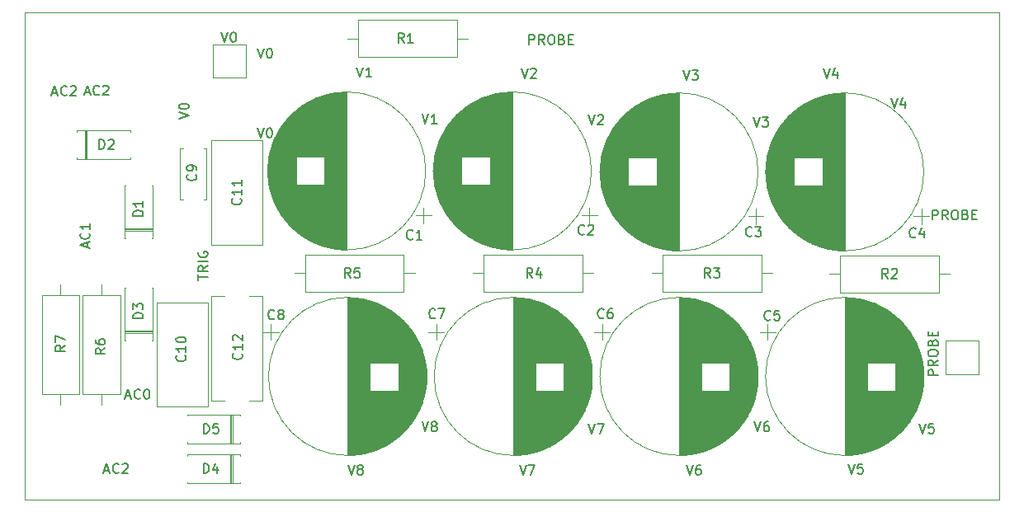
<source format=gbr>
G04 #@! TF.GenerationSoftware,KiCad,Pcbnew,5.1.4-e60b266~84~ubuntu16.04.1*
G04 #@! TF.CreationDate,2019-10-08T23:41:47-05:00*
G04 #@! TF.ProjectId,8cap,38636170-2e6b-4696-9361-645f70636258,rev?*
G04 #@! TF.SameCoordinates,Original*
G04 #@! TF.FileFunction,Legend,Top*
G04 #@! TF.FilePolarity,Positive*
%FSLAX46Y46*%
G04 Gerber Fmt 4.6, Leading zero omitted, Abs format (unit mm)*
G04 Created by KiCad (PCBNEW 5.1.4-e60b266~84~ubuntu16.04.1) date 2019-10-08 23:41:47*
%MOMM*%
%LPD*%
G04 APERTURE LIST*
%ADD10C,0.050000*%
%ADD11C,0.120000*%
%ADD12C,0.150000*%
G04 APERTURE END LIST*
D10*
X100000000Y-150000000D02*
X100000000Y-100000000D01*
X200000000Y-150000000D02*
X100000000Y-150000000D01*
X200000000Y-100000000D02*
X200000000Y-150000000D01*
X100000000Y-100000000D02*
X200000000Y-100000000D01*
D11*
G04 #@! TO.C,R7*
X103690000Y-127900000D02*
X103690000Y-129010000D01*
X103690000Y-140260000D02*
X103690000Y-139150000D01*
X101770000Y-129010000D02*
X101770000Y-139150000D01*
X105610000Y-129010000D02*
X101770000Y-129010000D01*
X105610000Y-139150000D02*
X105610000Y-129010000D01*
X101770000Y-139150000D02*
X105610000Y-139150000D01*
G04 #@! TO.C,R6*
X107900000Y-140300000D02*
X107900000Y-139190000D01*
X107900000Y-127940000D02*
X107900000Y-129050000D01*
X109820000Y-139190000D02*
X109820000Y-129050000D01*
X105980000Y-139190000D02*
X109820000Y-139190000D01*
X105980000Y-129050000D02*
X105980000Y-139190000D01*
X109820000Y-129050000D02*
X105980000Y-129050000D01*
G04 #@! TO.C,R5*
X140020000Y-126760000D02*
X138910000Y-126760000D01*
X127660000Y-126760000D02*
X128770000Y-126760000D01*
X138910000Y-124840000D02*
X128770000Y-124840000D01*
X138910000Y-128680000D02*
X138910000Y-124840000D01*
X128770000Y-128680000D02*
X138910000Y-128680000D01*
X128770000Y-124840000D02*
X128770000Y-128680000D01*
G04 #@! TO.C,R4*
X158380000Y-126760000D02*
X157270000Y-126760000D01*
X146020000Y-126760000D02*
X147130000Y-126760000D01*
X157270000Y-124840000D02*
X147130000Y-124840000D01*
X157270000Y-128680000D02*
X157270000Y-124840000D01*
X147130000Y-128680000D02*
X157270000Y-128680000D01*
X147130000Y-124840000D02*
X147130000Y-128680000D01*
G04 #@! TO.C,R3*
X176730000Y-126760000D02*
X175620000Y-126760000D01*
X164370000Y-126760000D02*
X165480000Y-126760000D01*
X175620000Y-124840000D02*
X165480000Y-124840000D01*
X175620000Y-128680000D02*
X175620000Y-124840000D01*
X165480000Y-128680000D02*
X175620000Y-128680000D01*
X165480000Y-124840000D02*
X165480000Y-128680000D01*
G04 #@! TO.C,R2*
X194950000Y-126830000D02*
X193840000Y-126830000D01*
X182590000Y-126830000D02*
X183700000Y-126830000D01*
X193840000Y-124910000D02*
X183700000Y-124910000D01*
X193840000Y-128750000D02*
X193840000Y-124910000D01*
X183700000Y-128750000D02*
X193840000Y-128750000D01*
X183700000Y-124910000D02*
X183700000Y-128750000D01*
G04 #@! TO.C,R1*
X133090000Y-102650000D02*
X134200000Y-102650000D01*
X145450000Y-102650000D02*
X144340000Y-102650000D01*
X134200000Y-104570000D02*
X144340000Y-104570000D01*
X134200000Y-100730000D02*
X134200000Y-104570000D01*
X144340000Y-100730000D02*
X134200000Y-100730000D01*
X144340000Y-104570000D02*
X144340000Y-100730000D01*
G04 #@! TO.C,V0*
X119290000Y-106650000D02*
X119290000Y-103250000D01*
X122690000Y-106650000D02*
X119290000Y-106650000D01*
X122690000Y-103250000D02*
X122690000Y-106650000D01*
X119290000Y-103250000D02*
X122690000Y-103250000D01*
G04 #@! TO.C,PROBE*
X194500000Y-137100000D02*
X194500000Y-133700000D01*
X197900000Y-137100000D02*
X194500000Y-137100000D01*
X197900000Y-133700000D02*
X197900000Y-137100000D01*
X194500000Y-133700000D02*
X197900000Y-133700000D01*
G04 #@! TO.C,D5*
X121340000Y-144220000D02*
X121340000Y-141280000D01*
X121100000Y-144220000D02*
X121100000Y-141280000D01*
X121220000Y-144220000D02*
X121220000Y-141280000D01*
X116680000Y-141280000D02*
X116680000Y-141410000D01*
X122120000Y-141280000D02*
X116680000Y-141280000D01*
X122120000Y-141410000D02*
X122120000Y-141280000D01*
X116680000Y-144220000D02*
X116680000Y-144090000D01*
X122120000Y-144220000D02*
X116680000Y-144220000D01*
X122120000Y-144090000D02*
X122120000Y-144220000D01*
G04 #@! TO.C,D4*
X121320000Y-148320000D02*
X121320000Y-145380000D01*
X121080000Y-148320000D02*
X121080000Y-145380000D01*
X121200000Y-148320000D02*
X121200000Y-145380000D01*
X116660000Y-145380000D02*
X116660000Y-145510000D01*
X122100000Y-145380000D02*
X116660000Y-145380000D01*
X122100000Y-145510000D02*
X122100000Y-145380000D01*
X116660000Y-148320000D02*
X116660000Y-148190000D01*
X122100000Y-148320000D02*
X116660000Y-148320000D01*
X122100000Y-148190000D02*
X122100000Y-148320000D01*
G04 #@! TO.C,D3*
X110220000Y-132880000D02*
X113160000Y-132880000D01*
X110220000Y-132640000D02*
X113160000Y-132640000D01*
X110220000Y-132760000D02*
X113160000Y-132760000D01*
X113160000Y-128220000D02*
X113030000Y-128220000D01*
X113160000Y-133660000D02*
X113160000Y-128220000D01*
X113030000Y-133660000D02*
X113160000Y-133660000D01*
X110220000Y-128220000D02*
X110350000Y-128220000D01*
X110220000Y-133660000D02*
X110220000Y-128220000D01*
X110350000Y-133660000D02*
X110220000Y-133660000D01*
G04 #@! TO.C,D2*
X106160000Y-112080000D02*
X106160000Y-115020000D01*
X106400000Y-112080000D02*
X106400000Y-115020000D01*
X106280000Y-112080000D02*
X106280000Y-115020000D01*
X110820000Y-115020000D02*
X110820000Y-114890000D01*
X105380000Y-115020000D02*
X110820000Y-115020000D01*
X105380000Y-114890000D02*
X105380000Y-115020000D01*
X110820000Y-112080000D02*
X110820000Y-112210000D01*
X105380000Y-112080000D02*
X110820000Y-112080000D01*
X105380000Y-112210000D02*
X105380000Y-112080000D01*
G04 #@! TO.C,D1*
X110220000Y-122380000D02*
X113160000Y-122380000D01*
X110220000Y-122140000D02*
X113160000Y-122140000D01*
X110220000Y-122260000D02*
X113160000Y-122260000D01*
X113160000Y-117720000D02*
X113030000Y-117720000D01*
X113160000Y-123160000D02*
X113160000Y-117720000D01*
X113030000Y-123160000D02*
X113160000Y-123160000D01*
X110220000Y-117720000D02*
X110350000Y-117720000D01*
X110220000Y-123160000D02*
X110220000Y-117720000D01*
X110350000Y-123160000D02*
X110220000Y-123160000D01*
G04 #@! TO.C,C12*
X123046000Y-129080000D02*
X124410000Y-129080000D01*
X119170000Y-129080000D02*
X120534000Y-129080000D01*
X123046000Y-139820000D02*
X124410000Y-139820000D01*
X119170000Y-139820000D02*
X120534000Y-139820000D01*
X124410000Y-139820000D02*
X124410000Y-129080000D01*
X119170000Y-139820000D02*
X119170000Y-129080000D01*
G04 #@! TO.C,C11*
X119170000Y-113130000D02*
X124410000Y-113130000D01*
X119170000Y-123870000D02*
X124410000Y-123870000D01*
X124410000Y-123870000D02*
X124410000Y-113130000D01*
X119170000Y-123870000D02*
X119170000Y-113130000D01*
G04 #@! TO.C,C10*
X113570000Y-129730000D02*
X118810000Y-129730000D01*
X113570000Y-140470000D02*
X118810000Y-140470000D01*
X118810000Y-140470000D02*
X118810000Y-129730000D01*
X113570000Y-140470000D02*
X113570000Y-129730000D01*
G04 #@! TO.C,C9*
X118345000Y-113930000D02*
X118660000Y-113930000D01*
X115920000Y-113930000D02*
X116235000Y-113930000D01*
X118345000Y-119170000D02*
X118660000Y-119170000D01*
X115920000Y-119170000D02*
X116235000Y-119170000D01*
X118660000Y-119170000D02*
X118660000Y-113930000D01*
X115920000Y-119170000D02*
X115920000Y-113930000D01*
G04 #@! TO.C,C8*
X125250509Y-131995000D02*
X125250509Y-133595000D01*
X124450509Y-132795000D02*
X126050509Y-132795000D01*
X141221000Y-136585000D02*
X141221000Y-138115000D01*
X141181000Y-136252000D02*
X141181000Y-138448000D01*
X141141000Y-135999000D02*
X141141000Y-138701000D01*
X141101000Y-135786000D02*
X141101000Y-138914000D01*
X141061000Y-135598000D02*
X141061000Y-139102000D01*
X141021000Y-135430000D02*
X141021000Y-139270000D01*
X140981000Y-135276000D02*
X140981000Y-139424000D01*
X140941000Y-135132000D02*
X140941000Y-139568000D01*
X140901000Y-134999000D02*
X140901000Y-139701000D01*
X140861000Y-134872000D02*
X140861000Y-139828000D01*
X140821000Y-134753000D02*
X140821000Y-139947000D01*
X140781000Y-134639000D02*
X140781000Y-140061000D01*
X140741000Y-134530000D02*
X140741000Y-140170000D01*
X140701000Y-134426000D02*
X140701000Y-140274000D01*
X140661000Y-134326000D02*
X140661000Y-140374000D01*
X140621000Y-134230000D02*
X140621000Y-140470000D01*
X140581000Y-134137000D02*
X140581000Y-140563000D01*
X140541000Y-134047000D02*
X140541000Y-140653000D01*
X140501000Y-133960000D02*
X140501000Y-140740000D01*
X140461000Y-133875000D02*
X140461000Y-140825000D01*
X140421000Y-133793000D02*
X140421000Y-140907000D01*
X140381000Y-133713000D02*
X140381000Y-140987000D01*
X140341000Y-133635000D02*
X140341000Y-141065000D01*
X140301000Y-133560000D02*
X140301000Y-141140000D01*
X140261000Y-133486000D02*
X140261000Y-141214000D01*
X140221000Y-133414000D02*
X140221000Y-141286000D01*
X140181000Y-133343000D02*
X140181000Y-141357000D01*
X140141000Y-133274000D02*
X140141000Y-141426000D01*
X140101000Y-133207000D02*
X140101000Y-141493000D01*
X140061000Y-133141000D02*
X140061000Y-141559000D01*
X140021000Y-133077000D02*
X140021000Y-141623000D01*
X139981000Y-133014000D02*
X139981000Y-141686000D01*
X139941000Y-132952000D02*
X139941000Y-141748000D01*
X139901000Y-132891000D02*
X139901000Y-141809000D01*
X139861000Y-132831000D02*
X139861000Y-141869000D01*
X139821000Y-132773000D02*
X139821000Y-141927000D01*
X139781000Y-132716000D02*
X139781000Y-141984000D01*
X139741000Y-132659000D02*
X139741000Y-142041000D01*
X139701000Y-132604000D02*
X139701000Y-142096000D01*
X139661000Y-132550000D02*
X139661000Y-142150000D01*
X139621000Y-132496000D02*
X139621000Y-142204000D01*
X139581000Y-132444000D02*
X139581000Y-142256000D01*
X139541000Y-132392000D02*
X139541000Y-142308000D01*
X139501000Y-132341000D02*
X139501000Y-142359000D01*
X139461000Y-132291000D02*
X139461000Y-142409000D01*
X139421000Y-132242000D02*
X139421000Y-142458000D01*
X139381000Y-132194000D02*
X139381000Y-142506000D01*
X139341000Y-132146000D02*
X139341000Y-142554000D01*
X139301000Y-132099000D02*
X139301000Y-142601000D01*
X139261000Y-132053000D02*
X139261000Y-142647000D01*
X139221000Y-132007000D02*
X139221000Y-142693000D01*
X139181000Y-131962000D02*
X139181000Y-142738000D01*
X139141000Y-131918000D02*
X139141000Y-142782000D01*
X139101000Y-131875000D02*
X139101000Y-142825000D01*
X139061000Y-131832000D02*
X139061000Y-142868000D01*
X139021000Y-131790000D02*
X139021000Y-142910000D01*
X138981000Y-131748000D02*
X138981000Y-142952000D01*
X138941000Y-131707000D02*
X138941000Y-142993000D01*
X138901000Y-131666000D02*
X138901000Y-143034000D01*
X138861000Y-131626000D02*
X138861000Y-143074000D01*
X138821000Y-131587000D02*
X138821000Y-143113000D01*
X138781000Y-131548000D02*
X138781000Y-143152000D01*
X138741000Y-131510000D02*
X138741000Y-143190000D01*
X138701000Y-131472000D02*
X138701000Y-143228000D01*
X138661000Y-131434000D02*
X138661000Y-143266000D01*
X138621000Y-131398000D02*
X138621000Y-143302000D01*
X138581000Y-131361000D02*
X138581000Y-143339000D01*
X138541000Y-131325000D02*
X138541000Y-143375000D01*
X138501000Y-131290000D02*
X138501000Y-143410000D01*
X138461000Y-131255000D02*
X138461000Y-143445000D01*
X138421000Y-131221000D02*
X138421000Y-143479000D01*
X138381000Y-131187000D02*
X138381000Y-143513000D01*
X138341000Y-131153000D02*
X138341000Y-143547000D01*
X138301000Y-138790000D02*
X138301000Y-143580000D01*
X138301000Y-131120000D02*
X138301000Y-135910000D01*
X138261000Y-138790000D02*
X138261000Y-143613000D01*
X138261000Y-131087000D02*
X138261000Y-135910000D01*
X138221000Y-138790000D02*
X138221000Y-143645000D01*
X138221000Y-131055000D02*
X138221000Y-135910000D01*
X138181000Y-138790000D02*
X138181000Y-143677000D01*
X138181000Y-131023000D02*
X138181000Y-135910000D01*
X138141000Y-138790000D02*
X138141000Y-143708000D01*
X138141000Y-130992000D02*
X138141000Y-135910000D01*
X138101000Y-138790000D02*
X138101000Y-143740000D01*
X138101000Y-130960000D02*
X138101000Y-135910000D01*
X138061000Y-138790000D02*
X138061000Y-143770000D01*
X138061000Y-130930000D02*
X138061000Y-135910000D01*
X138021000Y-138790000D02*
X138021000Y-143800000D01*
X138021000Y-130900000D02*
X138021000Y-135910000D01*
X137981000Y-138790000D02*
X137981000Y-143830000D01*
X137981000Y-130870000D02*
X137981000Y-135910000D01*
X137941000Y-138790000D02*
X137941000Y-143860000D01*
X137941000Y-130840000D02*
X137941000Y-135910000D01*
X137901000Y-138790000D02*
X137901000Y-143889000D01*
X137901000Y-130811000D02*
X137901000Y-135910000D01*
X137861000Y-138790000D02*
X137861000Y-143918000D01*
X137861000Y-130782000D02*
X137861000Y-135910000D01*
X137821000Y-138790000D02*
X137821000Y-143946000D01*
X137821000Y-130754000D02*
X137821000Y-135910000D01*
X137781000Y-138790000D02*
X137781000Y-143974000D01*
X137781000Y-130726000D02*
X137781000Y-135910000D01*
X137741000Y-138790000D02*
X137741000Y-144002000D01*
X137741000Y-130698000D02*
X137741000Y-135910000D01*
X137701000Y-138790000D02*
X137701000Y-144029000D01*
X137701000Y-130671000D02*
X137701000Y-135910000D01*
X137661000Y-138790000D02*
X137661000Y-144056000D01*
X137661000Y-130644000D02*
X137661000Y-135910000D01*
X137621000Y-138790000D02*
X137621000Y-144083000D01*
X137621000Y-130617000D02*
X137621000Y-135910000D01*
X137581000Y-138790000D02*
X137581000Y-144109000D01*
X137581000Y-130591000D02*
X137581000Y-135910000D01*
X137541000Y-138790000D02*
X137541000Y-144135000D01*
X137541000Y-130565000D02*
X137541000Y-135910000D01*
X137501000Y-138790000D02*
X137501000Y-144161000D01*
X137501000Y-130539000D02*
X137501000Y-135910000D01*
X137461000Y-138790000D02*
X137461000Y-144186000D01*
X137461000Y-130514000D02*
X137461000Y-135910000D01*
X137421000Y-138790000D02*
X137421000Y-144211000D01*
X137421000Y-130489000D02*
X137421000Y-135910000D01*
X137381000Y-138790000D02*
X137381000Y-144236000D01*
X137381000Y-130464000D02*
X137381000Y-135910000D01*
X137341000Y-138790000D02*
X137341000Y-144260000D01*
X137341000Y-130440000D02*
X137341000Y-135910000D01*
X137301000Y-138790000D02*
X137301000Y-144284000D01*
X137301000Y-130416000D02*
X137301000Y-135910000D01*
X137261000Y-138790000D02*
X137261000Y-144308000D01*
X137261000Y-130392000D02*
X137261000Y-135910000D01*
X137221000Y-138790000D02*
X137221000Y-144331000D01*
X137221000Y-130369000D02*
X137221000Y-135910000D01*
X137181000Y-138790000D02*
X137181000Y-144354000D01*
X137181000Y-130346000D02*
X137181000Y-135910000D01*
X137141000Y-138790000D02*
X137141000Y-144377000D01*
X137141000Y-130323000D02*
X137141000Y-135910000D01*
X137101000Y-138790000D02*
X137101000Y-144399000D01*
X137101000Y-130301000D02*
X137101000Y-135910000D01*
X137061000Y-138790000D02*
X137061000Y-144422000D01*
X137061000Y-130278000D02*
X137061000Y-135910000D01*
X137021000Y-138790000D02*
X137021000Y-144444000D01*
X137021000Y-130256000D02*
X137021000Y-135910000D01*
X136981000Y-138790000D02*
X136981000Y-144465000D01*
X136981000Y-130235000D02*
X136981000Y-135910000D01*
X136941000Y-138790000D02*
X136941000Y-144486000D01*
X136941000Y-130214000D02*
X136941000Y-135910000D01*
X136901000Y-138790000D02*
X136901000Y-144507000D01*
X136901000Y-130193000D02*
X136901000Y-135910000D01*
X136861000Y-138790000D02*
X136861000Y-144528000D01*
X136861000Y-130172000D02*
X136861000Y-135910000D01*
X136821000Y-138790000D02*
X136821000Y-144549000D01*
X136821000Y-130151000D02*
X136821000Y-135910000D01*
X136781000Y-138790000D02*
X136781000Y-144569000D01*
X136781000Y-130131000D02*
X136781000Y-135910000D01*
X136741000Y-138790000D02*
X136741000Y-144589000D01*
X136741000Y-130111000D02*
X136741000Y-135910000D01*
X136701000Y-138790000D02*
X136701000Y-144608000D01*
X136701000Y-130092000D02*
X136701000Y-135910000D01*
X136661000Y-138790000D02*
X136661000Y-144628000D01*
X136661000Y-130072000D02*
X136661000Y-135910000D01*
X136621000Y-138790000D02*
X136621000Y-144647000D01*
X136621000Y-130053000D02*
X136621000Y-135910000D01*
X136581000Y-138790000D02*
X136581000Y-144666000D01*
X136581000Y-130034000D02*
X136581000Y-135910000D01*
X136541000Y-138790000D02*
X136541000Y-144684000D01*
X136541000Y-130016000D02*
X136541000Y-135910000D01*
X136501000Y-138790000D02*
X136501000Y-144703000D01*
X136501000Y-129997000D02*
X136501000Y-135910000D01*
X136461000Y-138790000D02*
X136461000Y-144721000D01*
X136461000Y-129979000D02*
X136461000Y-135910000D01*
X136421000Y-138790000D02*
X136421000Y-144739000D01*
X136421000Y-129961000D02*
X136421000Y-135910000D01*
X136381000Y-138790000D02*
X136381000Y-144756000D01*
X136381000Y-129944000D02*
X136381000Y-135910000D01*
X136341000Y-138790000D02*
X136341000Y-144773000D01*
X136341000Y-129927000D02*
X136341000Y-135910000D01*
X136301000Y-138790000D02*
X136301000Y-144790000D01*
X136301000Y-129910000D02*
X136301000Y-135910000D01*
X136261000Y-138790000D02*
X136261000Y-144807000D01*
X136261000Y-129893000D02*
X136261000Y-135910000D01*
X136221000Y-138790000D02*
X136221000Y-144824000D01*
X136221000Y-129876000D02*
X136221000Y-135910000D01*
X136181000Y-138790000D02*
X136181000Y-144840000D01*
X136181000Y-129860000D02*
X136181000Y-135910000D01*
X136141000Y-138790000D02*
X136141000Y-144856000D01*
X136141000Y-129844000D02*
X136141000Y-135910000D01*
X136101000Y-138790000D02*
X136101000Y-144872000D01*
X136101000Y-129828000D02*
X136101000Y-135910000D01*
X136061000Y-138790000D02*
X136061000Y-144887000D01*
X136061000Y-129813000D02*
X136061000Y-135910000D01*
X136021000Y-138790000D02*
X136021000Y-144903000D01*
X136021000Y-129797000D02*
X136021000Y-135910000D01*
X135981000Y-138790000D02*
X135981000Y-144918000D01*
X135981000Y-129782000D02*
X135981000Y-135910000D01*
X135941000Y-138790000D02*
X135941000Y-144932000D01*
X135941000Y-129768000D02*
X135941000Y-135910000D01*
X135901000Y-138790000D02*
X135901000Y-144947000D01*
X135901000Y-129753000D02*
X135901000Y-135910000D01*
X135861000Y-138790000D02*
X135861000Y-144961000D01*
X135861000Y-129739000D02*
X135861000Y-135910000D01*
X135821000Y-138790000D02*
X135821000Y-144975000D01*
X135821000Y-129725000D02*
X135821000Y-135910000D01*
X135781000Y-138790000D02*
X135781000Y-144989000D01*
X135781000Y-129711000D02*
X135781000Y-135910000D01*
X135741000Y-138790000D02*
X135741000Y-145003000D01*
X135741000Y-129697000D02*
X135741000Y-135910000D01*
X135701000Y-138790000D02*
X135701000Y-145016000D01*
X135701000Y-129684000D02*
X135701000Y-135910000D01*
X135661000Y-138790000D02*
X135661000Y-145030000D01*
X135661000Y-129670000D02*
X135661000Y-135910000D01*
X135621000Y-138790000D02*
X135621000Y-145043000D01*
X135621000Y-129657000D02*
X135621000Y-135910000D01*
X135581000Y-138790000D02*
X135581000Y-145055000D01*
X135581000Y-129645000D02*
X135581000Y-135910000D01*
X135541000Y-138790000D02*
X135541000Y-145068000D01*
X135541000Y-129632000D02*
X135541000Y-135910000D01*
X135501000Y-138790000D02*
X135501000Y-145080000D01*
X135501000Y-129620000D02*
X135501000Y-135910000D01*
X135461000Y-138790000D02*
X135461000Y-145092000D01*
X135461000Y-129608000D02*
X135461000Y-135910000D01*
X135421000Y-129596000D02*
X135421000Y-145104000D01*
X135381000Y-129585000D02*
X135381000Y-145115000D01*
X135341000Y-129573000D02*
X135341000Y-145127000D01*
X135301000Y-129562000D02*
X135301000Y-145138000D01*
X135261000Y-129551000D02*
X135261000Y-145149000D01*
X135221000Y-129540000D02*
X135221000Y-145160000D01*
X135181000Y-129530000D02*
X135181000Y-145170000D01*
X135141000Y-129520000D02*
X135141000Y-145180000D01*
X135101000Y-129510000D02*
X135101000Y-145190000D01*
X135061000Y-129500000D02*
X135061000Y-145200000D01*
X135021000Y-129490000D02*
X135021000Y-145210000D01*
X134981000Y-129481000D02*
X134981000Y-145219000D01*
X134941000Y-129472000D02*
X134941000Y-145228000D01*
X134901000Y-129463000D02*
X134901000Y-145237000D01*
X134861000Y-129454000D02*
X134861000Y-145246000D01*
X134821000Y-129445000D02*
X134821000Y-145255000D01*
X134781000Y-129437000D02*
X134781000Y-145263000D01*
X134741000Y-129429000D02*
X134741000Y-145271000D01*
X134701000Y-129421000D02*
X134701000Y-145279000D01*
X134661000Y-129413000D02*
X134661000Y-145287000D01*
X134621000Y-129406000D02*
X134621000Y-145294000D01*
X134581000Y-129398000D02*
X134581000Y-145302000D01*
X134541000Y-129391000D02*
X134541000Y-145309000D01*
X134501000Y-129384000D02*
X134501000Y-145316000D01*
X134461000Y-129378000D02*
X134461000Y-145322000D01*
X134421000Y-129371000D02*
X134421000Y-145329000D01*
X134381000Y-129365000D02*
X134381000Y-145335000D01*
X134341000Y-129359000D02*
X134341000Y-145341000D01*
X134301000Y-129353000D02*
X134301000Y-145347000D01*
X134261000Y-129347000D02*
X134261000Y-145353000D01*
X134221000Y-129342000D02*
X134221000Y-145358000D01*
X134181000Y-129336000D02*
X134181000Y-145364000D01*
X134141000Y-129331000D02*
X134141000Y-145369000D01*
X134101000Y-129326000D02*
X134101000Y-145374000D01*
X134061000Y-129322000D02*
X134061000Y-145378000D01*
X134021000Y-129317000D02*
X134021000Y-145383000D01*
X133981000Y-129313000D02*
X133981000Y-145387000D01*
X133941000Y-129309000D02*
X133941000Y-145391000D01*
X133901000Y-129305000D02*
X133901000Y-145395000D01*
X133861000Y-129301000D02*
X133861000Y-145399000D01*
X133820000Y-129298000D02*
X133820000Y-145402000D01*
X133780000Y-129295000D02*
X133780000Y-145405000D01*
X133740000Y-129292000D02*
X133740000Y-145408000D01*
X133700000Y-129289000D02*
X133700000Y-145411000D01*
X133660000Y-129286000D02*
X133660000Y-145414000D01*
X133620000Y-129284000D02*
X133620000Y-145416000D01*
X133580000Y-129281000D02*
X133580000Y-145419000D01*
X133540000Y-129279000D02*
X133540000Y-145421000D01*
X133500000Y-129277000D02*
X133500000Y-145423000D01*
X133460000Y-129276000D02*
X133460000Y-145424000D01*
X133420000Y-129274000D02*
X133420000Y-145426000D01*
X133380000Y-129273000D02*
X133380000Y-145427000D01*
X133340000Y-129272000D02*
X133340000Y-145428000D01*
X133300000Y-129271000D02*
X133300000Y-145429000D01*
X133260000Y-129270000D02*
X133260000Y-145430000D01*
X133220000Y-129270000D02*
X133220000Y-145430000D01*
X133180000Y-129270000D02*
X133180000Y-145430000D01*
X133140000Y-129269000D02*
X133140000Y-145431000D01*
X141260000Y-137350000D02*
G75*
G03X141260000Y-137350000I-8120000J0D01*
G01*
G04 #@! TO.C,C7*
X142250509Y-131995000D02*
X142250509Y-133595000D01*
X141450509Y-132795000D02*
X143050509Y-132795000D01*
X158221000Y-136585000D02*
X158221000Y-138115000D01*
X158181000Y-136252000D02*
X158181000Y-138448000D01*
X158141000Y-135999000D02*
X158141000Y-138701000D01*
X158101000Y-135786000D02*
X158101000Y-138914000D01*
X158061000Y-135598000D02*
X158061000Y-139102000D01*
X158021000Y-135430000D02*
X158021000Y-139270000D01*
X157981000Y-135276000D02*
X157981000Y-139424000D01*
X157941000Y-135132000D02*
X157941000Y-139568000D01*
X157901000Y-134999000D02*
X157901000Y-139701000D01*
X157861000Y-134872000D02*
X157861000Y-139828000D01*
X157821000Y-134753000D02*
X157821000Y-139947000D01*
X157781000Y-134639000D02*
X157781000Y-140061000D01*
X157741000Y-134530000D02*
X157741000Y-140170000D01*
X157701000Y-134426000D02*
X157701000Y-140274000D01*
X157661000Y-134326000D02*
X157661000Y-140374000D01*
X157621000Y-134230000D02*
X157621000Y-140470000D01*
X157581000Y-134137000D02*
X157581000Y-140563000D01*
X157541000Y-134047000D02*
X157541000Y-140653000D01*
X157501000Y-133960000D02*
X157501000Y-140740000D01*
X157461000Y-133875000D02*
X157461000Y-140825000D01*
X157421000Y-133793000D02*
X157421000Y-140907000D01*
X157381000Y-133713000D02*
X157381000Y-140987000D01*
X157341000Y-133635000D02*
X157341000Y-141065000D01*
X157301000Y-133560000D02*
X157301000Y-141140000D01*
X157261000Y-133486000D02*
X157261000Y-141214000D01*
X157221000Y-133414000D02*
X157221000Y-141286000D01*
X157181000Y-133343000D02*
X157181000Y-141357000D01*
X157141000Y-133274000D02*
X157141000Y-141426000D01*
X157101000Y-133207000D02*
X157101000Y-141493000D01*
X157061000Y-133141000D02*
X157061000Y-141559000D01*
X157021000Y-133077000D02*
X157021000Y-141623000D01*
X156981000Y-133014000D02*
X156981000Y-141686000D01*
X156941000Y-132952000D02*
X156941000Y-141748000D01*
X156901000Y-132891000D02*
X156901000Y-141809000D01*
X156861000Y-132831000D02*
X156861000Y-141869000D01*
X156821000Y-132773000D02*
X156821000Y-141927000D01*
X156781000Y-132716000D02*
X156781000Y-141984000D01*
X156741000Y-132659000D02*
X156741000Y-142041000D01*
X156701000Y-132604000D02*
X156701000Y-142096000D01*
X156661000Y-132550000D02*
X156661000Y-142150000D01*
X156621000Y-132496000D02*
X156621000Y-142204000D01*
X156581000Y-132444000D02*
X156581000Y-142256000D01*
X156541000Y-132392000D02*
X156541000Y-142308000D01*
X156501000Y-132341000D02*
X156501000Y-142359000D01*
X156461000Y-132291000D02*
X156461000Y-142409000D01*
X156421000Y-132242000D02*
X156421000Y-142458000D01*
X156381000Y-132194000D02*
X156381000Y-142506000D01*
X156341000Y-132146000D02*
X156341000Y-142554000D01*
X156301000Y-132099000D02*
X156301000Y-142601000D01*
X156261000Y-132053000D02*
X156261000Y-142647000D01*
X156221000Y-132007000D02*
X156221000Y-142693000D01*
X156181000Y-131962000D02*
X156181000Y-142738000D01*
X156141000Y-131918000D02*
X156141000Y-142782000D01*
X156101000Y-131875000D02*
X156101000Y-142825000D01*
X156061000Y-131832000D02*
X156061000Y-142868000D01*
X156021000Y-131790000D02*
X156021000Y-142910000D01*
X155981000Y-131748000D02*
X155981000Y-142952000D01*
X155941000Y-131707000D02*
X155941000Y-142993000D01*
X155901000Y-131666000D02*
X155901000Y-143034000D01*
X155861000Y-131626000D02*
X155861000Y-143074000D01*
X155821000Y-131587000D02*
X155821000Y-143113000D01*
X155781000Y-131548000D02*
X155781000Y-143152000D01*
X155741000Y-131510000D02*
X155741000Y-143190000D01*
X155701000Y-131472000D02*
X155701000Y-143228000D01*
X155661000Y-131434000D02*
X155661000Y-143266000D01*
X155621000Y-131398000D02*
X155621000Y-143302000D01*
X155581000Y-131361000D02*
X155581000Y-143339000D01*
X155541000Y-131325000D02*
X155541000Y-143375000D01*
X155501000Y-131290000D02*
X155501000Y-143410000D01*
X155461000Y-131255000D02*
X155461000Y-143445000D01*
X155421000Y-131221000D02*
X155421000Y-143479000D01*
X155381000Y-131187000D02*
X155381000Y-143513000D01*
X155341000Y-131153000D02*
X155341000Y-143547000D01*
X155301000Y-138790000D02*
X155301000Y-143580000D01*
X155301000Y-131120000D02*
X155301000Y-135910000D01*
X155261000Y-138790000D02*
X155261000Y-143613000D01*
X155261000Y-131087000D02*
X155261000Y-135910000D01*
X155221000Y-138790000D02*
X155221000Y-143645000D01*
X155221000Y-131055000D02*
X155221000Y-135910000D01*
X155181000Y-138790000D02*
X155181000Y-143677000D01*
X155181000Y-131023000D02*
X155181000Y-135910000D01*
X155141000Y-138790000D02*
X155141000Y-143708000D01*
X155141000Y-130992000D02*
X155141000Y-135910000D01*
X155101000Y-138790000D02*
X155101000Y-143740000D01*
X155101000Y-130960000D02*
X155101000Y-135910000D01*
X155061000Y-138790000D02*
X155061000Y-143770000D01*
X155061000Y-130930000D02*
X155061000Y-135910000D01*
X155021000Y-138790000D02*
X155021000Y-143800000D01*
X155021000Y-130900000D02*
X155021000Y-135910000D01*
X154981000Y-138790000D02*
X154981000Y-143830000D01*
X154981000Y-130870000D02*
X154981000Y-135910000D01*
X154941000Y-138790000D02*
X154941000Y-143860000D01*
X154941000Y-130840000D02*
X154941000Y-135910000D01*
X154901000Y-138790000D02*
X154901000Y-143889000D01*
X154901000Y-130811000D02*
X154901000Y-135910000D01*
X154861000Y-138790000D02*
X154861000Y-143918000D01*
X154861000Y-130782000D02*
X154861000Y-135910000D01*
X154821000Y-138790000D02*
X154821000Y-143946000D01*
X154821000Y-130754000D02*
X154821000Y-135910000D01*
X154781000Y-138790000D02*
X154781000Y-143974000D01*
X154781000Y-130726000D02*
X154781000Y-135910000D01*
X154741000Y-138790000D02*
X154741000Y-144002000D01*
X154741000Y-130698000D02*
X154741000Y-135910000D01*
X154701000Y-138790000D02*
X154701000Y-144029000D01*
X154701000Y-130671000D02*
X154701000Y-135910000D01*
X154661000Y-138790000D02*
X154661000Y-144056000D01*
X154661000Y-130644000D02*
X154661000Y-135910000D01*
X154621000Y-138790000D02*
X154621000Y-144083000D01*
X154621000Y-130617000D02*
X154621000Y-135910000D01*
X154581000Y-138790000D02*
X154581000Y-144109000D01*
X154581000Y-130591000D02*
X154581000Y-135910000D01*
X154541000Y-138790000D02*
X154541000Y-144135000D01*
X154541000Y-130565000D02*
X154541000Y-135910000D01*
X154501000Y-138790000D02*
X154501000Y-144161000D01*
X154501000Y-130539000D02*
X154501000Y-135910000D01*
X154461000Y-138790000D02*
X154461000Y-144186000D01*
X154461000Y-130514000D02*
X154461000Y-135910000D01*
X154421000Y-138790000D02*
X154421000Y-144211000D01*
X154421000Y-130489000D02*
X154421000Y-135910000D01*
X154381000Y-138790000D02*
X154381000Y-144236000D01*
X154381000Y-130464000D02*
X154381000Y-135910000D01*
X154341000Y-138790000D02*
X154341000Y-144260000D01*
X154341000Y-130440000D02*
X154341000Y-135910000D01*
X154301000Y-138790000D02*
X154301000Y-144284000D01*
X154301000Y-130416000D02*
X154301000Y-135910000D01*
X154261000Y-138790000D02*
X154261000Y-144308000D01*
X154261000Y-130392000D02*
X154261000Y-135910000D01*
X154221000Y-138790000D02*
X154221000Y-144331000D01*
X154221000Y-130369000D02*
X154221000Y-135910000D01*
X154181000Y-138790000D02*
X154181000Y-144354000D01*
X154181000Y-130346000D02*
X154181000Y-135910000D01*
X154141000Y-138790000D02*
X154141000Y-144377000D01*
X154141000Y-130323000D02*
X154141000Y-135910000D01*
X154101000Y-138790000D02*
X154101000Y-144399000D01*
X154101000Y-130301000D02*
X154101000Y-135910000D01*
X154061000Y-138790000D02*
X154061000Y-144422000D01*
X154061000Y-130278000D02*
X154061000Y-135910000D01*
X154021000Y-138790000D02*
X154021000Y-144444000D01*
X154021000Y-130256000D02*
X154021000Y-135910000D01*
X153981000Y-138790000D02*
X153981000Y-144465000D01*
X153981000Y-130235000D02*
X153981000Y-135910000D01*
X153941000Y-138790000D02*
X153941000Y-144486000D01*
X153941000Y-130214000D02*
X153941000Y-135910000D01*
X153901000Y-138790000D02*
X153901000Y-144507000D01*
X153901000Y-130193000D02*
X153901000Y-135910000D01*
X153861000Y-138790000D02*
X153861000Y-144528000D01*
X153861000Y-130172000D02*
X153861000Y-135910000D01*
X153821000Y-138790000D02*
X153821000Y-144549000D01*
X153821000Y-130151000D02*
X153821000Y-135910000D01*
X153781000Y-138790000D02*
X153781000Y-144569000D01*
X153781000Y-130131000D02*
X153781000Y-135910000D01*
X153741000Y-138790000D02*
X153741000Y-144589000D01*
X153741000Y-130111000D02*
X153741000Y-135910000D01*
X153701000Y-138790000D02*
X153701000Y-144608000D01*
X153701000Y-130092000D02*
X153701000Y-135910000D01*
X153661000Y-138790000D02*
X153661000Y-144628000D01*
X153661000Y-130072000D02*
X153661000Y-135910000D01*
X153621000Y-138790000D02*
X153621000Y-144647000D01*
X153621000Y-130053000D02*
X153621000Y-135910000D01*
X153581000Y-138790000D02*
X153581000Y-144666000D01*
X153581000Y-130034000D02*
X153581000Y-135910000D01*
X153541000Y-138790000D02*
X153541000Y-144684000D01*
X153541000Y-130016000D02*
X153541000Y-135910000D01*
X153501000Y-138790000D02*
X153501000Y-144703000D01*
X153501000Y-129997000D02*
X153501000Y-135910000D01*
X153461000Y-138790000D02*
X153461000Y-144721000D01*
X153461000Y-129979000D02*
X153461000Y-135910000D01*
X153421000Y-138790000D02*
X153421000Y-144739000D01*
X153421000Y-129961000D02*
X153421000Y-135910000D01*
X153381000Y-138790000D02*
X153381000Y-144756000D01*
X153381000Y-129944000D02*
X153381000Y-135910000D01*
X153341000Y-138790000D02*
X153341000Y-144773000D01*
X153341000Y-129927000D02*
X153341000Y-135910000D01*
X153301000Y-138790000D02*
X153301000Y-144790000D01*
X153301000Y-129910000D02*
X153301000Y-135910000D01*
X153261000Y-138790000D02*
X153261000Y-144807000D01*
X153261000Y-129893000D02*
X153261000Y-135910000D01*
X153221000Y-138790000D02*
X153221000Y-144824000D01*
X153221000Y-129876000D02*
X153221000Y-135910000D01*
X153181000Y-138790000D02*
X153181000Y-144840000D01*
X153181000Y-129860000D02*
X153181000Y-135910000D01*
X153141000Y-138790000D02*
X153141000Y-144856000D01*
X153141000Y-129844000D02*
X153141000Y-135910000D01*
X153101000Y-138790000D02*
X153101000Y-144872000D01*
X153101000Y-129828000D02*
X153101000Y-135910000D01*
X153061000Y-138790000D02*
X153061000Y-144887000D01*
X153061000Y-129813000D02*
X153061000Y-135910000D01*
X153021000Y-138790000D02*
X153021000Y-144903000D01*
X153021000Y-129797000D02*
X153021000Y-135910000D01*
X152981000Y-138790000D02*
X152981000Y-144918000D01*
X152981000Y-129782000D02*
X152981000Y-135910000D01*
X152941000Y-138790000D02*
X152941000Y-144932000D01*
X152941000Y-129768000D02*
X152941000Y-135910000D01*
X152901000Y-138790000D02*
X152901000Y-144947000D01*
X152901000Y-129753000D02*
X152901000Y-135910000D01*
X152861000Y-138790000D02*
X152861000Y-144961000D01*
X152861000Y-129739000D02*
X152861000Y-135910000D01*
X152821000Y-138790000D02*
X152821000Y-144975000D01*
X152821000Y-129725000D02*
X152821000Y-135910000D01*
X152781000Y-138790000D02*
X152781000Y-144989000D01*
X152781000Y-129711000D02*
X152781000Y-135910000D01*
X152741000Y-138790000D02*
X152741000Y-145003000D01*
X152741000Y-129697000D02*
X152741000Y-135910000D01*
X152701000Y-138790000D02*
X152701000Y-145016000D01*
X152701000Y-129684000D02*
X152701000Y-135910000D01*
X152661000Y-138790000D02*
X152661000Y-145030000D01*
X152661000Y-129670000D02*
X152661000Y-135910000D01*
X152621000Y-138790000D02*
X152621000Y-145043000D01*
X152621000Y-129657000D02*
X152621000Y-135910000D01*
X152581000Y-138790000D02*
X152581000Y-145055000D01*
X152581000Y-129645000D02*
X152581000Y-135910000D01*
X152541000Y-138790000D02*
X152541000Y-145068000D01*
X152541000Y-129632000D02*
X152541000Y-135910000D01*
X152501000Y-138790000D02*
X152501000Y-145080000D01*
X152501000Y-129620000D02*
X152501000Y-135910000D01*
X152461000Y-138790000D02*
X152461000Y-145092000D01*
X152461000Y-129608000D02*
X152461000Y-135910000D01*
X152421000Y-129596000D02*
X152421000Y-145104000D01*
X152381000Y-129585000D02*
X152381000Y-145115000D01*
X152341000Y-129573000D02*
X152341000Y-145127000D01*
X152301000Y-129562000D02*
X152301000Y-145138000D01*
X152261000Y-129551000D02*
X152261000Y-145149000D01*
X152221000Y-129540000D02*
X152221000Y-145160000D01*
X152181000Y-129530000D02*
X152181000Y-145170000D01*
X152141000Y-129520000D02*
X152141000Y-145180000D01*
X152101000Y-129510000D02*
X152101000Y-145190000D01*
X152061000Y-129500000D02*
X152061000Y-145200000D01*
X152021000Y-129490000D02*
X152021000Y-145210000D01*
X151981000Y-129481000D02*
X151981000Y-145219000D01*
X151941000Y-129472000D02*
X151941000Y-145228000D01*
X151901000Y-129463000D02*
X151901000Y-145237000D01*
X151861000Y-129454000D02*
X151861000Y-145246000D01*
X151821000Y-129445000D02*
X151821000Y-145255000D01*
X151781000Y-129437000D02*
X151781000Y-145263000D01*
X151741000Y-129429000D02*
X151741000Y-145271000D01*
X151701000Y-129421000D02*
X151701000Y-145279000D01*
X151661000Y-129413000D02*
X151661000Y-145287000D01*
X151621000Y-129406000D02*
X151621000Y-145294000D01*
X151581000Y-129398000D02*
X151581000Y-145302000D01*
X151541000Y-129391000D02*
X151541000Y-145309000D01*
X151501000Y-129384000D02*
X151501000Y-145316000D01*
X151461000Y-129378000D02*
X151461000Y-145322000D01*
X151421000Y-129371000D02*
X151421000Y-145329000D01*
X151381000Y-129365000D02*
X151381000Y-145335000D01*
X151341000Y-129359000D02*
X151341000Y-145341000D01*
X151301000Y-129353000D02*
X151301000Y-145347000D01*
X151261000Y-129347000D02*
X151261000Y-145353000D01*
X151221000Y-129342000D02*
X151221000Y-145358000D01*
X151181000Y-129336000D02*
X151181000Y-145364000D01*
X151141000Y-129331000D02*
X151141000Y-145369000D01*
X151101000Y-129326000D02*
X151101000Y-145374000D01*
X151061000Y-129322000D02*
X151061000Y-145378000D01*
X151021000Y-129317000D02*
X151021000Y-145383000D01*
X150981000Y-129313000D02*
X150981000Y-145387000D01*
X150941000Y-129309000D02*
X150941000Y-145391000D01*
X150901000Y-129305000D02*
X150901000Y-145395000D01*
X150861000Y-129301000D02*
X150861000Y-145399000D01*
X150820000Y-129298000D02*
X150820000Y-145402000D01*
X150780000Y-129295000D02*
X150780000Y-145405000D01*
X150740000Y-129292000D02*
X150740000Y-145408000D01*
X150700000Y-129289000D02*
X150700000Y-145411000D01*
X150660000Y-129286000D02*
X150660000Y-145414000D01*
X150620000Y-129284000D02*
X150620000Y-145416000D01*
X150580000Y-129281000D02*
X150580000Y-145419000D01*
X150540000Y-129279000D02*
X150540000Y-145421000D01*
X150500000Y-129277000D02*
X150500000Y-145423000D01*
X150460000Y-129276000D02*
X150460000Y-145424000D01*
X150420000Y-129274000D02*
X150420000Y-145426000D01*
X150380000Y-129273000D02*
X150380000Y-145427000D01*
X150340000Y-129272000D02*
X150340000Y-145428000D01*
X150300000Y-129271000D02*
X150300000Y-145429000D01*
X150260000Y-129270000D02*
X150260000Y-145430000D01*
X150220000Y-129270000D02*
X150220000Y-145430000D01*
X150180000Y-129270000D02*
X150180000Y-145430000D01*
X150140000Y-129269000D02*
X150140000Y-145431000D01*
X158260000Y-137350000D02*
G75*
G03X158260000Y-137350000I-8120000J0D01*
G01*
G04 #@! TO.C,C6*
X159250509Y-131995000D02*
X159250509Y-133595000D01*
X158450509Y-132795000D02*
X160050509Y-132795000D01*
X175221000Y-136585000D02*
X175221000Y-138115000D01*
X175181000Y-136252000D02*
X175181000Y-138448000D01*
X175141000Y-135999000D02*
X175141000Y-138701000D01*
X175101000Y-135786000D02*
X175101000Y-138914000D01*
X175061000Y-135598000D02*
X175061000Y-139102000D01*
X175021000Y-135430000D02*
X175021000Y-139270000D01*
X174981000Y-135276000D02*
X174981000Y-139424000D01*
X174941000Y-135132000D02*
X174941000Y-139568000D01*
X174901000Y-134999000D02*
X174901000Y-139701000D01*
X174861000Y-134872000D02*
X174861000Y-139828000D01*
X174821000Y-134753000D02*
X174821000Y-139947000D01*
X174781000Y-134639000D02*
X174781000Y-140061000D01*
X174741000Y-134530000D02*
X174741000Y-140170000D01*
X174701000Y-134426000D02*
X174701000Y-140274000D01*
X174661000Y-134326000D02*
X174661000Y-140374000D01*
X174621000Y-134230000D02*
X174621000Y-140470000D01*
X174581000Y-134137000D02*
X174581000Y-140563000D01*
X174541000Y-134047000D02*
X174541000Y-140653000D01*
X174501000Y-133960000D02*
X174501000Y-140740000D01*
X174461000Y-133875000D02*
X174461000Y-140825000D01*
X174421000Y-133793000D02*
X174421000Y-140907000D01*
X174381000Y-133713000D02*
X174381000Y-140987000D01*
X174341000Y-133635000D02*
X174341000Y-141065000D01*
X174301000Y-133560000D02*
X174301000Y-141140000D01*
X174261000Y-133486000D02*
X174261000Y-141214000D01*
X174221000Y-133414000D02*
X174221000Y-141286000D01*
X174181000Y-133343000D02*
X174181000Y-141357000D01*
X174141000Y-133274000D02*
X174141000Y-141426000D01*
X174101000Y-133207000D02*
X174101000Y-141493000D01*
X174061000Y-133141000D02*
X174061000Y-141559000D01*
X174021000Y-133077000D02*
X174021000Y-141623000D01*
X173981000Y-133014000D02*
X173981000Y-141686000D01*
X173941000Y-132952000D02*
X173941000Y-141748000D01*
X173901000Y-132891000D02*
X173901000Y-141809000D01*
X173861000Y-132831000D02*
X173861000Y-141869000D01*
X173821000Y-132773000D02*
X173821000Y-141927000D01*
X173781000Y-132716000D02*
X173781000Y-141984000D01*
X173741000Y-132659000D02*
X173741000Y-142041000D01*
X173701000Y-132604000D02*
X173701000Y-142096000D01*
X173661000Y-132550000D02*
X173661000Y-142150000D01*
X173621000Y-132496000D02*
X173621000Y-142204000D01*
X173581000Y-132444000D02*
X173581000Y-142256000D01*
X173541000Y-132392000D02*
X173541000Y-142308000D01*
X173501000Y-132341000D02*
X173501000Y-142359000D01*
X173461000Y-132291000D02*
X173461000Y-142409000D01*
X173421000Y-132242000D02*
X173421000Y-142458000D01*
X173381000Y-132194000D02*
X173381000Y-142506000D01*
X173341000Y-132146000D02*
X173341000Y-142554000D01*
X173301000Y-132099000D02*
X173301000Y-142601000D01*
X173261000Y-132053000D02*
X173261000Y-142647000D01*
X173221000Y-132007000D02*
X173221000Y-142693000D01*
X173181000Y-131962000D02*
X173181000Y-142738000D01*
X173141000Y-131918000D02*
X173141000Y-142782000D01*
X173101000Y-131875000D02*
X173101000Y-142825000D01*
X173061000Y-131832000D02*
X173061000Y-142868000D01*
X173021000Y-131790000D02*
X173021000Y-142910000D01*
X172981000Y-131748000D02*
X172981000Y-142952000D01*
X172941000Y-131707000D02*
X172941000Y-142993000D01*
X172901000Y-131666000D02*
X172901000Y-143034000D01*
X172861000Y-131626000D02*
X172861000Y-143074000D01*
X172821000Y-131587000D02*
X172821000Y-143113000D01*
X172781000Y-131548000D02*
X172781000Y-143152000D01*
X172741000Y-131510000D02*
X172741000Y-143190000D01*
X172701000Y-131472000D02*
X172701000Y-143228000D01*
X172661000Y-131434000D02*
X172661000Y-143266000D01*
X172621000Y-131398000D02*
X172621000Y-143302000D01*
X172581000Y-131361000D02*
X172581000Y-143339000D01*
X172541000Y-131325000D02*
X172541000Y-143375000D01*
X172501000Y-131290000D02*
X172501000Y-143410000D01*
X172461000Y-131255000D02*
X172461000Y-143445000D01*
X172421000Y-131221000D02*
X172421000Y-143479000D01*
X172381000Y-131187000D02*
X172381000Y-143513000D01*
X172341000Y-131153000D02*
X172341000Y-143547000D01*
X172301000Y-138790000D02*
X172301000Y-143580000D01*
X172301000Y-131120000D02*
X172301000Y-135910000D01*
X172261000Y-138790000D02*
X172261000Y-143613000D01*
X172261000Y-131087000D02*
X172261000Y-135910000D01*
X172221000Y-138790000D02*
X172221000Y-143645000D01*
X172221000Y-131055000D02*
X172221000Y-135910000D01*
X172181000Y-138790000D02*
X172181000Y-143677000D01*
X172181000Y-131023000D02*
X172181000Y-135910000D01*
X172141000Y-138790000D02*
X172141000Y-143708000D01*
X172141000Y-130992000D02*
X172141000Y-135910000D01*
X172101000Y-138790000D02*
X172101000Y-143740000D01*
X172101000Y-130960000D02*
X172101000Y-135910000D01*
X172061000Y-138790000D02*
X172061000Y-143770000D01*
X172061000Y-130930000D02*
X172061000Y-135910000D01*
X172021000Y-138790000D02*
X172021000Y-143800000D01*
X172021000Y-130900000D02*
X172021000Y-135910000D01*
X171981000Y-138790000D02*
X171981000Y-143830000D01*
X171981000Y-130870000D02*
X171981000Y-135910000D01*
X171941000Y-138790000D02*
X171941000Y-143860000D01*
X171941000Y-130840000D02*
X171941000Y-135910000D01*
X171901000Y-138790000D02*
X171901000Y-143889000D01*
X171901000Y-130811000D02*
X171901000Y-135910000D01*
X171861000Y-138790000D02*
X171861000Y-143918000D01*
X171861000Y-130782000D02*
X171861000Y-135910000D01*
X171821000Y-138790000D02*
X171821000Y-143946000D01*
X171821000Y-130754000D02*
X171821000Y-135910000D01*
X171781000Y-138790000D02*
X171781000Y-143974000D01*
X171781000Y-130726000D02*
X171781000Y-135910000D01*
X171741000Y-138790000D02*
X171741000Y-144002000D01*
X171741000Y-130698000D02*
X171741000Y-135910000D01*
X171701000Y-138790000D02*
X171701000Y-144029000D01*
X171701000Y-130671000D02*
X171701000Y-135910000D01*
X171661000Y-138790000D02*
X171661000Y-144056000D01*
X171661000Y-130644000D02*
X171661000Y-135910000D01*
X171621000Y-138790000D02*
X171621000Y-144083000D01*
X171621000Y-130617000D02*
X171621000Y-135910000D01*
X171581000Y-138790000D02*
X171581000Y-144109000D01*
X171581000Y-130591000D02*
X171581000Y-135910000D01*
X171541000Y-138790000D02*
X171541000Y-144135000D01*
X171541000Y-130565000D02*
X171541000Y-135910000D01*
X171501000Y-138790000D02*
X171501000Y-144161000D01*
X171501000Y-130539000D02*
X171501000Y-135910000D01*
X171461000Y-138790000D02*
X171461000Y-144186000D01*
X171461000Y-130514000D02*
X171461000Y-135910000D01*
X171421000Y-138790000D02*
X171421000Y-144211000D01*
X171421000Y-130489000D02*
X171421000Y-135910000D01*
X171381000Y-138790000D02*
X171381000Y-144236000D01*
X171381000Y-130464000D02*
X171381000Y-135910000D01*
X171341000Y-138790000D02*
X171341000Y-144260000D01*
X171341000Y-130440000D02*
X171341000Y-135910000D01*
X171301000Y-138790000D02*
X171301000Y-144284000D01*
X171301000Y-130416000D02*
X171301000Y-135910000D01*
X171261000Y-138790000D02*
X171261000Y-144308000D01*
X171261000Y-130392000D02*
X171261000Y-135910000D01*
X171221000Y-138790000D02*
X171221000Y-144331000D01*
X171221000Y-130369000D02*
X171221000Y-135910000D01*
X171181000Y-138790000D02*
X171181000Y-144354000D01*
X171181000Y-130346000D02*
X171181000Y-135910000D01*
X171141000Y-138790000D02*
X171141000Y-144377000D01*
X171141000Y-130323000D02*
X171141000Y-135910000D01*
X171101000Y-138790000D02*
X171101000Y-144399000D01*
X171101000Y-130301000D02*
X171101000Y-135910000D01*
X171061000Y-138790000D02*
X171061000Y-144422000D01*
X171061000Y-130278000D02*
X171061000Y-135910000D01*
X171021000Y-138790000D02*
X171021000Y-144444000D01*
X171021000Y-130256000D02*
X171021000Y-135910000D01*
X170981000Y-138790000D02*
X170981000Y-144465000D01*
X170981000Y-130235000D02*
X170981000Y-135910000D01*
X170941000Y-138790000D02*
X170941000Y-144486000D01*
X170941000Y-130214000D02*
X170941000Y-135910000D01*
X170901000Y-138790000D02*
X170901000Y-144507000D01*
X170901000Y-130193000D02*
X170901000Y-135910000D01*
X170861000Y-138790000D02*
X170861000Y-144528000D01*
X170861000Y-130172000D02*
X170861000Y-135910000D01*
X170821000Y-138790000D02*
X170821000Y-144549000D01*
X170821000Y-130151000D02*
X170821000Y-135910000D01*
X170781000Y-138790000D02*
X170781000Y-144569000D01*
X170781000Y-130131000D02*
X170781000Y-135910000D01*
X170741000Y-138790000D02*
X170741000Y-144589000D01*
X170741000Y-130111000D02*
X170741000Y-135910000D01*
X170701000Y-138790000D02*
X170701000Y-144608000D01*
X170701000Y-130092000D02*
X170701000Y-135910000D01*
X170661000Y-138790000D02*
X170661000Y-144628000D01*
X170661000Y-130072000D02*
X170661000Y-135910000D01*
X170621000Y-138790000D02*
X170621000Y-144647000D01*
X170621000Y-130053000D02*
X170621000Y-135910000D01*
X170581000Y-138790000D02*
X170581000Y-144666000D01*
X170581000Y-130034000D02*
X170581000Y-135910000D01*
X170541000Y-138790000D02*
X170541000Y-144684000D01*
X170541000Y-130016000D02*
X170541000Y-135910000D01*
X170501000Y-138790000D02*
X170501000Y-144703000D01*
X170501000Y-129997000D02*
X170501000Y-135910000D01*
X170461000Y-138790000D02*
X170461000Y-144721000D01*
X170461000Y-129979000D02*
X170461000Y-135910000D01*
X170421000Y-138790000D02*
X170421000Y-144739000D01*
X170421000Y-129961000D02*
X170421000Y-135910000D01*
X170381000Y-138790000D02*
X170381000Y-144756000D01*
X170381000Y-129944000D02*
X170381000Y-135910000D01*
X170341000Y-138790000D02*
X170341000Y-144773000D01*
X170341000Y-129927000D02*
X170341000Y-135910000D01*
X170301000Y-138790000D02*
X170301000Y-144790000D01*
X170301000Y-129910000D02*
X170301000Y-135910000D01*
X170261000Y-138790000D02*
X170261000Y-144807000D01*
X170261000Y-129893000D02*
X170261000Y-135910000D01*
X170221000Y-138790000D02*
X170221000Y-144824000D01*
X170221000Y-129876000D02*
X170221000Y-135910000D01*
X170181000Y-138790000D02*
X170181000Y-144840000D01*
X170181000Y-129860000D02*
X170181000Y-135910000D01*
X170141000Y-138790000D02*
X170141000Y-144856000D01*
X170141000Y-129844000D02*
X170141000Y-135910000D01*
X170101000Y-138790000D02*
X170101000Y-144872000D01*
X170101000Y-129828000D02*
X170101000Y-135910000D01*
X170061000Y-138790000D02*
X170061000Y-144887000D01*
X170061000Y-129813000D02*
X170061000Y-135910000D01*
X170021000Y-138790000D02*
X170021000Y-144903000D01*
X170021000Y-129797000D02*
X170021000Y-135910000D01*
X169981000Y-138790000D02*
X169981000Y-144918000D01*
X169981000Y-129782000D02*
X169981000Y-135910000D01*
X169941000Y-138790000D02*
X169941000Y-144932000D01*
X169941000Y-129768000D02*
X169941000Y-135910000D01*
X169901000Y-138790000D02*
X169901000Y-144947000D01*
X169901000Y-129753000D02*
X169901000Y-135910000D01*
X169861000Y-138790000D02*
X169861000Y-144961000D01*
X169861000Y-129739000D02*
X169861000Y-135910000D01*
X169821000Y-138790000D02*
X169821000Y-144975000D01*
X169821000Y-129725000D02*
X169821000Y-135910000D01*
X169781000Y-138790000D02*
X169781000Y-144989000D01*
X169781000Y-129711000D02*
X169781000Y-135910000D01*
X169741000Y-138790000D02*
X169741000Y-145003000D01*
X169741000Y-129697000D02*
X169741000Y-135910000D01*
X169701000Y-138790000D02*
X169701000Y-145016000D01*
X169701000Y-129684000D02*
X169701000Y-135910000D01*
X169661000Y-138790000D02*
X169661000Y-145030000D01*
X169661000Y-129670000D02*
X169661000Y-135910000D01*
X169621000Y-138790000D02*
X169621000Y-145043000D01*
X169621000Y-129657000D02*
X169621000Y-135910000D01*
X169581000Y-138790000D02*
X169581000Y-145055000D01*
X169581000Y-129645000D02*
X169581000Y-135910000D01*
X169541000Y-138790000D02*
X169541000Y-145068000D01*
X169541000Y-129632000D02*
X169541000Y-135910000D01*
X169501000Y-138790000D02*
X169501000Y-145080000D01*
X169501000Y-129620000D02*
X169501000Y-135910000D01*
X169461000Y-138790000D02*
X169461000Y-145092000D01*
X169461000Y-129608000D02*
X169461000Y-135910000D01*
X169421000Y-129596000D02*
X169421000Y-145104000D01*
X169381000Y-129585000D02*
X169381000Y-145115000D01*
X169341000Y-129573000D02*
X169341000Y-145127000D01*
X169301000Y-129562000D02*
X169301000Y-145138000D01*
X169261000Y-129551000D02*
X169261000Y-145149000D01*
X169221000Y-129540000D02*
X169221000Y-145160000D01*
X169181000Y-129530000D02*
X169181000Y-145170000D01*
X169141000Y-129520000D02*
X169141000Y-145180000D01*
X169101000Y-129510000D02*
X169101000Y-145190000D01*
X169061000Y-129500000D02*
X169061000Y-145200000D01*
X169021000Y-129490000D02*
X169021000Y-145210000D01*
X168981000Y-129481000D02*
X168981000Y-145219000D01*
X168941000Y-129472000D02*
X168941000Y-145228000D01*
X168901000Y-129463000D02*
X168901000Y-145237000D01*
X168861000Y-129454000D02*
X168861000Y-145246000D01*
X168821000Y-129445000D02*
X168821000Y-145255000D01*
X168781000Y-129437000D02*
X168781000Y-145263000D01*
X168741000Y-129429000D02*
X168741000Y-145271000D01*
X168701000Y-129421000D02*
X168701000Y-145279000D01*
X168661000Y-129413000D02*
X168661000Y-145287000D01*
X168621000Y-129406000D02*
X168621000Y-145294000D01*
X168581000Y-129398000D02*
X168581000Y-145302000D01*
X168541000Y-129391000D02*
X168541000Y-145309000D01*
X168501000Y-129384000D02*
X168501000Y-145316000D01*
X168461000Y-129378000D02*
X168461000Y-145322000D01*
X168421000Y-129371000D02*
X168421000Y-145329000D01*
X168381000Y-129365000D02*
X168381000Y-145335000D01*
X168341000Y-129359000D02*
X168341000Y-145341000D01*
X168301000Y-129353000D02*
X168301000Y-145347000D01*
X168261000Y-129347000D02*
X168261000Y-145353000D01*
X168221000Y-129342000D02*
X168221000Y-145358000D01*
X168181000Y-129336000D02*
X168181000Y-145364000D01*
X168141000Y-129331000D02*
X168141000Y-145369000D01*
X168101000Y-129326000D02*
X168101000Y-145374000D01*
X168061000Y-129322000D02*
X168061000Y-145378000D01*
X168021000Y-129317000D02*
X168021000Y-145383000D01*
X167981000Y-129313000D02*
X167981000Y-145387000D01*
X167941000Y-129309000D02*
X167941000Y-145391000D01*
X167901000Y-129305000D02*
X167901000Y-145395000D01*
X167861000Y-129301000D02*
X167861000Y-145399000D01*
X167820000Y-129298000D02*
X167820000Y-145402000D01*
X167780000Y-129295000D02*
X167780000Y-145405000D01*
X167740000Y-129292000D02*
X167740000Y-145408000D01*
X167700000Y-129289000D02*
X167700000Y-145411000D01*
X167660000Y-129286000D02*
X167660000Y-145414000D01*
X167620000Y-129284000D02*
X167620000Y-145416000D01*
X167580000Y-129281000D02*
X167580000Y-145419000D01*
X167540000Y-129279000D02*
X167540000Y-145421000D01*
X167500000Y-129277000D02*
X167500000Y-145423000D01*
X167460000Y-129276000D02*
X167460000Y-145424000D01*
X167420000Y-129274000D02*
X167420000Y-145426000D01*
X167380000Y-129273000D02*
X167380000Y-145427000D01*
X167340000Y-129272000D02*
X167340000Y-145428000D01*
X167300000Y-129271000D02*
X167300000Y-145429000D01*
X167260000Y-129270000D02*
X167260000Y-145430000D01*
X167220000Y-129270000D02*
X167220000Y-145430000D01*
X167180000Y-129270000D02*
X167180000Y-145430000D01*
X167140000Y-129269000D02*
X167140000Y-145431000D01*
X175260000Y-137350000D02*
G75*
G03X175260000Y-137350000I-8120000J0D01*
G01*
G04 #@! TO.C,C5*
X176250509Y-131995000D02*
X176250509Y-133595000D01*
X175450509Y-132795000D02*
X177050509Y-132795000D01*
X192221000Y-136585000D02*
X192221000Y-138115000D01*
X192181000Y-136252000D02*
X192181000Y-138448000D01*
X192141000Y-135999000D02*
X192141000Y-138701000D01*
X192101000Y-135786000D02*
X192101000Y-138914000D01*
X192061000Y-135598000D02*
X192061000Y-139102000D01*
X192021000Y-135430000D02*
X192021000Y-139270000D01*
X191981000Y-135276000D02*
X191981000Y-139424000D01*
X191941000Y-135132000D02*
X191941000Y-139568000D01*
X191901000Y-134999000D02*
X191901000Y-139701000D01*
X191861000Y-134872000D02*
X191861000Y-139828000D01*
X191821000Y-134753000D02*
X191821000Y-139947000D01*
X191781000Y-134639000D02*
X191781000Y-140061000D01*
X191741000Y-134530000D02*
X191741000Y-140170000D01*
X191701000Y-134426000D02*
X191701000Y-140274000D01*
X191661000Y-134326000D02*
X191661000Y-140374000D01*
X191621000Y-134230000D02*
X191621000Y-140470000D01*
X191581000Y-134137000D02*
X191581000Y-140563000D01*
X191541000Y-134047000D02*
X191541000Y-140653000D01*
X191501000Y-133960000D02*
X191501000Y-140740000D01*
X191461000Y-133875000D02*
X191461000Y-140825000D01*
X191421000Y-133793000D02*
X191421000Y-140907000D01*
X191381000Y-133713000D02*
X191381000Y-140987000D01*
X191341000Y-133635000D02*
X191341000Y-141065000D01*
X191301000Y-133560000D02*
X191301000Y-141140000D01*
X191261000Y-133486000D02*
X191261000Y-141214000D01*
X191221000Y-133414000D02*
X191221000Y-141286000D01*
X191181000Y-133343000D02*
X191181000Y-141357000D01*
X191141000Y-133274000D02*
X191141000Y-141426000D01*
X191101000Y-133207000D02*
X191101000Y-141493000D01*
X191061000Y-133141000D02*
X191061000Y-141559000D01*
X191021000Y-133077000D02*
X191021000Y-141623000D01*
X190981000Y-133014000D02*
X190981000Y-141686000D01*
X190941000Y-132952000D02*
X190941000Y-141748000D01*
X190901000Y-132891000D02*
X190901000Y-141809000D01*
X190861000Y-132831000D02*
X190861000Y-141869000D01*
X190821000Y-132773000D02*
X190821000Y-141927000D01*
X190781000Y-132716000D02*
X190781000Y-141984000D01*
X190741000Y-132659000D02*
X190741000Y-142041000D01*
X190701000Y-132604000D02*
X190701000Y-142096000D01*
X190661000Y-132550000D02*
X190661000Y-142150000D01*
X190621000Y-132496000D02*
X190621000Y-142204000D01*
X190581000Y-132444000D02*
X190581000Y-142256000D01*
X190541000Y-132392000D02*
X190541000Y-142308000D01*
X190501000Y-132341000D02*
X190501000Y-142359000D01*
X190461000Y-132291000D02*
X190461000Y-142409000D01*
X190421000Y-132242000D02*
X190421000Y-142458000D01*
X190381000Y-132194000D02*
X190381000Y-142506000D01*
X190341000Y-132146000D02*
X190341000Y-142554000D01*
X190301000Y-132099000D02*
X190301000Y-142601000D01*
X190261000Y-132053000D02*
X190261000Y-142647000D01*
X190221000Y-132007000D02*
X190221000Y-142693000D01*
X190181000Y-131962000D02*
X190181000Y-142738000D01*
X190141000Y-131918000D02*
X190141000Y-142782000D01*
X190101000Y-131875000D02*
X190101000Y-142825000D01*
X190061000Y-131832000D02*
X190061000Y-142868000D01*
X190021000Y-131790000D02*
X190021000Y-142910000D01*
X189981000Y-131748000D02*
X189981000Y-142952000D01*
X189941000Y-131707000D02*
X189941000Y-142993000D01*
X189901000Y-131666000D02*
X189901000Y-143034000D01*
X189861000Y-131626000D02*
X189861000Y-143074000D01*
X189821000Y-131587000D02*
X189821000Y-143113000D01*
X189781000Y-131548000D02*
X189781000Y-143152000D01*
X189741000Y-131510000D02*
X189741000Y-143190000D01*
X189701000Y-131472000D02*
X189701000Y-143228000D01*
X189661000Y-131434000D02*
X189661000Y-143266000D01*
X189621000Y-131398000D02*
X189621000Y-143302000D01*
X189581000Y-131361000D02*
X189581000Y-143339000D01*
X189541000Y-131325000D02*
X189541000Y-143375000D01*
X189501000Y-131290000D02*
X189501000Y-143410000D01*
X189461000Y-131255000D02*
X189461000Y-143445000D01*
X189421000Y-131221000D02*
X189421000Y-143479000D01*
X189381000Y-131187000D02*
X189381000Y-143513000D01*
X189341000Y-131153000D02*
X189341000Y-143547000D01*
X189301000Y-138790000D02*
X189301000Y-143580000D01*
X189301000Y-131120000D02*
X189301000Y-135910000D01*
X189261000Y-138790000D02*
X189261000Y-143613000D01*
X189261000Y-131087000D02*
X189261000Y-135910000D01*
X189221000Y-138790000D02*
X189221000Y-143645000D01*
X189221000Y-131055000D02*
X189221000Y-135910000D01*
X189181000Y-138790000D02*
X189181000Y-143677000D01*
X189181000Y-131023000D02*
X189181000Y-135910000D01*
X189141000Y-138790000D02*
X189141000Y-143708000D01*
X189141000Y-130992000D02*
X189141000Y-135910000D01*
X189101000Y-138790000D02*
X189101000Y-143740000D01*
X189101000Y-130960000D02*
X189101000Y-135910000D01*
X189061000Y-138790000D02*
X189061000Y-143770000D01*
X189061000Y-130930000D02*
X189061000Y-135910000D01*
X189021000Y-138790000D02*
X189021000Y-143800000D01*
X189021000Y-130900000D02*
X189021000Y-135910000D01*
X188981000Y-138790000D02*
X188981000Y-143830000D01*
X188981000Y-130870000D02*
X188981000Y-135910000D01*
X188941000Y-138790000D02*
X188941000Y-143860000D01*
X188941000Y-130840000D02*
X188941000Y-135910000D01*
X188901000Y-138790000D02*
X188901000Y-143889000D01*
X188901000Y-130811000D02*
X188901000Y-135910000D01*
X188861000Y-138790000D02*
X188861000Y-143918000D01*
X188861000Y-130782000D02*
X188861000Y-135910000D01*
X188821000Y-138790000D02*
X188821000Y-143946000D01*
X188821000Y-130754000D02*
X188821000Y-135910000D01*
X188781000Y-138790000D02*
X188781000Y-143974000D01*
X188781000Y-130726000D02*
X188781000Y-135910000D01*
X188741000Y-138790000D02*
X188741000Y-144002000D01*
X188741000Y-130698000D02*
X188741000Y-135910000D01*
X188701000Y-138790000D02*
X188701000Y-144029000D01*
X188701000Y-130671000D02*
X188701000Y-135910000D01*
X188661000Y-138790000D02*
X188661000Y-144056000D01*
X188661000Y-130644000D02*
X188661000Y-135910000D01*
X188621000Y-138790000D02*
X188621000Y-144083000D01*
X188621000Y-130617000D02*
X188621000Y-135910000D01*
X188581000Y-138790000D02*
X188581000Y-144109000D01*
X188581000Y-130591000D02*
X188581000Y-135910000D01*
X188541000Y-138790000D02*
X188541000Y-144135000D01*
X188541000Y-130565000D02*
X188541000Y-135910000D01*
X188501000Y-138790000D02*
X188501000Y-144161000D01*
X188501000Y-130539000D02*
X188501000Y-135910000D01*
X188461000Y-138790000D02*
X188461000Y-144186000D01*
X188461000Y-130514000D02*
X188461000Y-135910000D01*
X188421000Y-138790000D02*
X188421000Y-144211000D01*
X188421000Y-130489000D02*
X188421000Y-135910000D01*
X188381000Y-138790000D02*
X188381000Y-144236000D01*
X188381000Y-130464000D02*
X188381000Y-135910000D01*
X188341000Y-138790000D02*
X188341000Y-144260000D01*
X188341000Y-130440000D02*
X188341000Y-135910000D01*
X188301000Y-138790000D02*
X188301000Y-144284000D01*
X188301000Y-130416000D02*
X188301000Y-135910000D01*
X188261000Y-138790000D02*
X188261000Y-144308000D01*
X188261000Y-130392000D02*
X188261000Y-135910000D01*
X188221000Y-138790000D02*
X188221000Y-144331000D01*
X188221000Y-130369000D02*
X188221000Y-135910000D01*
X188181000Y-138790000D02*
X188181000Y-144354000D01*
X188181000Y-130346000D02*
X188181000Y-135910000D01*
X188141000Y-138790000D02*
X188141000Y-144377000D01*
X188141000Y-130323000D02*
X188141000Y-135910000D01*
X188101000Y-138790000D02*
X188101000Y-144399000D01*
X188101000Y-130301000D02*
X188101000Y-135910000D01*
X188061000Y-138790000D02*
X188061000Y-144422000D01*
X188061000Y-130278000D02*
X188061000Y-135910000D01*
X188021000Y-138790000D02*
X188021000Y-144444000D01*
X188021000Y-130256000D02*
X188021000Y-135910000D01*
X187981000Y-138790000D02*
X187981000Y-144465000D01*
X187981000Y-130235000D02*
X187981000Y-135910000D01*
X187941000Y-138790000D02*
X187941000Y-144486000D01*
X187941000Y-130214000D02*
X187941000Y-135910000D01*
X187901000Y-138790000D02*
X187901000Y-144507000D01*
X187901000Y-130193000D02*
X187901000Y-135910000D01*
X187861000Y-138790000D02*
X187861000Y-144528000D01*
X187861000Y-130172000D02*
X187861000Y-135910000D01*
X187821000Y-138790000D02*
X187821000Y-144549000D01*
X187821000Y-130151000D02*
X187821000Y-135910000D01*
X187781000Y-138790000D02*
X187781000Y-144569000D01*
X187781000Y-130131000D02*
X187781000Y-135910000D01*
X187741000Y-138790000D02*
X187741000Y-144589000D01*
X187741000Y-130111000D02*
X187741000Y-135910000D01*
X187701000Y-138790000D02*
X187701000Y-144608000D01*
X187701000Y-130092000D02*
X187701000Y-135910000D01*
X187661000Y-138790000D02*
X187661000Y-144628000D01*
X187661000Y-130072000D02*
X187661000Y-135910000D01*
X187621000Y-138790000D02*
X187621000Y-144647000D01*
X187621000Y-130053000D02*
X187621000Y-135910000D01*
X187581000Y-138790000D02*
X187581000Y-144666000D01*
X187581000Y-130034000D02*
X187581000Y-135910000D01*
X187541000Y-138790000D02*
X187541000Y-144684000D01*
X187541000Y-130016000D02*
X187541000Y-135910000D01*
X187501000Y-138790000D02*
X187501000Y-144703000D01*
X187501000Y-129997000D02*
X187501000Y-135910000D01*
X187461000Y-138790000D02*
X187461000Y-144721000D01*
X187461000Y-129979000D02*
X187461000Y-135910000D01*
X187421000Y-138790000D02*
X187421000Y-144739000D01*
X187421000Y-129961000D02*
X187421000Y-135910000D01*
X187381000Y-138790000D02*
X187381000Y-144756000D01*
X187381000Y-129944000D02*
X187381000Y-135910000D01*
X187341000Y-138790000D02*
X187341000Y-144773000D01*
X187341000Y-129927000D02*
X187341000Y-135910000D01*
X187301000Y-138790000D02*
X187301000Y-144790000D01*
X187301000Y-129910000D02*
X187301000Y-135910000D01*
X187261000Y-138790000D02*
X187261000Y-144807000D01*
X187261000Y-129893000D02*
X187261000Y-135910000D01*
X187221000Y-138790000D02*
X187221000Y-144824000D01*
X187221000Y-129876000D02*
X187221000Y-135910000D01*
X187181000Y-138790000D02*
X187181000Y-144840000D01*
X187181000Y-129860000D02*
X187181000Y-135910000D01*
X187141000Y-138790000D02*
X187141000Y-144856000D01*
X187141000Y-129844000D02*
X187141000Y-135910000D01*
X187101000Y-138790000D02*
X187101000Y-144872000D01*
X187101000Y-129828000D02*
X187101000Y-135910000D01*
X187061000Y-138790000D02*
X187061000Y-144887000D01*
X187061000Y-129813000D02*
X187061000Y-135910000D01*
X187021000Y-138790000D02*
X187021000Y-144903000D01*
X187021000Y-129797000D02*
X187021000Y-135910000D01*
X186981000Y-138790000D02*
X186981000Y-144918000D01*
X186981000Y-129782000D02*
X186981000Y-135910000D01*
X186941000Y-138790000D02*
X186941000Y-144932000D01*
X186941000Y-129768000D02*
X186941000Y-135910000D01*
X186901000Y-138790000D02*
X186901000Y-144947000D01*
X186901000Y-129753000D02*
X186901000Y-135910000D01*
X186861000Y-138790000D02*
X186861000Y-144961000D01*
X186861000Y-129739000D02*
X186861000Y-135910000D01*
X186821000Y-138790000D02*
X186821000Y-144975000D01*
X186821000Y-129725000D02*
X186821000Y-135910000D01*
X186781000Y-138790000D02*
X186781000Y-144989000D01*
X186781000Y-129711000D02*
X186781000Y-135910000D01*
X186741000Y-138790000D02*
X186741000Y-145003000D01*
X186741000Y-129697000D02*
X186741000Y-135910000D01*
X186701000Y-138790000D02*
X186701000Y-145016000D01*
X186701000Y-129684000D02*
X186701000Y-135910000D01*
X186661000Y-138790000D02*
X186661000Y-145030000D01*
X186661000Y-129670000D02*
X186661000Y-135910000D01*
X186621000Y-138790000D02*
X186621000Y-145043000D01*
X186621000Y-129657000D02*
X186621000Y-135910000D01*
X186581000Y-138790000D02*
X186581000Y-145055000D01*
X186581000Y-129645000D02*
X186581000Y-135910000D01*
X186541000Y-138790000D02*
X186541000Y-145068000D01*
X186541000Y-129632000D02*
X186541000Y-135910000D01*
X186501000Y-138790000D02*
X186501000Y-145080000D01*
X186501000Y-129620000D02*
X186501000Y-135910000D01*
X186461000Y-138790000D02*
X186461000Y-145092000D01*
X186461000Y-129608000D02*
X186461000Y-135910000D01*
X186421000Y-129596000D02*
X186421000Y-145104000D01*
X186381000Y-129585000D02*
X186381000Y-145115000D01*
X186341000Y-129573000D02*
X186341000Y-145127000D01*
X186301000Y-129562000D02*
X186301000Y-145138000D01*
X186261000Y-129551000D02*
X186261000Y-145149000D01*
X186221000Y-129540000D02*
X186221000Y-145160000D01*
X186181000Y-129530000D02*
X186181000Y-145170000D01*
X186141000Y-129520000D02*
X186141000Y-145180000D01*
X186101000Y-129510000D02*
X186101000Y-145190000D01*
X186061000Y-129500000D02*
X186061000Y-145200000D01*
X186021000Y-129490000D02*
X186021000Y-145210000D01*
X185981000Y-129481000D02*
X185981000Y-145219000D01*
X185941000Y-129472000D02*
X185941000Y-145228000D01*
X185901000Y-129463000D02*
X185901000Y-145237000D01*
X185861000Y-129454000D02*
X185861000Y-145246000D01*
X185821000Y-129445000D02*
X185821000Y-145255000D01*
X185781000Y-129437000D02*
X185781000Y-145263000D01*
X185741000Y-129429000D02*
X185741000Y-145271000D01*
X185701000Y-129421000D02*
X185701000Y-145279000D01*
X185661000Y-129413000D02*
X185661000Y-145287000D01*
X185621000Y-129406000D02*
X185621000Y-145294000D01*
X185581000Y-129398000D02*
X185581000Y-145302000D01*
X185541000Y-129391000D02*
X185541000Y-145309000D01*
X185501000Y-129384000D02*
X185501000Y-145316000D01*
X185461000Y-129378000D02*
X185461000Y-145322000D01*
X185421000Y-129371000D02*
X185421000Y-145329000D01*
X185381000Y-129365000D02*
X185381000Y-145335000D01*
X185341000Y-129359000D02*
X185341000Y-145341000D01*
X185301000Y-129353000D02*
X185301000Y-145347000D01*
X185261000Y-129347000D02*
X185261000Y-145353000D01*
X185221000Y-129342000D02*
X185221000Y-145358000D01*
X185181000Y-129336000D02*
X185181000Y-145364000D01*
X185141000Y-129331000D02*
X185141000Y-145369000D01*
X185101000Y-129326000D02*
X185101000Y-145374000D01*
X185061000Y-129322000D02*
X185061000Y-145378000D01*
X185021000Y-129317000D02*
X185021000Y-145383000D01*
X184981000Y-129313000D02*
X184981000Y-145387000D01*
X184941000Y-129309000D02*
X184941000Y-145391000D01*
X184901000Y-129305000D02*
X184901000Y-145395000D01*
X184861000Y-129301000D02*
X184861000Y-145399000D01*
X184820000Y-129298000D02*
X184820000Y-145402000D01*
X184780000Y-129295000D02*
X184780000Y-145405000D01*
X184740000Y-129292000D02*
X184740000Y-145408000D01*
X184700000Y-129289000D02*
X184700000Y-145411000D01*
X184660000Y-129286000D02*
X184660000Y-145414000D01*
X184620000Y-129284000D02*
X184620000Y-145416000D01*
X184580000Y-129281000D02*
X184580000Y-145419000D01*
X184540000Y-129279000D02*
X184540000Y-145421000D01*
X184500000Y-129277000D02*
X184500000Y-145423000D01*
X184460000Y-129276000D02*
X184460000Y-145424000D01*
X184420000Y-129274000D02*
X184420000Y-145426000D01*
X184380000Y-129273000D02*
X184380000Y-145427000D01*
X184340000Y-129272000D02*
X184340000Y-145428000D01*
X184300000Y-129271000D02*
X184300000Y-145429000D01*
X184260000Y-129270000D02*
X184260000Y-145430000D01*
X184220000Y-129270000D02*
X184220000Y-145430000D01*
X184180000Y-129270000D02*
X184180000Y-145430000D01*
X184140000Y-129269000D02*
X184140000Y-145431000D01*
X192260000Y-137350000D02*
G75*
G03X192260000Y-137350000I-8120000J0D01*
G01*
G04 #@! TO.C,C4*
X192029491Y-121705000D02*
X192029491Y-120105000D01*
X192829491Y-120905000D02*
X191229491Y-120905000D01*
X176059000Y-117115000D02*
X176059000Y-115585000D01*
X176099000Y-117448000D02*
X176099000Y-115252000D01*
X176139000Y-117701000D02*
X176139000Y-114999000D01*
X176179000Y-117914000D02*
X176179000Y-114786000D01*
X176219000Y-118102000D02*
X176219000Y-114598000D01*
X176259000Y-118270000D02*
X176259000Y-114430000D01*
X176299000Y-118424000D02*
X176299000Y-114276000D01*
X176339000Y-118568000D02*
X176339000Y-114132000D01*
X176379000Y-118701000D02*
X176379000Y-113999000D01*
X176419000Y-118828000D02*
X176419000Y-113872000D01*
X176459000Y-118947000D02*
X176459000Y-113753000D01*
X176499000Y-119061000D02*
X176499000Y-113639000D01*
X176539000Y-119170000D02*
X176539000Y-113530000D01*
X176579000Y-119274000D02*
X176579000Y-113426000D01*
X176619000Y-119374000D02*
X176619000Y-113326000D01*
X176659000Y-119470000D02*
X176659000Y-113230000D01*
X176699000Y-119563000D02*
X176699000Y-113137000D01*
X176739000Y-119653000D02*
X176739000Y-113047000D01*
X176779000Y-119740000D02*
X176779000Y-112960000D01*
X176819000Y-119825000D02*
X176819000Y-112875000D01*
X176859000Y-119907000D02*
X176859000Y-112793000D01*
X176899000Y-119987000D02*
X176899000Y-112713000D01*
X176939000Y-120065000D02*
X176939000Y-112635000D01*
X176979000Y-120140000D02*
X176979000Y-112560000D01*
X177019000Y-120214000D02*
X177019000Y-112486000D01*
X177059000Y-120286000D02*
X177059000Y-112414000D01*
X177099000Y-120357000D02*
X177099000Y-112343000D01*
X177139000Y-120426000D02*
X177139000Y-112274000D01*
X177179000Y-120493000D02*
X177179000Y-112207000D01*
X177219000Y-120559000D02*
X177219000Y-112141000D01*
X177259000Y-120623000D02*
X177259000Y-112077000D01*
X177299000Y-120686000D02*
X177299000Y-112014000D01*
X177339000Y-120748000D02*
X177339000Y-111952000D01*
X177379000Y-120809000D02*
X177379000Y-111891000D01*
X177419000Y-120869000D02*
X177419000Y-111831000D01*
X177459000Y-120927000D02*
X177459000Y-111773000D01*
X177499000Y-120984000D02*
X177499000Y-111716000D01*
X177539000Y-121041000D02*
X177539000Y-111659000D01*
X177579000Y-121096000D02*
X177579000Y-111604000D01*
X177619000Y-121150000D02*
X177619000Y-111550000D01*
X177659000Y-121204000D02*
X177659000Y-111496000D01*
X177699000Y-121256000D02*
X177699000Y-111444000D01*
X177739000Y-121308000D02*
X177739000Y-111392000D01*
X177779000Y-121359000D02*
X177779000Y-111341000D01*
X177819000Y-121409000D02*
X177819000Y-111291000D01*
X177859000Y-121458000D02*
X177859000Y-111242000D01*
X177899000Y-121506000D02*
X177899000Y-111194000D01*
X177939000Y-121554000D02*
X177939000Y-111146000D01*
X177979000Y-121601000D02*
X177979000Y-111099000D01*
X178019000Y-121647000D02*
X178019000Y-111053000D01*
X178059000Y-121693000D02*
X178059000Y-111007000D01*
X178099000Y-121738000D02*
X178099000Y-110962000D01*
X178139000Y-121782000D02*
X178139000Y-110918000D01*
X178179000Y-121825000D02*
X178179000Y-110875000D01*
X178219000Y-121868000D02*
X178219000Y-110832000D01*
X178259000Y-121910000D02*
X178259000Y-110790000D01*
X178299000Y-121952000D02*
X178299000Y-110748000D01*
X178339000Y-121993000D02*
X178339000Y-110707000D01*
X178379000Y-122034000D02*
X178379000Y-110666000D01*
X178419000Y-122074000D02*
X178419000Y-110626000D01*
X178459000Y-122113000D02*
X178459000Y-110587000D01*
X178499000Y-122152000D02*
X178499000Y-110548000D01*
X178539000Y-122190000D02*
X178539000Y-110510000D01*
X178579000Y-122228000D02*
X178579000Y-110472000D01*
X178619000Y-122266000D02*
X178619000Y-110434000D01*
X178659000Y-122302000D02*
X178659000Y-110398000D01*
X178699000Y-122339000D02*
X178699000Y-110361000D01*
X178739000Y-122375000D02*
X178739000Y-110325000D01*
X178779000Y-122410000D02*
X178779000Y-110290000D01*
X178819000Y-122445000D02*
X178819000Y-110255000D01*
X178859000Y-122479000D02*
X178859000Y-110221000D01*
X178899000Y-122513000D02*
X178899000Y-110187000D01*
X178939000Y-122547000D02*
X178939000Y-110153000D01*
X178979000Y-114910000D02*
X178979000Y-110120000D01*
X178979000Y-122580000D02*
X178979000Y-117790000D01*
X179019000Y-114910000D02*
X179019000Y-110087000D01*
X179019000Y-122613000D02*
X179019000Y-117790000D01*
X179059000Y-114910000D02*
X179059000Y-110055000D01*
X179059000Y-122645000D02*
X179059000Y-117790000D01*
X179099000Y-114910000D02*
X179099000Y-110023000D01*
X179099000Y-122677000D02*
X179099000Y-117790000D01*
X179139000Y-114910000D02*
X179139000Y-109992000D01*
X179139000Y-122708000D02*
X179139000Y-117790000D01*
X179179000Y-114910000D02*
X179179000Y-109960000D01*
X179179000Y-122740000D02*
X179179000Y-117790000D01*
X179219000Y-114910000D02*
X179219000Y-109930000D01*
X179219000Y-122770000D02*
X179219000Y-117790000D01*
X179259000Y-114910000D02*
X179259000Y-109900000D01*
X179259000Y-122800000D02*
X179259000Y-117790000D01*
X179299000Y-114910000D02*
X179299000Y-109870000D01*
X179299000Y-122830000D02*
X179299000Y-117790000D01*
X179339000Y-114910000D02*
X179339000Y-109840000D01*
X179339000Y-122860000D02*
X179339000Y-117790000D01*
X179379000Y-114910000D02*
X179379000Y-109811000D01*
X179379000Y-122889000D02*
X179379000Y-117790000D01*
X179419000Y-114910000D02*
X179419000Y-109782000D01*
X179419000Y-122918000D02*
X179419000Y-117790000D01*
X179459000Y-114910000D02*
X179459000Y-109754000D01*
X179459000Y-122946000D02*
X179459000Y-117790000D01*
X179499000Y-114910000D02*
X179499000Y-109726000D01*
X179499000Y-122974000D02*
X179499000Y-117790000D01*
X179539000Y-114910000D02*
X179539000Y-109698000D01*
X179539000Y-123002000D02*
X179539000Y-117790000D01*
X179579000Y-114910000D02*
X179579000Y-109671000D01*
X179579000Y-123029000D02*
X179579000Y-117790000D01*
X179619000Y-114910000D02*
X179619000Y-109644000D01*
X179619000Y-123056000D02*
X179619000Y-117790000D01*
X179659000Y-114910000D02*
X179659000Y-109617000D01*
X179659000Y-123083000D02*
X179659000Y-117790000D01*
X179699000Y-114910000D02*
X179699000Y-109591000D01*
X179699000Y-123109000D02*
X179699000Y-117790000D01*
X179739000Y-114910000D02*
X179739000Y-109565000D01*
X179739000Y-123135000D02*
X179739000Y-117790000D01*
X179779000Y-114910000D02*
X179779000Y-109539000D01*
X179779000Y-123161000D02*
X179779000Y-117790000D01*
X179819000Y-114910000D02*
X179819000Y-109514000D01*
X179819000Y-123186000D02*
X179819000Y-117790000D01*
X179859000Y-114910000D02*
X179859000Y-109489000D01*
X179859000Y-123211000D02*
X179859000Y-117790000D01*
X179899000Y-114910000D02*
X179899000Y-109464000D01*
X179899000Y-123236000D02*
X179899000Y-117790000D01*
X179939000Y-114910000D02*
X179939000Y-109440000D01*
X179939000Y-123260000D02*
X179939000Y-117790000D01*
X179979000Y-114910000D02*
X179979000Y-109416000D01*
X179979000Y-123284000D02*
X179979000Y-117790000D01*
X180019000Y-114910000D02*
X180019000Y-109392000D01*
X180019000Y-123308000D02*
X180019000Y-117790000D01*
X180059000Y-114910000D02*
X180059000Y-109369000D01*
X180059000Y-123331000D02*
X180059000Y-117790000D01*
X180099000Y-114910000D02*
X180099000Y-109346000D01*
X180099000Y-123354000D02*
X180099000Y-117790000D01*
X180139000Y-114910000D02*
X180139000Y-109323000D01*
X180139000Y-123377000D02*
X180139000Y-117790000D01*
X180179000Y-114910000D02*
X180179000Y-109301000D01*
X180179000Y-123399000D02*
X180179000Y-117790000D01*
X180219000Y-114910000D02*
X180219000Y-109278000D01*
X180219000Y-123422000D02*
X180219000Y-117790000D01*
X180259000Y-114910000D02*
X180259000Y-109256000D01*
X180259000Y-123444000D02*
X180259000Y-117790000D01*
X180299000Y-114910000D02*
X180299000Y-109235000D01*
X180299000Y-123465000D02*
X180299000Y-117790000D01*
X180339000Y-114910000D02*
X180339000Y-109214000D01*
X180339000Y-123486000D02*
X180339000Y-117790000D01*
X180379000Y-114910000D02*
X180379000Y-109193000D01*
X180379000Y-123507000D02*
X180379000Y-117790000D01*
X180419000Y-114910000D02*
X180419000Y-109172000D01*
X180419000Y-123528000D02*
X180419000Y-117790000D01*
X180459000Y-114910000D02*
X180459000Y-109151000D01*
X180459000Y-123549000D02*
X180459000Y-117790000D01*
X180499000Y-114910000D02*
X180499000Y-109131000D01*
X180499000Y-123569000D02*
X180499000Y-117790000D01*
X180539000Y-114910000D02*
X180539000Y-109111000D01*
X180539000Y-123589000D02*
X180539000Y-117790000D01*
X180579000Y-114910000D02*
X180579000Y-109092000D01*
X180579000Y-123608000D02*
X180579000Y-117790000D01*
X180619000Y-114910000D02*
X180619000Y-109072000D01*
X180619000Y-123628000D02*
X180619000Y-117790000D01*
X180659000Y-114910000D02*
X180659000Y-109053000D01*
X180659000Y-123647000D02*
X180659000Y-117790000D01*
X180699000Y-114910000D02*
X180699000Y-109034000D01*
X180699000Y-123666000D02*
X180699000Y-117790000D01*
X180739000Y-114910000D02*
X180739000Y-109016000D01*
X180739000Y-123684000D02*
X180739000Y-117790000D01*
X180779000Y-114910000D02*
X180779000Y-108997000D01*
X180779000Y-123703000D02*
X180779000Y-117790000D01*
X180819000Y-114910000D02*
X180819000Y-108979000D01*
X180819000Y-123721000D02*
X180819000Y-117790000D01*
X180859000Y-114910000D02*
X180859000Y-108961000D01*
X180859000Y-123739000D02*
X180859000Y-117790000D01*
X180899000Y-114910000D02*
X180899000Y-108944000D01*
X180899000Y-123756000D02*
X180899000Y-117790000D01*
X180939000Y-114910000D02*
X180939000Y-108927000D01*
X180939000Y-123773000D02*
X180939000Y-117790000D01*
X180979000Y-114910000D02*
X180979000Y-108910000D01*
X180979000Y-123790000D02*
X180979000Y-117790000D01*
X181019000Y-114910000D02*
X181019000Y-108893000D01*
X181019000Y-123807000D02*
X181019000Y-117790000D01*
X181059000Y-114910000D02*
X181059000Y-108876000D01*
X181059000Y-123824000D02*
X181059000Y-117790000D01*
X181099000Y-114910000D02*
X181099000Y-108860000D01*
X181099000Y-123840000D02*
X181099000Y-117790000D01*
X181139000Y-114910000D02*
X181139000Y-108844000D01*
X181139000Y-123856000D02*
X181139000Y-117790000D01*
X181179000Y-114910000D02*
X181179000Y-108828000D01*
X181179000Y-123872000D02*
X181179000Y-117790000D01*
X181219000Y-114910000D02*
X181219000Y-108813000D01*
X181219000Y-123887000D02*
X181219000Y-117790000D01*
X181259000Y-114910000D02*
X181259000Y-108797000D01*
X181259000Y-123903000D02*
X181259000Y-117790000D01*
X181299000Y-114910000D02*
X181299000Y-108782000D01*
X181299000Y-123918000D02*
X181299000Y-117790000D01*
X181339000Y-114910000D02*
X181339000Y-108768000D01*
X181339000Y-123932000D02*
X181339000Y-117790000D01*
X181379000Y-114910000D02*
X181379000Y-108753000D01*
X181379000Y-123947000D02*
X181379000Y-117790000D01*
X181419000Y-114910000D02*
X181419000Y-108739000D01*
X181419000Y-123961000D02*
X181419000Y-117790000D01*
X181459000Y-114910000D02*
X181459000Y-108725000D01*
X181459000Y-123975000D02*
X181459000Y-117790000D01*
X181499000Y-114910000D02*
X181499000Y-108711000D01*
X181499000Y-123989000D02*
X181499000Y-117790000D01*
X181539000Y-114910000D02*
X181539000Y-108697000D01*
X181539000Y-124003000D02*
X181539000Y-117790000D01*
X181579000Y-114910000D02*
X181579000Y-108684000D01*
X181579000Y-124016000D02*
X181579000Y-117790000D01*
X181619000Y-114910000D02*
X181619000Y-108670000D01*
X181619000Y-124030000D02*
X181619000Y-117790000D01*
X181659000Y-114910000D02*
X181659000Y-108657000D01*
X181659000Y-124043000D02*
X181659000Y-117790000D01*
X181699000Y-114910000D02*
X181699000Y-108645000D01*
X181699000Y-124055000D02*
X181699000Y-117790000D01*
X181739000Y-114910000D02*
X181739000Y-108632000D01*
X181739000Y-124068000D02*
X181739000Y-117790000D01*
X181779000Y-114910000D02*
X181779000Y-108620000D01*
X181779000Y-124080000D02*
X181779000Y-117790000D01*
X181819000Y-114910000D02*
X181819000Y-108608000D01*
X181819000Y-124092000D02*
X181819000Y-117790000D01*
X181859000Y-124104000D02*
X181859000Y-108596000D01*
X181899000Y-124115000D02*
X181899000Y-108585000D01*
X181939000Y-124127000D02*
X181939000Y-108573000D01*
X181979000Y-124138000D02*
X181979000Y-108562000D01*
X182019000Y-124149000D02*
X182019000Y-108551000D01*
X182059000Y-124160000D02*
X182059000Y-108540000D01*
X182099000Y-124170000D02*
X182099000Y-108530000D01*
X182139000Y-124180000D02*
X182139000Y-108520000D01*
X182179000Y-124190000D02*
X182179000Y-108510000D01*
X182219000Y-124200000D02*
X182219000Y-108500000D01*
X182259000Y-124210000D02*
X182259000Y-108490000D01*
X182299000Y-124219000D02*
X182299000Y-108481000D01*
X182339000Y-124228000D02*
X182339000Y-108472000D01*
X182379000Y-124237000D02*
X182379000Y-108463000D01*
X182419000Y-124246000D02*
X182419000Y-108454000D01*
X182459000Y-124255000D02*
X182459000Y-108445000D01*
X182499000Y-124263000D02*
X182499000Y-108437000D01*
X182539000Y-124271000D02*
X182539000Y-108429000D01*
X182579000Y-124279000D02*
X182579000Y-108421000D01*
X182619000Y-124287000D02*
X182619000Y-108413000D01*
X182659000Y-124294000D02*
X182659000Y-108406000D01*
X182699000Y-124302000D02*
X182699000Y-108398000D01*
X182739000Y-124309000D02*
X182739000Y-108391000D01*
X182779000Y-124316000D02*
X182779000Y-108384000D01*
X182819000Y-124322000D02*
X182819000Y-108378000D01*
X182859000Y-124329000D02*
X182859000Y-108371000D01*
X182899000Y-124335000D02*
X182899000Y-108365000D01*
X182939000Y-124341000D02*
X182939000Y-108359000D01*
X182979000Y-124347000D02*
X182979000Y-108353000D01*
X183019000Y-124353000D02*
X183019000Y-108347000D01*
X183059000Y-124358000D02*
X183059000Y-108342000D01*
X183099000Y-124364000D02*
X183099000Y-108336000D01*
X183139000Y-124369000D02*
X183139000Y-108331000D01*
X183179000Y-124374000D02*
X183179000Y-108326000D01*
X183219000Y-124378000D02*
X183219000Y-108322000D01*
X183259000Y-124383000D02*
X183259000Y-108317000D01*
X183299000Y-124387000D02*
X183299000Y-108313000D01*
X183339000Y-124391000D02*
X183339000Y-108309000D01*
X183379000Y-124395000D02*
X183379000Y-108305000D01*
X183419000Y-124399000D02*
X183419000Y-108301000D01*
X183460000Y-124402000D02*
X183460000Y-108298000D01*
X183500000Y-124405000D02*
X183500000Y-108295000D01*
X183540000Y-124408000D02*
X183540000Y-108292000D01*
X183580000Y-124411000D02*
X183580000Y-108289000D01*
X183620000Y-124414000D02*
X183620000Y-108286000D01*
X183660000Y-124416000D02*
X183660000Y-108284000D01*
X183700000Y-124419000D02*
X183700000Y-108281000D01*
X183740000Y-124421000D02*
X183740000Y-108279000D01*
X183780000Y-124423000D02*
X183780000Y-108277000D01*
X183820000Y-124424000D02*
X183820000Y-108276000D01*
X183860000Y-124426000D02*
X183860000Y-108274000D01*
X183900000Y-124427000D02*
X183900000Y-108273000D01*
X183940000Y-124428000D02*
X183940000Y-108272000D01*
X183980000Y-124429000D02*
X183980000Y-108271000D01*
X184020000Y-124430000D02*
X184020000Y-108270000D01*
X184060000Y-124430000D02*
X184060000Y-108270000D01*
X184100000Y-124430000D02*
X184100000Y-108270000D01*
X184140000Y-124431000D02*
X184140000Y-108269000D01*
X192260000Y-116350000D02*
G75*
G03X192260000Y-116350000I-8120000J0D01*
G01*
G04 #@! TO.C,C3*
X175029491Y-121705000D02*
X175029491Y-120105000D01*
X175829491Y-120905000D02*
X174229491Y-120905000D01*
X159059000Y-117115000D02*
X159059000Y-115585000D01*
X159099000Y-117448000D02*
X159099000Y-115252000D01*
X159139000Y-117701000D02*
X159139000Y-114999000D01*
X159179000Y-117914000D02*
X159179000Y-114786000D01*
X159219000Y-118102000D02*
X159219000Y-114598000D01*
X159259000Y-118270000D02*
X159259000Y-114430000D01*
X159299000Y-118424000D02*
X159299000Y-114276000D01*
X159339000Y-118568000D02*
X159339000Y-114132000D01*
X159379000Y-118701000D02*
X159379000Y-113999000D01*
X159419000Y-118828000D02*
X159419000Y-113872000D01*
X159459000Y-118947000D02*
X159459000Y-113753000D01*
X159499000Y-119061000D02*
X159499000Y-113639000D01*
X159539000Y-119170000D02*
X159539000Y-113530000D01*
X159579000Y-119274000D02*
X159579000Y-113426000D01*
X159619000Y-119374000D02*
X159619000Y-113326000D01*
X159659000Y-119470000D02*
X159659000Y-113230000D01*
X159699000Y-119563000D02*
X159699000Y-113137000D01*
X159739000Y-119653000D02*
X159739000Y-113047000D01*
X159779000Y-119740000D02*
X159779000Y-112960000D01*
X159819000Y-119825000D02*
X159819000Y-112875000D01*
X159859000Y-119907000D02*
X159859000Y-112793000D01*
X159899000Y-119987000D02*
X159899000Y-112713000D01*
X159939000Y-120065000D02*
X159939000Y-112635000D01*
X159979000Y-120140000D02*
X159979000Y-112560000D01*
X160019000Y-120214000D02*
X160019000Y-112486000D01*
X160059000Y-120286000D02*
X160059000Y-112414000D01*
X160099000Y-120357000D02*
X160099000Y-112343000D01*
X160139000Y-120426000D02*
X160139000Y-112274000D01*
X160179000Y-120493000D02*
X160179000Y-112207000D01*
X160219000Y-120559000D02*
X160219000Y-112141000D01*
X160259000Y-120623000D02*
X160259000Y-112077000D01*
X160299000Y-120686000D02*
X160299000Y-112014000D01*
X160339000Y-120748000D02*
X160339000Y-111952000D01*
X160379000Y-120809000D02*
X160379000Y-111891000D01*
X160419000Y-120869000D02*
X160419000Y-111831000D01*
X160459000Y-120927000D02*
X160459000Y-111773000D01*
X160499000Y-120984000D02*
X160499000Y-111716000D01*
X160539000Y-121041000D02*
X160539000Y-111659000D01*
X160579000Y-121096000D02*
X160579000Y-111604000D01*
X160619000Y-121150000D02*
X160619000Y-111550000D01*
X160659000Y-121204000D02*
X160659000Y-111496000D01*
X160699000Y-121256000D02*
X160699000Y-111444000D01*
X160739000Y-121308000D02*
X160739000Y-111392000D01*
X160779000Y-121359000D02*
X160779000Y-111341000D01*
X160819000Y-121409000D02*
X160819000Y-111291000D01*
X160859000Y-121458000D02*
X160859000Y-111242000D01*
X160899000Y-121506000D02*
X160899000Y-111194000D01*
X160939000Y-121554000D02*
X160939000Y-111146000D01*
X160979000Y-121601000D02*
X160979000Y-111099000D01*
X161019000Y-121647000D02*
X161019000Y-111053000D01*
X161059000Y-121693000D02*
X161059000Y-111007000D01*
X161099000Y-121738000D02*
X161099000Y-110962000D01*
X161139000Y-121782000D02*
X161139000Y-110918000D01*
X161179000Y-121825000D02*
X161179000Y-110875000D01*
X161219000Y-121868000D02*
X161219000Y-110832000D01*
X161259000Y-121910000D02*
X161259000Y-110790000D01*
X161299000Y-121952000D02*
X161299000Y-110748000D01*
X161339000Y-121993000D02*
X161339000Y-110707000D01*
X161379000Y-122034000D02*
X161379000Y-110666000D01*
X161419000Y-122074000D02*
X161419000Y-110626000D01*
X161459000Y-122113000D02*
X161459000Y-110587000D01*
X161499000Y-122152000D02*
X161499000Y-110548000D01*
X161539000Y-122190000D02*
X161539000Y-110510000D01*
X161579000Y-122228000D02*
X161579000Y-110472000D01*
X161619000Y-122266000D02*
X161619000Y-110434000D01*
X161659000Y-122302000D02*
X161659000Y-110398000D01*
X161699000Y-122339000D02*
X161699000Y-110361000D01*
X161739000Y-122375000D02*
X161739000Y-110325000D01*
X161779000Y-122410000D02*
X161779000Y-110290000D01*
X161819000Y-122445000D02*
X161819000Y-110255000D01*
X161859000Y-122479000D02*
X161859000Y-110221000D01*
X161899000Y-122513000D02*
X161899000Y-110187000D01*
X161939000Y-122547000D02*
X161939000Y-110153000D01*
X161979000Y-114910000D02*
X161979000Y-110120000D01*
X161979000Y-122580000D02*
X161979000Y-117790000D01*
X162019000Y-114910000D02*
X162019000Y-110087000D01*
X162019000Y-122613000D02*
X162019000Y-117790000D01*
X162059000Y-114910000D02*
X162059000Y-110055000D01*
X162059000Y-122645000D02*
X162059000Y-117790000D01*
X162099000Y-114910000D02*
X162099000Y-110023000D01*
X162099000Y-122677000D02*
X162099000Y-117790000D01*
X162139000Y-114910000D02*
X162139000Y-109992000D01*
X162139000Y-122708000D02*
X162139000Y-117790000D01*
X162179000Y-114910000D02*
X162179000Y-109960000D01*
X162179000Y-122740000D02*
X162179000Y-117790000D01*
X162219000Y-114910000D02*
X162219000Y-109930000D01*
X162219000Y-122770000D02*
X162219000Y-117790000D01*
X162259000Y-114910000D02*
X162259000Y-109900000D01*
X162259000Y-122800000D02*
X162259000Y-117790000D01*
X162299000Y-114910000D02*
X162299000Y-109870000D01*
X162299000Y-122830000D02*
X162299000Y-117790000D01*
X162339000Y-114910000D02*
X162339000Y-109840000D01*
X162339000Y-122860000D02*
X162339000Y-117790000D01*
X162379000Y-114910000D02*
X162379000Y-109811000D01*
X162379000Y-122889000D02*
X162379000Y-117790000D01*
X162419000Y-114910000D02*
X162419000Y-109782000D01*
X162419000Y-122918000D02*
X162419000Y-117790000D01*
X162459000Y-114910000D02*
X162459000Y-109754000D01*
X162459000Y-122946000D02*
X162459000Y-117790000D01*
X162499000Y-114910000D02*
X162499000Y-109726000D01*
X162499000Y-122974000D02*
X162499000Y-117790000D01*
X162539000Y-114910000D02*
X162539000Y-109698000D01*
X162539000Y-123002000D02*
X162539000Y-117790000D01*
X162579000Y-114910000D02*
X162579000Y-109671000D01*
X162579000Y-123029000D02*
X162579000Y-117790000D01*
X162619000Y-114910000D02*
X162619000Y-109644000D01*
X162619000Y-123056000D02*
X162619000Y-117790000D01*
X162659000Y-114910000D02*
X162659000Y-109617000D01*
X162659000Y-123083000D02*
X162659000Y-117790000D01*
X162699000Y-114910000D02*
X162699000Y-109591000D01*
X162699000Y-123109000D02*
X162699000Y-117790000D01*
X162739000Y-114910000D02*
X162739000Y-109565000D01*
X162739000Y-123135000D02*
X162739000Y-117790000D01*
X162779000Y-114910000D02*
X162779000Y-109539000D01*
X162779000Y-123161000D02*
X162779000Y-117790000D01*
X162819000Y-114910000D02*
X162819000Y-109514000D01*
X162819000Y-123186000D02*
X162819000Y-117790000D01*
X162859000Y-114910000D02*
X162859000Y-109489000D01*
X162859000Y-123211000D02*
X162859000Y-117790000D01*
X162899000Y-114910000D02*
X162899000Y-109464000D01*
X162899000Y-123236000D02*
X162899000Y-117790000D01*
X162939000Y-114910000D02*
X162939000Y-109440000D01*
X162939000Y-123260000D02*
X162939000Y-117790000D01*
X162979000Y-114910000D02*
X162979000Y-109416000D01*
X162979000Y-123284000D02*
X162979000Y-117790000D01*
X163019000Y-114910000D02*
X163019000Y-109392000D01*
X163019000Y-123308000D02*
X163019000Y-117790000D01*
X163059000Y-114910000D02*
X163059000Y-109369000D01*
X163059000Y-123331000D02*
X163059000Y-117790000D01*
X163099000Y-114910000D02*
X163099000Y-109346000D01*
X163099000Y-123354000D02*
X163099000Y-117790000D01*
X163139000Y-114910000D02*
X163139000Y-109323000D01*
X163139000Y-123377000D02*
X163139000Y-117790000D01*
X163179000Y-114910000D02*
X163179000Y-109301000D01*
X163179000Y-123399000D02*
X163179000Y-117790000D01*
X163219000Y-114910000D02*
X163219000Y-109278000D01*
X163219000Y-123422000D02*
X163219000Y-117790000D01*
X163259000Y-114910000D02*
X163259000Y-109256000D01*
X163259000Y-123444000D02*
X163259000Y-117790000D01*
X163299000Y-114910000D02*
X163299000Y-109235000D01*
X163299000Y-123465000D02*
X163299000Y-117790000D01*
X163339000Y-114910000D02*
X163339000Y-109214000D01*
X163339000Y-123486000D02*
X163339000Y-117790000D01*
X163379000Y-114910000D02*
X163379000Y-109193000D01*
X163379000Y-123507000D02*
X163379000Y-117790000D01*
X163419000Y-114910000D02*
X163419000Y-109172000D01*
X163419000Y-123528000D02*
X163419000Y-117790000D01*
X163459000Y-114910000D02*
X163459000Y-109151000D01*
X163459000Y-123549000D02*
X163459000Y-117790000D01*
X163499000Y-114910000D02*
X163499000Y-109131000D01*
X163499000Y-123569000D02*
X163499000Y-117790000D01*
X163539000Y-114910000D02*
X163539000Y-109111000D01*
X163539000Y-123589000D02*
X163539000Y-117790000D01*
X163579000Y-114910000D02*
X163579000Y-109092000D01*
X163579000Y-123608000D02*
X163579000Y-117790000D01*
X163619000Y-114910000D02*
X163619000Y-109072000D01*
X163619000Y-123628000D02*
X163619000Y-117790000D01*
X163659000Y-114910000D02*
X163659000Y-109053000D01*
X163659000Y-123647000D02*
X163659000Y-117790000D01*
X163699000Y-114910000D02*
X163699000Y-109034000D01*
X163699000Y-123666000D02*
X163699000Y-117790000D01*
X163739000Y-114910000D02*
X163739000Y-109016000D01*
X163739000Y-123684000D02*
X163739000Y-117790000D01*
X163779000Y-114910000D02*
X163779000Y-108997000D01*
X163779000Y-123703000D02*
X163779000Y-117790000D01*
X163819000Y-114910000D02*
X163819000Y-108979000D01*
X163819000Y-123721000D02*
X163819000Y-117790000D01*
X163859000Y-114910000D02*
X163859000Y-108961000D01*
X163859000Y-123739000D02*
X163859000Y-117790000D01*
X163899000Y-114910000D02*
X163899000Y-108944000D01*
X163899000Y-123756000D02*
X163899000Y-117790000D01*
X163939000Y-114910000D02*
X163939000Y-108927000D01*
X163939000Y-123773000D02*
X163939000Y-117790000D01*
X163979000Y-114910000D02*
X163979000Y-108910000D01*
X163979000Y-123790000D02*
X163979000Y-117790000D01*
X164019000Y-114910000D02*
X164019000Y-108893000D01*
X164019000Y-123807000D02*
X164019000Y-117790000D01*
X164059000Y-114910000D02*
X164059000Y-108876000D01*
X164059000Y-123824000D02*
X164059000Y-117790000D01*
X164099000Y-114910000D02*
X164099000Y-108860000D01*
X164099000Y-123840000D02*
X164099000Y-117790000D01*
X164139000Y-114910000D02*
X164139000Y-108844000D01*
X164139000Y-123856000D02*
X164139000Y-117790000D01*
X164179000Y-114910000D02*
X164179000Y-108828000D01*
X164179000Y-123872000D02*
X164179000Y-117790000D01*
X164219000Y-114910000D02*
X164219000Y-108813000D01*
X164219000Y-123887000D02*
X164219000Y-117790000D01*
X164259000Y-114910000D02*
X164259000Y-108797000D01*
X164259000Y-123903000D02*
X164259000Y-117790000D01*
X164299000Y-114910000D02*
X164299000Y-108782000D01*
X164299000Y-123918000D02*
X164299000Y-117790000D01*
X164339000Y-114910000D02*
X164339000Y-108768000D01*
X164339000Y-123932000D02*
X164339000Y-117790000D01*
X164379000Y-114910000D02*
X164379000Y-108753000D01*
X164379000Y-123947000D02*
X164379000Y-117790000D01*
X164419000Y-114910000D02*
X164419000Y-108739000D01*
X164419000Y-123961000D02*
X164419000Y-117790000D01*
X164459000Y-114910000D02*
X164459000Y-108725000D01*
X164459000Y-123975000D02*
X164459000Y-117790000D01*
X164499000Y-114910000D02*
X164499000Y-108711000D01*
X164499000Y-123989000D02*
X164499000Y-117790000D01*
X164539000Y-114910000D02*
X164539000Y-108697000D01*
X164539000Y-124003000D02*
X164539000Y-117790000D01*
X164579000Y-114910000D02*
X164579000Y-108684000D01*
X164579000Y-124016000D02*
X164579000Y-117790000D01*
X164619000Y-114910000D02*
X164619000Y-108670000D01*
X164619000Y-124030000D02*
X164619000Y-117790000D01*
X164659000Y-114910000D02*
X164659000Y-108657000D01*
X164659000Y-124043000D02*
X164659000Y-117790000D01*
X164699000Y-114910000D02*
X164699000Y-108645000D01*
X164699000Y-124055000D02*
X164699000Y-117790000D01*
X164739000Y-114910000D02*
X164739000Y-108632000D01*
X164739000Y-124068000D02*
X164739000Y-117790000D01*
X164779000Y-114910000D02*
X164779000Y-108620000D01*
X164779000Y-124080000D02*
X164779000Y-117790000D01*
X164819000Y-114910000D02*
X164819000Y-108608000D01*
X164819000Y-124092000D02*
X164819000Y-117790000D01*
X164859000Y-124104000D02*
X164859000Y-108596000D01*
X164899000Y-124115000D02*
X164899000Y-108585000D01*
X164939000Y-124127000D02*
X164939000Y-108573000D01*
X164979000Y-124138000D02*
X164979000Y-108562000D01*
X165019000Y-124149000D02*
X165019000Y-108551000D01*
X165059000Y-124160000D02*
X165059000Y-108540000D01*
X165099000Y-124170000D02*
X165099000Y-108530000D01*
X165139000Y-124180000D02*
X165139000Y-108520000D01*
X165179000Y-124190000D02*
X165179000Y-108510000D01*
X165219000Y-124200000D02*
X165219000Y-108500000D01*
X165259000Y-124210000D02*
X165259000Y-108490000D01*
X165299000Y-124219000D02*
X165299000Y-108481000D01*
X165339000Y-124228000D02*
X165339000Y-108472000D01*
X165379000Y-124237000D02*
X165379000Y-108463000D01*
X165419000Y-124246000D02*
X165419000Y-108454000D01*
X165459000Y-124255000D02*
X165459000Y-108445000D01*
X165499000Y-124263000D02*
X165499000Y-108437000D01*
X165539000Y-124271000D02*
X165539000Y-108429000D01*
X165579000Y-124279000D02*
X165579000Y-108421000D01*
X165619000Y-124287000D02*
X165619000Y-108413000D01*
X165659000Y-124294000D02*
X165659000Y-108406000D01*
X165699000Y-124302000D02*
X165699000Y-108398000D01*
X165739000Y-124309000D02*
X165739000Y-108391000D01*
X165779000Y-124316000D02*
X165779000Y-108384000D01*
X165819000Y-124322000D02*
X165819000Y-108378000D01*
X165859000Y-124329000D02*
X165859000Y-108371000D01*
X165899000Y-124335000D02*
X165899000Y-108365000D01*
X165939000Y-124341000D02*
X165939000Y-108359000D01*
X165979000Y-124347000D02*
X165979000Y-108353000D01*
X166019000Y-124353000D02*
X166019000Y-108347000D01*
X166059000Y-124358000D02*
X166059000Y-108342000D01*
X166099000Y-124364000D02*
X166099000Y-108336000D01*
X166139000Y-124369000D02*
X166139000Y-108331000D01*
X166179000Y-124374000D02*
X166179000Y-108326000D01*
X166219000Y-124378000D02*
X166219000Y-108322000D01*
X166259000Y-124383000D02*
X166259000Y-108317000D01*
X166299000Y-124387000D02*
X166299000Y-108313000D01*
X166339000Y-124391000D02*
X166339000Y-108309000D01*
X166379000Y-124395000D02*
X166379000Y-108305000D01*
X166419000Y-124399000D02*
X166419000Y-108301000D01*
X166460000Y-124402000D02*
X166460000Y-108298000D01*
X166500000Y-124405000D02*
X166500000Y-108295000D01*
X166540000Y-124408000D02*
X166540000Y-108292000D01*
X166580000Y-124411000D02*
X166580000Y-108289000D01*
X166620000Y-124414000D02*
X166620000Y-108286000D01*
X166660000Y-124416000D02*
X166660000Y-108284000D01*
X166700000Y-124419000D02*
X166700000Y-108281000D01*
X166740000Y-124421000D02*
X166740000Y-108279000D01*
X166780000Y-124423000D02*
X166780000Y-108277000D01*
X166820000Y-124424000D02*
X166820000Y-108276000D01*
X166860000Y-124426000D02*
X166860000Y-108274000D01*
X166900000Y-124427000D02*
X166900000Y-108273000D01*
X166940000Y-124428000D02*
X166940000Y-108272000D01*
X166980000Y-124429000D02*
X166980000Y-108271000D01*
X167020000Y-124430000D02*
X167020000Y-108270000D01*
X167060000Y-124430000D02*
X167060000Y-108270000D01*
X167100000Y-124430000D02*
X167100000Y-108270000D01*
X167140000Y-124431000D02*
X167140000Y-108269000D01*
X175260000Y-116350000D02*
G75*
G03X175260000Y-116350000I-8120000J0D01*
G01*
G04 #@! TO.C,C2*
X157929491Y-121605000D02*
X157929491Y-120005000D01*
X158729491Y-120805000D02*
X157129491Y-120805000D01*
X141959000Y-117015000D02*
X141959000Y-115485000D01*
X141999000Y-117348000D02*
X141999000Y-115152000D01*
X142039000Y-117601000D02*
X142039000Y-114899000D01*
X142079000Y-117814000D02*
X142079000Y-114686000D01*
X142119000Y-118002000D02*
X142119000Y-114498000D01*
X142159000Y-118170000D02*
X142159000Y-114330000D01*
X142199000Y-118324000D02*
X142199000Y-114176000D01*
X142239000Y-118468000D02*
X142239000Y-114032000D01*
X142279000Y-118601000D02*
X142279000Y-113899000D01*
X142319000Y-118728000D02*
X142319000Y-113772000D01*
X142359000Y-118847000D02*
X142359000Y-113653000D01*
X142399000Y-118961000D02*
X142399000Y-113539000D01*
X142439000Y-119070000D02*
X142439000Y-113430000D01*
X142479000Y-119174000D02*
X142479000Y-113326000D01*
X142519000Y-119274000D02*
X142519000Y-113226000D01*
X142559000Y-119370000D02*
X142559000Y-113130000D01*
X142599000Y-119463000D02*
X142599000Y-113037000D01*
X142639000Y-119553000D02*
X142639000Y-112947000D01*
X142679000Y-119640000D02*
X142679000Y-112860000D01*
X142719000Y-119725000D02*
X142719000Y-112775000D01*
X142759000Y-119807000D02*
X142759000Y-112693000D01*
X142799000Y-119887000D02*
X142799000Y-112613000D01*
X142839000Y-119965000D02*
X142839000Y-112535000D01*
X142879000Y-120040000D02*
X142879000Y-112460000D01*
X142919000Y-120114000D02*
X142919000Y-112386000D01*
X142959000Y-120186000D02*
X142959000Y-112314000D01*
X142999000Y-120257000D02*
X142999000Y-112243000D01*
X143039000Y-120326000D02*
X143039000Y-112174000D01*
X143079000Y-120393000D02*
X143079000Y-112107000D01*
X143119000Y-120459000D02*
X143119000Y-112041000D01*
X143159000Y-120523000D02*
X143159000Y-111977000D01*
X143199000Y-120586000D02*
X143199000Y-111914000D01*
X143239000Y-120648000D02*
X143239000Y-111852000D01*
X143279000Y-120709000D02*
X143279000Y-111791000D01*
X143319000Y-120769000D02*
X143319000Y-111731000D01*
X143359000Y-120827000D02*
X143359000Y-111673000D01*
X143399000Y-120884000D02*
X143399000Y-111616000D01*
X143439000Y-120941000D02*
X143439000Y-111559000D01*
X143479000Y-120996000D02*
X143479000Y-111504000D01*
X143519000Y-121050000D02*
X143519000Y-111450000D01*
X143559000Y-121104000D02*
X143559000Y-111396000D01*
X143599000Y-121156000D02*
X143599000Y-111344000D01*
X143639000Y-121208000D02*
X143639000Y-111292000D01*
X143679000Y-121259000D02*
X143679000Y-111241000D01*
X143719000Y-121309000D02*
X143719000Y-111191000D01*
X143759000Y-121358000D02*
X143759000Y-111142000D01*
X143799000Y-121406000D02*
X143799000Y-111094000D01*
X143839000Y-121454000D02*
X143839000Y-111046000D01*
X143879000Y-121501000D02*
X143879000Y-110999000D01*
X143919000Y-121547000D02*
X143919000Y-110953000D01*
X143959000Y-121593000D02*
X143959000Y-110907000D01*
X143999000Y-121638000D02*
X143999000Y-110862000D01*
X144039000Y-121682000D02*
X144039000Y-110818000D01*
X144079000Y-121725000D02*
X144079000Y-110775000D01*
X144119000Y-121768000D02*
X144119000Y-110732000D01*
X144159000Y-121810000D02*
X144159000Y-110690000D01*
X144199000Y-121852000D02*
X144199000Y-110648000D01*
X144239000Y-121893000D02*
X144239000Y-110607000D01*
X144279000Y-121934000D02*
X144279000Y-110566000D01*
X144319000Y-121974000D02*
X144319000Y-110526000D01*
X144359000Y-122013000D02*
X144359000Y-110487000D01*
X144399000Y-122052000D02*
X144399000Y-110448000D01*
X144439000Y-122090000D02*
X144439000Y-110410000D01*
X144479000Y-122128000D02*
X144479000Y-110372000D01*
X144519000Y-122166000D02*
X144519000Y-110334000D01*
X144559000Y-122202000D02*
X144559000Y-110298000D01*
X144599000Y-122239000D02*
X144599000Y-110261000D01*
X144639000Y-122275000D02*
X144639000Y-110225000D01*
X144679000Y-122310000D02*
X144679000Y-110190000D01*
X144719000Y-122345000D02*
X144719000Y-110155000D01*
X144759000Y-122379000D02*
X144759000Y-110121000D01*
X144799000Y-122413000D02*
X144799000Y-110087000D01*
X144839000Y-122447000D02*
X144839000Y-110053000D01*
X144879000Y-114810000D02*
X144879000Y-110020000D01*
X144879000Y-122480000D02*
X144879000Y-117690000D01*
X144919000Y-114810000D02*
X144919000Y-109987000D01*
X144919000Y-122513000D02*
X144919000Y-117690000D01*
X144959000Y-114810000D02*
X144959000Y-109955000D01*
X144959000Y-122545000D02*
X144959000Y-117690000D01*
X144999000Y-114810000D02*
X144999000Y-109923000D01*
X144999000Y-122577000D02*
X144999000Y-117690000D01*
X145039000Y-114810000D02*
X145039000Y-109892000D01*
X145039000Y-122608000D02*
X145039000Y-117690000D01*
X145079000Y-114810000D02*
X145079000Y-109860000D01*
X145079000Y-122640000D02*
X145079000Y-117690000D01*
X145119000Y-114810000D02*
X145119000Y-109830000D01*
X145119000Y-122670000D02*
X145119000Y-117690000D01*
X145159000Y-114810000D02*
X145159000Y-109800000D01*
X145159000Y-122700000D02*
X145159000Y-117690000D01*
X145199000Y-114810000D02*
X145199000Y-109770000D01*
X145199000Y-122730000D02*
X145199000Y-117690000D01*
X145239000Y-114810000D02*
X145239000Y-109740000D01*
X145239000Y-122760000D02*
X145239000Y-117690000D01*
X145279000Y-114810000D02*
X145279000Y-109711000D01*
X145279000Y-122789000D02*
X145279000Y-117690000D01*
X145319000Y-114810000D02*
X145319000Y-109682000D01*
X145319000Y-122818000D02*
X145319000Y-117690000D01*
X145359000Y-114810000D02*
X145359000Y-109654000D01*
X145359000Y-122846000D02*
X145359000Y-117690000D01*
X145399000Y-114810000D02*
X145399000Y-109626000D01*
X145399000Y-122874000D02*
X145399000Y-117690000D01*
X145439000Y-114810000D02*
X145439000Y-109598000D01*
X145439000Y-122902000D02*
X145439000Y-117690000D01*
X145479000Y-114810000D02*
X145479000Y-109571000D01*
X145479000Y-122929000D02*
X145479000Y-117690000D01*
X145519000Y-114810000D02*
X145519000Y-109544000D01*
X145519000Y-122956000D02*
X145519000Y-117690000D01*
X145559000Y-114810000D02*
X145559000Y-109517000D01*
X145559000Y-122983000D02*
X145559000Y-117690000D01*
X145599000Y-114810000D02*
X145599000Y-109491000D01*
X145599000Y-123009000D02*
X145599000Y-117690000D01*
X145639000Y-114810000D02*
X145639000Y-109465000D01*
X145639000Y-123035000D02*
X145639000Y-117690000D01*
X145679000Y-114810000D02*
X145679000Y-109439000D01*
X145679000Y-123061000D02*
X145679000Y-117690000D01*
X145719000Y-114810000D02*
X145719000Y-109414000D01*
X145719000Y-123086000D02*
X145719000Y-117690000D01*
X145759000Y-114810000D02*
X145759000Y-109389000D01*
X145759000Y-123111000D02*
X145759000Y-117690000D01*
X145799000Y-114810000D02*
X145799000Y-109364000D01*
X145799000Y-123136000D02*
X145799000Y-117690000D01*
X145839000Y-114810000D02*
X145839000Y-109340000D01*
X145839000Y-123160000D02*
X145839000Y-117690000D01*
X145879000Y-114810000D02*
X145879000Y-109316000D01*
X145879000Y-123184000D02*
X145879000Y-117690000D01*
X145919000Y-114810000D02*
X145919000Y-109292000D01*
X145919000Y-123208000D02*
X145919000Y-117690000D01*
X145959000Y-114810000D02*
X145959000Y-109269000D01*
X145959000Y-123231000D02*
X145959000Y-117690000D01*
X145999000Y-114810000D02*
X145999000Y-109246000D01*
X145999000Y-123254000D02*
X145999000Y-117690000D01*
X146039000Y-114810000D02*
X146039000Y-109223000D01*
X146039000Y-123277000D02*
X146039000Y-117690000D01*
X146079000Y-114810000D02*
X146079000Y-109201000D01*
X146079000Y-123299000D02*
X146079000Y-117690000D01*
X146119000Y-114810000D02*
X146119000Y-109178000D01*
X146119000Y-123322000D02*
X146119000Y-117690000D01*
X146159000Y-114810000D02*
X146159000Y-109156000D01*
X146159000Y-123344000D02*
X146159000Y-117690000D01*
X146199000Y-114810000D02*
X146199000Y-109135000D01*
X146199000Y-123365000D02*
X146199000Y-117690000D01*
X146239000Y-114810000D02*
X146239000Y-109114000D01*
X146239000Y-123386000D02*
X146239000Y-117690000D01*
X146279000Y-114810000D02*
X146279000Y-109093000D01*
X146279000Y-123407000D02*
X146279000Y-117690000D01*
X146319000Y-114810000D02*
X146319000Y-109072000D01*
X146319000Y-123428000D02*
X146319000Y-117690000D01*
X146359000Y-114810000D02*
X146359000Y-109051000D01*
X146359000Y-123449000D02*
X146359000Y-117690000D01*
X146399000Y-114810000D02*
X146399000Y-109031000D01*
X146399000Y-123469000D02*
X146399000Y-117690000D01*
X146439000Y-114810000D02*
X146439000Y-109011000D01*
X146439000Y-123489000D02*
X146439000Y-117690000D01*
X146479000Y-114810000D02*
X146479000Y-108992000D01*
X146479000Y-123508000D02*
X146479000Y-117690000D01*
X146519000Y-114810000D02*
X146519000Y-108972000D01*
X146519000Y-123528000D02*
X146519000Y-117690000D01*
X146559000Y-114810000D02*
X146559000Y-108953000D01*
X146559000Y-123547000D02*
X146559000Y-117690000D01*
X146599000Y-114810000D02*
X146599000Y-108934000D01*
X146599000Y-123566000D02*
X146599000Y-117690000D01*
X146639000Y-114810000D02*
X146639000Y-108916000D01*
X146639000Y-123584000D02*
X146639000Y-117690000D01*
X146679000Y-114810000D02*
X146679000Y-108897000D01*
X146679000Y-123603000D02*
X146679000Y-117690000D01*
X146719000Y-114810000D02*
X146719000Y-108879000D01*
X146719000Y-123621000D02*
X146719000Y-117690000D01*
X146759000Y-114810000D02*
X146759000Y-108861000D01*
X146759000Y-123639000D02*
X146759000Y-117690000D01*
X146799000Y-114810000D02*
X146799000Y-108844000D01*
X146799000Y-123656000D02*
X146799000Y-117690000D01*
X146839000Y-114810000D02*
X146839000Y-108827000D01*
X146839000Y-123673000D02*
X146839000Y-117690000D01*
X146879000Y-114810000D02*
X146879000Y-108810000D01*
X146879000Y-123690000D02*
X146879000Y-117690000D01*
X146919000Y-114810000D02*
X146919000Y-108793000D01*
X146919000Y-123707000D02*
X146919000Y-117690000D01*
X146959000Y-114810000D02*
X146959000Y-108776000D01*
X146959000Y-123724000D02*
X146959000Y-117690000D01*
X146999000Y-114810000D02*
X146999000Y-108760000D01*
X146999000Y-123740000D02*
X146999000Y-117690000D01*
X147039000Y-114810000D02*
X147039000Y-108744000D01*
X147039000Y-123756000D02*
X147039000Y-117690000D01*
X147079000Y-114810000D02*
X147079000Y-108728000D01*
X147079000Y-123772000D02*
X147079000Y-117690000D01*
X147119000Y-114810000D02*
X147119000Y-108713000D01*
X147119000Y-123787000D02*
X147119000Y-117690000D01*
X147159000Y-114810000D02*
X147159000Y-108697000D01*
X147159000Y-123803000D02*
X147159000Y-117690000D01*
X147199000Y-114810000D02*
X147199000Y-108682000D01*
X147199000Y-123818000D02*
X147199000Y-117690000D01*
X147239000Y-114810000D02*
X147239000Y-108668000D01*
X147239000Y-123832000D02*
X147239000Y-117690000D01*
X147279000Y-114810000D02*
X147279000Y-108653000D01*
X147279000Y-123847000D02*
X147279000Y-117690000D01*
X147319000Y-114810000D02*
X147319000Y-108639000D01*
X147319000Y-123861000D02*
X147319000Y-117690000D01*
X147359000Y-114810000D02*
X147359000Y-108625000D01*
X147359000Y-123875000D02*
X147359000Y-117690000D01*
X147399000Y-114810000D02*
X147399000Y-108611000D01*
X147399000Y-123889000D02*
X147399000Y-117690000D01*
X147439000Y-114810000D02*
X147439000Y-108597000D01*
X147439000Y-123903000D02*
X147439000Y-117690000D01*
X147479000Y-114810000D02*
X147479000Y-108584000D01*
X147479000Y-123916000D02*
X147479000Y-117690000D01*
X147519000Y-114810000D02*
X147519000Y-108570000D01*
X147519000Y-123930000D02*
X147519000Y-117690000D01*
X147559000Y-114810000D02*
X147559000Y-108557000D01*
X147559000Y-123943000D02*
X147559000Y-117690000D01*
X147599000Y-114810000D02*
X147599000Y-108545000D01*
X147599000Y-123955000D02*
X147599000Y-117690000D01*
X147639000Y-114810000D02*
X147639000Y-108532000D01*
X147639000Y-123968000D02*
X147639000Y-117690000D01*
X147679000Y-114810000D02*
X147679000Y-108520000D01*
X147679000Y-123980000D02*
X147679000Y-117690000D01*
X147719000Y-114810000D02*
X147719000Y-108508000D01*
X147719000Y-123992000D02*
X147719000Y-117690000D01*
X147759000Y-124004000D02*
X147759000Y-108496000D01*
X147799000Y-124015000D02*
X147799000Y-108485000D01*
X147839000Y-124027000D02*
X147839000Y-108473000D01*
X147879000Y-124038000D02*
X147879000Y-108462000D01*
X147919000Y-124049000D02*
X147919000Y-108451000D01*
X147959000Y-124060000D02*
X147959000Y-108440000D01*
X147999000Y-124070000D02*
X147999000Y-108430000D01*
X148039000Y-124080000D02*
X148039000Y-108420000D01*
X148079000Y-124090000D02*
X148079000Y-108410000D01*
X148119000Y-124100000D02*
X148119000Y-108400000D01*
X148159000Y-124110000D02*
X148159000Y-108390000D01*
X148199000Y-124119000D02*
X148199000Y-108381000D01*
X148239000Y-124128000D02*
X148239000Y-108372000D01*
X148279000Y-124137000D02*
X148279000Y-108363000D01*
X148319000Y-124146000D02*
X148319000Y-108354000D01*
X148359000Y-124155000D02*
X148359000Y-108345000D01*
X148399000Y-124163000D02*
X148399000Y-108337000D01*
X148439000Y-124171000D02*
X148439000Y-108329000D01*
X148479000Y-124179000D02*
X148479000Y-108321000D01*
X148519000Y-124187000D02*
X148519000Y-108313000D01*
X148559000Y-124194000D02*
X148559000Y-108306000D01*
X148599000Y-124202000D02*
X148599000Y-108298000D01*
X148639000Y-124209000D02*
X148639000Y-108291000D01*
X148679000Y-124216000D02*
X148679000Y-108284000D01*
X148719000Y-124222000D02*
X148719000Y-108278000D01*
X148759000Y-124229000D02*
X148759000Y-108271000D01*
X148799000Y-124235000D02*
X148799000Y-108265000D01*
X148839000Y-124241000D02*
X148839000Y-108259000D01*
X148879000Y-124247000D02*
X148879000Y-108253000D01*
X148919000Y-124253000D02*
X148919000Y-108247000D01*
X148959000Y-124258000D02*
X148959000Y-108242000D01*
X148999000Y-124264000D02*
X148999000Y-108236000D01*
X149039000Y-124269000D02*
X149039000Y-108231000D01*
X149079000Y-124274000D02*
X149079000Y-108226000D01*
X149119000Y-124278000D02*
X149119000Y-108222000D01*
X149159000Y-124283000D02*
X149159000Y-108217000D01*
X149199000Y-124287000D02*
X149199000Y-108213000D01*
X149239000Y-124291000D02*
X149239000Y-108209000D01*
X149279000Y-124295000D02*
X149279000Y-108205000D01*
X149319000Y-124299000D02*
X149319000Y-108201000D01*
X149360000Y-124302000D02*
X149360000Y-108198000D01*
X149400000Y-124305000D02*
X149400000Y-108195000D01*
X149440000Y-124308000D02*
X149440000Y-108192000D01*
X149480000Y-124311000D02*
X149480000Y-108189000D01*
X149520000Y-124314000D02*
X149520000Y-108186000D01*
X149560000Y-124316000D02*
X149560000Y-108184000D01*
X149600000Y-124319000D02*
X149600000Y-108181000D01*
X149640000Y-124321000D02*
X149640000Y-108179000D01*
X149680000Y-124323000D02*
X149680000Y-108177000D01*
X149720000Y-124324000D02*
X149720000Y-108176000D01*
X149760000Y-124326000D02*
X149760000Y-108174000D01*
X149800000Y-124327000D02*
X149800000Y-108173000D01*
X149840000Y-124328000D02*
X149840000Y-108172000D01*
X149880000Y-124329000D02*
X149880000Y-108171000D01*
X149920000Y-124330000D02*
X149920000Y-108170000D01*
X149960000Y-124330000D02*
X149960000Y-108170000D01*
X150000000Y-124330000D02*
X150000000Y-108170000D01*
X150040000Y-124331000D02*
X150040000Y-108169000D01*
X158160000Y-116250000D02*
G75*
G03X158160000Y-116250000I-8120000J0D01*
G01*
G04 #@! TO.C,C1*
X140929491Y-121605000D02*
X140929491Y-120005000D01*
X141729491Y-120805000D02*
X140129491Y-120805000D01*
X124959000Y-117015000D02*
X124959000Y-115485000D01*
X124999000Y-117348000D02*
X124999000Y-115152000D01*
X125039000Y-117601000D02*
X125039000Y-114899000D01*
X125079000Y-117814000D02*
X125079000Y-114686000D01*
X125119000Y-118002000D02*
X125119000Y-114498000D01*
X125159000Y-118170000D02*
X125159000Y-114330000D01*
X125199000Y-118324000D02*
X125199000Y-114176000D01*
X125239000Y-118468000D02*
X125239000Y-114032000D01*
X125279000Y-118601000D02*
X125279000Y-113899000D01*
X125319000Y-118728000D02*
X125319000Y-113772000D01*
X125359000Y-118847000D02*
X125359000Y-113653000D01*
X125399000Y-118961000D02*
X125399000Y-113539000D01*
X125439000Y-119070000D02*
X125439000Y-113430000D01*
X125479000Y-119174000D02*
X125479000Y-113326000D01*
X125519000Y-119274000D02*
X125519000Y-113226000D01*
X125559000Y-119370000D02*
X125559000Y-113130000D01*
X125599000Y-119463000D02*
X125599000Y-113037000D01*
X125639000Y-119553000D02*
X125639000Y-112947000D01*
X125679000Y-119640000D02*
X125679000Y-112860000D01*
X125719000Y-119725000D02*
X125719000Y-112775000D01*
X125759000Y-119807000D02*
X125759000Y-112693000D01*
X125799000Y-119887000D02*
X125799000Y-112613000D01*
X125839000Y-119965000D02*
X125839000Y-112535000D01*
X125879000Y-120040000D02*
X125879000Y-112460000D01*
X125919000Y-120114000D02*
X125919000Y-112386000D01*
X125959000Y-120186000D02*
X125959000Y-112314000D01*
X125999000Y-120257000D02*
X125999000Y-112243000D01*
X126039000Y-120326000D02*
X126039000Y-112174000D01*
X126079000Y-120393000D02*
X126079000Y-112107000D01*
X126119000Y-120459000D02*
X126119000Y-112041000D01*
X126159000Y-120523000D02*
X126159000Y-111977000D01*
X126199000Y-120586000D02*
X126199000Y-111914000D01*
X126239000Y-120648000D02*
X126239000Y-111852000D01*
X126279000Y-120709000D02*
X126279000Y-111791000D01*
X126319000Y-120769000D02*
X126319000Y-111731000D01*
X126359000Y-120827000D02*
X126359000Y-111673000D01*
X126399000Y-120884000D02*
X126399000Y-111616000D01*
X126439000Y-120941000D02*
X126439000Y-111559000D01*
X126479000Y-120996000D02*
X126479000Y-111504000D01*
X126519000Y-121050000D02*
X126519000Y-111450000D01*
X126559000Y-121104000D02*
X126559000Y-111396000D01*
X126599000Y-121156000D02*
X126599000Y-111344000D01*
X126639000Y-121208000D02*
X126639000Y-111292000D01*
X126679000Y-121259000D02*
X126679000Y-111241000D01*
X126719000Y-121309000D02*
X126719000Y-111191000D01*
X126759000Y-121358000D02*
X126759000Y-111142000D01*
X126799000Y-121406000D02*
X126799000Y-111094000D01*
X126839000Y-121454000D02*
X126839000Y-111046000D01*
X126879000Y-121501000D02*
X126879000Y-110999000D01*
X126919000Y-121547000D02*
X126919000Y-110953000D01*
X126959000Y-121593000D02*
X126959000Y-110907000D01*
X126999000Y-121638000D02*
X126999000Y-110862000D01*
X127039000Y-121682000D02*
X127039000Y-110818000D01*
X127079000Y-121725000D02*
X127079000Y-110775000D01*
X127119000Y-121768000D02*
X127119000Y-110732000D01*
X127159000Y-121810000D02*
X127159000Y-110690000D01*
X127199000Y-121852000D02*
X127199000Y-110648000D01*
X127239000Y-121893000D02*
X127239000Y-110607000D01*
X127279000Y-121934000D02*
X127279000Y-110566000D01*
X127319000Y-121974000D02*
X127319000Y-110526000D01*
X127359000Y-122013000D02*
X127359000Y-110487000D01*
X127399000Y-122052000D02*
X127399000Y-110448000D01*
X127439000Y-122090000D02*
X127439000Y-110410000D01*
X127479000Y-122128000D02*
X127479000Y-110372000D01*
X127519000Y-122166000D02*
X127519000Y-110334000D01*
X127559000Y-122202000D02*
X127559000Y-110298000D01*
X127599000Y-122239000D02*
X127599000Y-110261000D01*
X127639000Y-122275000D02*
X127639000Y-110225000D01*
X127679000Y-122310000D02*
X127679000Y-110190000D01*
X127719000Y-122345000D02*
X127719000Y-110155000D01*
X127759000Y-122379000D02*
X127759000Y-110121000D01*
X127799000Y-122413000D02*
X127799000Y-110087000D01*
X127839000Y-122447000D02*
X127839000Y-110053000D01*
X127879000Y-114810000D02*
X127879000Y-110020000D01*
X127879000Y-122480000D02*
X127879000Y-117690000D01*
X127919000Y-114810000D02*
X127919000Y-109987000D01*
X127919000Y-122513000D02*
X127919000Y-117690000D01*
X127959000Y-114810000D02*
X127959000Y-109955000D01*
X127959000Y-122545000D02*
X127959000Y-117690000D01*
X127999000Y-114810000D02*
X127999000Y-109923000D01*
X127999000Y-122577000D02*
X127999000Y-117690000D01*
X128039000Y-114810000D02*
X128039000Y-109892000D01*
X128039000Y-122608000D02*
X128039000Y-117690000D01*
X128079000Y-114810000D02*
X128079000Y-109860000D01*
X128079000Y-122640000D02*
X128079000Y-117690000D01*
X128119000Y-114810000D02*
X128119000Y-109830000D01*
X128119000Y-122670000D02*
X128119000Y-117690000D01*
X128159000Y-114810000D02*
X128159000Y-109800000D01*
X128159000Y-122700000D02*
X128159000Y-117690000D01*
X128199000Y-114810000D02*
X128199000Y-109770000D01*
X128199000Y-122730000D02*
X128199000Y-117690000D01*
X128239000Y-114810000D02*
X128239000Y-109740000D01*
X128239000Y-122760000D02*
X128239000Y-117690000D01*
X128279000Y-114810000D02*
X128279000Y-109711000D01*
X128279000Y-122789000D02*
X128279000Y-117690000D01*
X128319000Y-114810000D02*
X128319000Y-109682000D01*
X128319000Y-122818000D02*
X128319000Y-117690000D01*
X128359000Y-114810000D02*
X128359000Y-109654000D01*
X128359000Y-122846000D02*
X128359000Y-117690000D01*
X128399000Y-114810000D02*
X128399000Y-109626000D01*
X128399000Y-122874000D02*
X128399000Y-117690000D01*
X128439000Y-114810000D02*
X128439000Y-109598000D01*
X128439000Y-122902000D02*
X128439000Y-117690000D01*
X128479000Y-114810000D02*
X128479000Y-109571000D01*
X128479000Y-122929000D02*
X128479000Y-117690000D01*
X128519000Y-114810000D02*
X128519000Y-109544000D01*
X128519000Y-122956000D02*
X128519000Y-117690000D01*
X128559000Y-114810000D02*
X128559000Y-109517000D01*
X128559000Y-122983000D02*
X128559000Y-117690000D01*
X128599000Y-114810000D02*
X128599000Y-109491000D01*
X128599000Y-123009000D02*
X128599000Y-117690000D01*
X128639000Y-114810000D02*
X128639000Y-109465000D01*
X128639000Y-123035000D02*
X128639000Y-117690000D01*
X128679000Y-114810000D02*
X128679000Y-109439000D01*
X128679000Y-123061000D02*
X128679000Y-117690000D01*
X128719000Y-114810000D02*
X128719000Y-109414000D01*
X128719000Y-123086000D02*
X128719000Y-117690000D01*
X128759000Y-114810000D02*
X128759000Y-109389000D01*
X128759000Y-123111000D02*
X128759000Y-117690000D01*
X128799000Y-114810000D02*
X128799000Y-109364000D01*
X128799000Y-123136000D02*
X128799000Y-117690000D01*
X128839000Y-114810000D02*
X128839000Y-109340000D01*
X128839000Y-123160000D02*
X128839000Y-117690000D01*
X128879000Y-114810000D02*
X128879000Y-109316000D01*
X128879000Y-123184000D02*
X128879000Y-117690000D01*
X128919000Y-114810000D02*
X128919000Y-109292000D01*
X128919000Y-123208000D02*
X128919000Y-117690000D01*
X128959000Y-114810000D02*
X128959000Y-109269000D01*
X128959000Y-123231000D02*
X128959000Y-117690000D01*
X128999000Y-114810000D02*
X128999000Y-109246000D01*
X128999000Y-123254000D02*
X128999000Y-117690000D01*
X129039000Y-114810000D02*
X129039000Y-109223000D01*
X129039000Y-123277000D02*
X129039000Y-117690000D01*
X129079000Y-114810000D02*
X129079000Y-109201000D01*
X129079000Y-123299000D02*
X129079000Y-117690000D01*
X129119000Y-114810000D02*
X129119000Y-109178000D01*
X129119000Y-123322000D02*
X129119000Y-117690000D01*
X129159000Y-114810000D02*
X129159000Y-109156000D01*
X129159000Y-123344000D02*
X129159000Y-117690000D01*
X129199000Y-114810000D02*
X129199000Y-109135000D01*
X129199000Y-123365000D02*
X129199000Y-117690000D01*
X129239000Y-114810000D02*
X129239000Y-109114000D01*
X129239000Y-123386000D02*
X129239000Y-117690000D01*
X129279000Y-114810000D02*
X129279000Y-109093000D01*
X129279000Y-123407000D02*
X129279000Y-117690000D01*
X129319000Y-114810000D02*
X129319000Y-109072000D01*
X129319000Y-123428000D02*
X129319000Y-117690000D01*
X129359000Y-114810000D02*
X129359000Y-109051000D01*
X129359000Y-123449000D02*
X129359000Y-117690000D01*
X129399000Y-114810000D02*
X129399000Y-109031000D01*
X129399000Y-123469000D02*
X129399000Y-117690000D01*
X129439000Y-114810000D02*
X129439000Y-109011000D01*
X129439000Y-123489000D02*
X129439000Y-117690000D01*
X129479000Y-114810000D02*
X129479000Y-108992000D01*
X129479000Y-123508000D02*
X129479000Y-117690000D01*
X129519000Y-114810000D02*
X129519000Y-108972000D01*
X129519000Y-123528000D02*
X129519000Y-117690000D01*
X129559000Y-114810000D02*
X129559000Y-108953000D01*
X129559000Y-123547000D02*
X129559000Y-117690000D01*
X129599000Y-114810000D02*
X129599000Y-108934000D01*
X129599000Y-123566000D02*
X129599000Y-117690000D01*
X129639000Y-114810000D02*
X129639000Y-108916000D01*
X129639000Y-123584000D02*
X129639000Y-117690000D01*
X129679000Y-114810000D02*
X129679000Y-108897000D01*
X129679000Y-123603000D02*
X129679000Y-117690000D01*
X129719000Y-114810000D02*
X129719000Y-108879000D01*
X129719000Y-123621000D02*
X129719000Y-117690000D01*
X129759000Y-114810000D02*
X129759000Y-108861000D01*
X129759000Y-123639000D02*
X129759000Y-117690000D01*
X129799000Y-114810000D02*
X129799000Y-108844000D01*
X129799000Y-123656000D02*
X129799000Y-117690000D01*
X129839000Y-114810000D02*
X129839000Y-108827000D01*
X129839000Y-123673000D02*
X129839000Y-117690000D01*
X129879000Y-114810000D02*
X129879000Y-108810000D01*
X129879000Y-123690000D02*
X129879000Y-117690000D01*
X129919000Y-114810000D02*
X129919000Y-108793000D01*
X129919000Y-123707000D02*
X129919000Y-117690000D01*
X129959000Y-114810000D02*
X129959000Y-108776000D01*
X129959000Y-123724000D02*
X129959000Y-117690000D01*
X129999000Y-114810000D02*
X129999000Y-108760000D01*
X129999000Y-123740000D02*
X129999000Y-117690000D01*
X130039000Y-114810000D02*
X130039000Y-108744000D01*
X130039000Y-123756000D02*
X130039000Y-117690000D01*
X130079000Y-114810000D02*
X130079000Y-108728000D01*
X130079000Y-123772000D02*
X130079000Y-117690000D01*
X130119000Y-114810000D02*
X130119000Y-108713000D01*
X130119000Y-123787000D02*
X130119000Y-117690000D01*
X130159000Y-114810000D02*
X130159000Y-108697000D01*
X130159000Y-123803000D02*
X130159000Y-117690000D01*
X130199000Y-114810000D02*
X130199000Y-108682000D01*
X130199000Y-123818000D02*
X130199000Y-117690000D01*
X130239000Y-114810000D02*
X130239000Y-108668000D01*
X130239000Y-123832000D02*
X130239000Y-117690000D01*
X130279000Y-114810000D02*
X130279000Y-108653000D01*
X130279000Y-123847000D02*
X130279000Y-117690000D01*
X130319000Y-114810000D02*
X130319000Y-108639000D01*
X130319000Y-123861000D02*
X130319000Y-117690000D01*
X130359000Y-114810000D02*
X130359000Y-108625000D01*
X130359000Y-123875000D02*
X130359000Y-117690000D01*
X130399000Y-114810000D02*
X130399000Y-108611000D01*
X130399000Y-123889000D02*
X130399000Y-117690000D01*
X130439000Y-114810000D02*
X130439000Y-108597000D01*
X130439000Y-123903000D02*
X130439000Y-117690000D01*
X130479000Y-114810000D02*
X130479000Y-108584000D01*
X130479000Y-123916000D02*
X130479000Y-117690000D01*
X130519000Y-114810000D02*
X130519000Y-108570000D01*
X130519000Y-123930000D02*
X130519000Y-117690000D01*
X130559000Y-114810000D02*
X130559000Y-108557000D01*
X130559000Y-123943000D02*
X130559000Y-117690000D01*
X130599000Y-114810000D02*
X130599000Y-108545000D01*
X130599000Y-123955000D02*
X130599000Y-117690000D01*
X130639000Y-114810000D02*
X130639000Y-108532000D01*
X130639000Y-123968000D02*
X130639000Y-117690000D01*
X130679000Y-114810000D02*
X130679000Y-108520000D01*
X130679000Y-123980000D02*
X130679000Y-117690000D01*
X130719000Y-114810000D02*
X130719000Y-108508000D01*
X130719000Y-123992000D02*
X130719000Y-117690000D01*
X130759000Y-124004000D02*
X130759000Y-108496000D01*
X130799000Y-124015000D02*
X130799000Y-108485000D01*
X130839000Y-124027000D02*
X130839000Y-108473000D01*
X130879000Y-124038000D02*
X130879000Y-108462000D01*
X130919000Y-124049000D02*
X130919000Y-108451000D01*
X130959000Y-124060000D02*
X130959000Y-108440000D01*
X130999000Y-124070000D02*
X130999000Y-108430000D01*
X131039000Y-124080000D02*
X131039000Y-108420000D01*
X131079000Y-124090000D02*
X131079000Y-108410000D01*
X131119000Y-124100000D02*
X131119000Y-108400000D01*
X131159000Y-124110000D02*
X131159000Y-108390000D01*
X131199000Y-124119000D02*
X131199000Y-108381000D01*
X131239000Y-124128000D02*
X131239000Y-108372000D01*
X131279000Y-124137000D02*
X131279000Y-108363000D01*
X131319000Y-124146000D02*
X131319000Y-108354000D01*
X131359000Y-124155000D02*
X131359000Y-108345000D01*
X131399000Y-124163000D02*
X131399000Y-108337000D01*
X131439000Y-124171000D02*
X131439000Y-108329000D01*
X131479000Y-124179000D02*
X131479000Y-108321000D01*
X131519000Y-124187000D02*
X131519000Y-108313000D01*
X131559000Y-124194000D02*
X131559000Y-108306000D01*
X131599000Y-124202000D02*
X131599000Y-108298000D01*
X131639000Y-124209000D02*
X131639000Y-108291000D01*
X131679000Y-124216000D02*
X131679000Y-108284000D01*
X131719000Y-124222000D02*
X131719000Y-108278000D01*
X131759000Y-124229000D02*
X131759000Y-108271000D01*
X131799000Y-124235000D02*
X131799000Y-108265000D01*
X131839000Y-124241000D02*
X131839000Y-108259000D01*
X131879000Y-124247000D02*
X131879000Y-108253000D01*
X131919000Y-124253000D02*
X131919000Y-108247000D01*
X131959000Y-124258000D02*
X131959000Y-108242000D01*
X131999000Y-124264000D02*
X131999000Y-108236000D01*
X132039000Y-124269000D02*
X132039000Y-108231000D01*
X132079000Y-124274000D02*
X132079000Y-108226000D01*
X132119000Y-124278000D02*
X132119000Y-108222000D01*
X132159000Y-124283000D02*
X132159000Y-108217000D01*
X132199000Y-124287000D02*
X132199000Y-108213000D01*
X132239000Y-124291000D02*
X132239000Y-108209000D01*
X132279000Y-124295000D02*
X132279000Y-108205000D01*
X132319000Y-124299000D02*
X132319000Y-108201000D01*
X132360000Y-124302000D02*
X132360000Y-108198000D01*
X132400000Y-124305000D02*
X132400000Y-108195000D01*
X132440000Y-124308000D02*
X132440000Y-108192000D01*
X132480000Y-124311000D02*
X132480000Y-108189000D01*
X132520000Y-124314000D02*
X132520000Y-108186000D01*
X132560000Y-124316000D02*
X132560000Y-108184000D01*
X132600000Y-124319000D02*
X132600000Y-108181000D01*
X132640000Y-124321000D02*
X132640000Y-108179000D01*
X132680000Y-124323000D02*
X132680000Y-108177000D01*
X132720000Y-124324000D02*
X132720000Y-108176000D01*
X132760000Y-124326000D02*
X132760000Y-108174000D01*
X132800000Y-124327000D02*
X132800000Y-108173000D01*
X132840000Y-124328000D02*
X132840000Y-108172000D01*
X132880000Y-124329000D02*
X132880000Y-108171000D01*
X132920000Y-124330000D02*
X132920000Y-108170000D01*
X132960000Y-124330000D02*
X132960000Y-108170000D01*
X133000000Y-124330000D02*
X133000000Y-108170000D01*
X133040000Y-124331000D02*
X133040000Y-108169000D01*
X141160000Y-116250000D02*
G75*
G03X141160000Y-116250000I-8120000J0D01*
G01*
G04 #@! TD*
G04 #@! TO.C,AC2*
D12*
X102855714Y-108236666D02*
X103331904Y-108236666D01*
X102760476Y-108522380D02*
X103093809Y-107522380D01*
X103427142Y-108522380D01*
X104331904Y-108427142D02*
X104284285Y-108474761D01*
X104141428Y-108522380D01*
X104046190Y-108522380D01*
X103903333Y-108474761D01*
X103808095Y-108379523D01*
X103760476Y-108284285D01*
X103712857Y-108093809D01*
X103712857Y-107950952D01*
X103760476Y-107760476D01*
X103808095Y-107665238D01*
X103903333Y-107570000D01*
X104046190Y-107522380D01*
X104141428Y-107522380D01*
X104284285Y-107570000D01*
X104331904Y-107617619D01*
X104712857Y-107617619D02*
X104760476Y-107570000D01*
X104855714Y-107522380D01*
X105093809Y-107522380D01*
X105189047Y-107570000D01*
X105236666Y-107617619D01*
X105284285Y-107712857D01*
X105284285Y-107808095D01*
X105236666Y-107950952D01*
X104665238Y-108522380D01*
X105284285Y-108522380D01*
X106185714Y-108176666D02*
X106661904Y-108176666D01*
X106090476Y-108462380D02*
X106423809Y-107462380D01*
X106757142Y-108462380D01*
X107661904Y-108367142D02*
X107614285Y-108414761D01*
X107471428Y-108462380D01*
X107376190Y-108462380D01*
X107233333Y-108414761D01*
X107138095Y-108319523D01*
X107090476Y-108224285D01*
X107042857Y-108033809D01*
X107042857Y-107890952D01*
X107090476Y-107700476D01*
X107138095Y-107605238D01*
X107233333Y-107510000D01*
X107376190Y-107462380D01*
X107471428Y-107462380D01*
X107614285Y-107510000D01*
X107661904Y-107557619D01*
X108042857Y-107557619D02*
X108090476Y-107510000D01*
X108185714Y-107462380D01*
X108423809Y-107462380D01*
X108519047Y-107510000D01*
X108566666Y-107557619D01*
X108614285Y-107652857D01*
X108614285Y-107748095D01*
X108566666Y-107890952D01*
X107995238Y-108462380D01*
X108614285Y-108462380D01*
G04 #@! TO.C,R7*
X104142380Y-134166666D02*
X103666190Y-134500000D01*
X104142380Y-134738095D02*
X103142380Y-134738095D01*
X103142380Y-134357142D01*
X103190000Y-134261904D01*
X103237619Y-134214285D01*
X103332857Y-134166666D01*
X103475714Y-134166666D01*
X103570952Y-134214285D01*
X103618571Y-134261904D01*
X103666190Y-134357142D01*
X103666190Y-134738095D01*
X103142380Y-133833333D02*
X103142380Y-133166666D01*
X104142380Y-133595238D01*
G04 #@! TO.C,R6*
X108252380Y-134466666D02*
X107776190Y-134800000D01*
X108252380Y-135038095D02*
X107252380Y-135038095D01*
X107252380Y-134657142D01*
X107300000Y-134561904D01*
X107347619Y-134514285D01*
X107442857Y-134466666D01*
X107585714Y-134466666D01*
X107680952Y-134514285D01*
X107728571Y-134561904D01*
X107776190Y-134657142D01*
X107776190Y-135038095D01*
X107252380Y-133609523D02*
X107252380Y-133800000D01*
X107300000Y-133895238D01*
X107347619Y-133942857D01*
X107490476Y-134038095D01*
X107680952Y-134085714D01*
X108061904Y-134085714D01*
X108157142Y-134038095D01*
X108204761Y-133990476D01*
X108252380Y-133895238D01*
X108252380Y-133704761D01*
X108204761Y-133609523D01*
X108157142Y-133561904D01*
X108061904Y-133514285D01*
X107823809Y-133514285D01*
X107728571Y-133561904D01*
X107680952Y-133609523D01*
X107633333Y-133704761D01*
X107633333Y-133895238D01*
X107680952Y-133990476D01*
X107728571Y-134038095D01*
X107823809Y-134085714D01*
G04 #@! TO.C,R5*
X133453333Y-127212380D02*
X133120000Y-126736190D01*
X132881904Y-127212380D02*
X132881904Y-126212380D01*
X133262857Y-126212380D01*
X133358095Y-126260000D01*
X133405714Y-126307619D01*
X133453333Y-126402857D01*
X133453333Y-126545714D01*
X133405714Y-126640952D01*
X133358095Y-126688571D01*
X133262857Y-126736190D01*
X132881904Y-126736190D01*
X134358095Y-126212380D02*
X133881904Y-126212380D01*
X133834285Y-126688571D01*
X133881904Y-126640952D01*
X133977142Y-126593333D01*
X134215238Y-126593333D01*
X134310476Y-126640952D01*
X134358095Y-126688571D01*
X134405714Y-126783809D01*
X134405714Y-127021904D01*
X134358095Y-127117142D01*
X134310476Y-127164761D01*
X134215238Y-127212380D01*
X133977142Y-127212380D01*
X133881904Y-127164761D01*
X133834285Y-127117142D01*
G04 #@! TO.C,R4*
X152113333Y-127212380D02*
X151780000Y-126736190D01*
X151541904Y-127212380D02*
X151541904Y-126212380D01*
X151922857Y-126212380D01*
X152018095Y-126260000D01*
X152065714Y-126307619D01*
X152113333Y-126402857D01*
X152113333Y-126545714D01*
X152065714Y-126640952D01*
X152018095Y-126688571D01*
X151922857Y-126736190D01*
X151541904Y-126736190D01*
X152970476Y-126545714D02*
X152970476Y-127212380D01*
X152732380Y-126164761D02*
X152494285Y-126879047D01*
X153113333Y-126879047D01*
G04 #@! TO.C,R3*
X170363333Y-127212380D02*
X170030000Y-126736190D01*
X169791904Y-127212380D02*
X169791904Y-126212380D01*
X170172857Y-126212380D01*
X170268095Y-126260000D01*
X170315714Y-126307619D01*
X170363333Y-126402857D01*
X170363333Y-126545714D01*
X170315714Y-126640952D01*
X170268095Y-126688571D01*
X170172857Y-126736190D01*
X169791904Y-126736190D01*
X170696666Y-126212380D02*
X171315714Y-126212380D01*
X170982380Y-126593333D01*
X171125238Y-126593333D01*
X171220476Y-126640952D01*
X171268095Y-126688571D01*
X171315714Y-126783809D01*
X171315714Y-127021904D01*
X171268095Y-127117142D01*
X171220476Y-127164761D01*
X171125238Y-127212380D01*
X170839523Y-127212380D01*
X170744285Y-127164761D01*
X170696666Y-127117142D01*
G04 #@! TO.C,R2*
X188583333Y-127282380D02*
X188250000Y-126806190D01*
X188011904Y-127282380D02*
X188011904Y-126282380D01*
X188392857Y-126282380D01*
X188488095Y-126330000D01*
X188535714Y-126377619D01*
X188583333Y-126472857D01*
X188583333Y-126615714D01*
X188535714Y-126710952D01*
X188488095Y-126758571D01*
X188392857Y-126806190D01*
X188011904Y-126806190D01*
X188964285Y-126377619D02*
X189011904Y-126330000D01*
X189107142Y-126282380D01*
X189345238Y-126282380D01*
X189440476Y-126330000D01*
X189488095Y-126377619D01*
X189535714Y-126472857D01*
X189535714Y-126568095D01*
X189488095Y-126710952D01*
X188916666Y-127282380D01*
X189535714Y-127282380D01*
G04 #@! TO.C,R1*
X138923333Y-103102380D02*
X138590000Y-102626190D01*
X138351904Y-103102380D02*
X138351904Y-102102380D01*
X138732857Y-102102380D01*
X138828095Y-102150000D01*
X138875714Y-102197619D01*
X138923333Y-102292857D01*
X138923333Y-102435714D01*
X138875714Y-102530952D01*
X138828095Y-102578571D01*
X138732857Y-102626190D01*
X138351904Y-102626190D01*
X139875714Y-103102380D02*
X139304285Y-103102380D01*
X139590000Y-103102380D02*
X139590000Y-102102380D01*
X139494761Y-102245238D01*
X139399523Y-102340476D01*
X139304285Y-102388095D01*
G04 #@! TO.C,AC0*
X110385714Y-139376666D02*
X110861904Y-139376666D01*
X110290476Y-139662380D02*
X110623809Y-138662380D01*
X110957142Y-139662380D01*
X111861904Y-139567142D02*
X111814285Y-139614761D01*
X111671428Y-139662380D01*
X111576190Y-139662380D01*
X111433333Y-139614761D01*
X111338095Y-139519523D01*
X111290476Y-139424285D01*
X111242857Y-139233809D01*
X111242857Y-139090952D01*
X111290476Y-138900476D01*
X111338095Y-138805238D01*
X111433333Y-138710000D01*
X111576190Y-138662380D01*
X111671428Y-138662380D01*
X111814285Y-138710000D01*
X111861904Y-138757619D01*
X112480952Y-138662380D02*
X112576190Y-138662380D01*
X112671428Y-138710000D01*
X112719047Y-138757619D01*
X112766666Y-138852857D01*
X112814285Y-139043333D01*
X112814285Y-139281428D01*
X112766666Y-139471904D01*
X112719047Y-139567142D01*
X112671428Y-139614761D01*
X112576190Y-139662380D01*
X112480952Y-139662380D01*
X112385714Y-139614761D01*
X112338095Y-139567142D01*
X112290476Y-139471904D01*
X112242857Y-139281428D01*
X112242857Y-139043333D01*
X112290476Y-138852857D01*
X112338095Y-138757619D01*
X112385714Y-138710000D01*
X112480952Y-138662380D01*
G04 #@! TO.C,TRIG*
X117802380Y-127473809D02*
X117802380Y-126902380D01*
X118802380Y-127188095D02*
X117802380Y-127188095D01*
X118802380Y-125997619D02*
X118326190Y-126330952D01*
X118802380Y-126569047D02*
X117802380Y-126569047D01*
X117802380Y-126188095D01*
X117850000Y-126092857D01*
X117897619Y-126045238D01*
X117992857Y-125997619D01*
X118135714Y-125997619D01*
X118230952Y-126045238D01*
X118278571Y-126092857D01*
X118326190Y-126188095D01*
X118326190Y-126569047D01*
X118802380Y-125569047D02*
X117802380Y-125569047D01*
X117850000Y-124569047D02*
X117802380Y-124664285D01*
X117802380Y-124807142D01*
X117850000Y-124950000D01*
X117945238Y-125045238D01*
X118040476Y-125092857D01*
X118230952Y-125140476D01*
X118373809Y-125140476D01*
X118564285Y-125092857D01*
X118659523Y-125045238D01*
X118754761Y-124950000D01*
X118802380Y-124807142D01*
X118802380Y-124711904D01*
X118754761Y-124569047D01*
X118707142Y-124521428D01*
X118373809Y-124521428D01*
X118373809Y-124711904D01*
G04 #@! TO.C,V8*
X140780476Y-142002380D02*
X141113809Y-143002380D01*
X141447142Y-142002380D01*
X141923333Y-142430952D02*
X141828095Y-142383333D01*
X141780476Y-142335714D01*
X141732857Y-142240476D01*
X141732857Y-142192857D01*
X141780476Y-142097619D01*
X141828095Y-142050000D01*
X141923333Y-142002380D01*
X142113809Y-142002380D01*
X142209047Y-142050000D01*
X142256666Y-142097619D01*
X142304285Y-142192857D01*
X142304285Y-142240476D01*
X142256666Y-142335714D01*
X142209047Y-142383333D01*
X142113809Y-142430952D01*
X141923333Y-142430952D01*
X141828095Y-142478571D01*
X141780476Y-142526190D01*
X141732857Y-142621428D01*
X141732857Y-142811904D01*
X141780476Y-142907142D01*
X141828095Y-142954761D01*
X141923333Y-143002380D01*
X142113809Y-143002380D01*
X142209047Y-142954761D01*
X142256666Y-142907142D01*
X142304285Y-142811904D01*
X142304285Y-142621428D01*
X142256666Y-142526190D01*
X142209047Y-142478571D01*
X142113809Y-142430952D01*
G04 #@! TO.C,V7*
X157880476Y-142202380D02*
X158213809Y-143202380D01*
X158547142Y-142202380D01*
X158785238Y-142202380D02*
X159451904Y-142202380D01*
X159023333Y-143202380D01*
G04 #@! TO.C,V6*
X174880476Y-142002380D02*
X175213809Y-143002380D01*
X175547142Y-142002380D01*
X176309047Y-142002380D02*
X176118571Y-142002380D01*
X176023333Y-142050000D01*
X175975714Y-142097619D01*
X175880476Y-142240476D01*
X175832857Y-142430952D01*
X175832857Y-142811904D01*
X175880476Y-142907142D01*
X175928095Y-142954761D01*
X176023333Y-143002380D01*
X176213809Y-143002380D01*
X176309047Y-142954761D01*
X176356666Y-142907142D01*
X176404285Y-142811904D01*
X176404285Y-142573809D01*
X176356666Y-142478571D01*
X176309047Y-142430952D01*
X176213809Y-142383333D01*
X176023333Y-142383333D01*
X175928095Y-142430952D01*
X175880476Y-142478571D01*
X175832857Y-142573809D01*
G04 #@! TO.C,V5*
X191780476Y-142202380D02*
X192113809Y-143202380D01*
X192447142Y-142202380D01*
X193256666Y-142202380D02*
X192780476Y-142202380D01*
X192732857Y-142678571D01*
X192780476Y-142630952D01*
X192875714Y-142583333D01*
X193113809Y-142583333D01*
X193209047Y-142630952D01*
X193256666Y-142678571D01*
X193304285Y-142773809D01*
X193304285Y-143011904D01*
X193256666Y-143107142D01*
X193209047Y-143154761D01*
X193113809Y-143202380D01*
X192875714Y-143202380D01*
X192780476Y-143154761D01*
X192732857Y-143107142D01*
G04 #@! TO.C,V4*
X188890476Y-108752380D02*
X189223809Y-109752380D01*
X189557142Y-108752380D01*
X190319047Y-109085714D02*
X190319047Y-109752380D01*
X190080952Y-108704761D02*
X189842857Y-109419047D01*
X190461904Y-109419047D01*
G04 #@! TO.C,V3*
X174780476Y-110702380D02*
X175113809Y-111702380D01*
X175447142Y-110702380D01*
X175685238Y-110702380D02*
X176304285Y-110702380D01*
X175970952Y-111083333D01*
X176113809Y-111083333D01*
X176209047Y-111130952D01*
X176256666Y-111178571D01*
X176304285Y-111273809D01*
X176304285Y-111511904D01*
X176256666Y-111607142D01*
X176209047Y-111654761D01*
X176113809Y-111702380D01*
X175828095Y-111702380D01*
X175732857Y-111654761D01*
X175685238Y-111607142D01*
G04 #@! TO.C,V2*
X157880476Y-110502380D02*
X158213809Y-111502380D01*
X158547142Y-110502380D01*
X158832857Y-110597619D02*
X158880476Y-110550000D01*
X158975714Y-110502380D01*
X159213809Y-110502380D01*
X159309047Y-110550000D01*
X159356666Y-110597619D01*
X159404285Y-110692857D01*
X159404285Y-110788095D01*
X159356666Y-110930952D01*
X158785238Y-111502380D01*
X159404285Y-111502380D01*
G04 #@! TO.C,V1*
X140780476Y-110402380D02*
X141113809Y-111402380D01*
X141447142Y-110402380D01*
X142304285Y-111402380D02*
X141732857Y-111402380D01*
X142018571Y-111402380D02*
X142018571Y-110402380D01*
X141923333Y-110545238D01*
X141828095Y-110640476D01*
X141732857Y-110688095D01*
G04 #@! TO.C,V0*
X115832380Y-110859523D02*
X116832380Y-110526190D01*
X115832380Y-110192857D01*
X115832380Y-109669047D02*
X115832380Y-109573809D01*
X115880000Y-109478571D01*
X115927619Y-109430952D01*
X116022857Y-109383333D01*
X116213333Y-109335714D01*
X116451428Y-109335714D01*
X116641904Y-109383333D01*
X116737142Y-109430952D01*
X116784761Y-109478571D01*
X116832380Y-109573809D01*
X116832380Y-109669047D01*
X116784761Y-109764285D01*
X116737142Y-109811904D01*
X116641904Y-109859523D01*
X116451428Y-109907142D01*
X116213333Y-109907142D01*
X116022857Y-109859523D01*
X115927619Y-109811904D01*
X115880000Y-109764285D01*
X115832380Y-109669047D01*
X123880476Y-103662380D02*
X124213809Y-104662380D01*
X124547142Y-103662380D01*
X125070952Y-103662380D02*
X125166190Y-103662380D01*
X125261428Y-103710000D01*
X125309047Y-103757619D01*
X125356666Y-103852857D01*
X125404285Y-104043333D01*
X125404285Y-104281428D01*
X125356666Y-104471904D01*
X125309047Y-104567142D01*
X125261428Y-104614761D01*
X125166190Y-104662380D01*
X125070952Y-104662380D01*
X124975714Y-104614761D01*
X124928095Y-104567142D01*
X124880476Y-104471904D01*
X124832857Y-104281428D01*
X124832857Y-104043333D01*
X124880476Y-103852857D01*
X124928095Y-103757619D01*
X124975714Y-103710000D01*
X125070952Y-103662380D01*
G04 #@! TO.C,PROBE*
X151761904Y-103252380D02*
X151761904Y-102252380D01*
X152142857Y-102252380D01*
X152238095Y-102300000D01*
X152285714Y-102347619D01*
X152333333Y-102442857D01*
X152333333Y-102585714D01*
X152285714Y-102680952D01*
X152238095Y-102728571D01*
X152142857Y-102776190D01*
X151761904Y-102776190D01*
X153333333Y-103252380D02*
X153000000Y-102776190D01*
X152761904Y-103252380D02*
X152761904Y-102252380D01*
X153142857Y-102252380D01*
X153238095Y-102300000D01*
X153285714Y-102347619D01*
X153333333Y-102442857D01*
X153333333Y-102585714D01*
X153285714Y-102680952D01*
X153238095Y-102728571D01*
X153142857Y-102776190D01*
X152761904Y-102776190D01*
X153952380Y-102252380D02*
X154142857Y-102252380D01*
X154238095Y-102300000D01*
X154333333Y-102395238D01*
X154380952Y-102585714D01*
X154380952Y-102919047D01*
X154333333Y-103109523D01*
X154238095Y-103204761D01*
X154142857Y-103252380D01*
X153952380Y-103252380D01*
X153857142Y-103204761D01*
X153761904Y-103109523D01*
X153714285Y-102919047D01*
X153714285Y-102585714D01*
X153761904Y-102395238D01*
X153857142Y-102300000D01*
X153952380Y-102252380D01*
X155142857Y-102728571D02*
X155285714Y-102776190D01*
X155333333Y-102823809D01*
X155380952Y-102919047D01*
X155380952Y-103061904D01*
X155333333Y-103157142D01*
X155285714Y-103204761D01*
X155190476Y-103252380D01*
X154809523Y-103252380D01*
X154809523Y-102252380D01*
X155142857Y-102252380D01*
X155238095Y-102300000D01*
X155285714Y-102347619D01*
X155333333Y-102442857D01*
X155333333Y-102538095D01*
X155285714Y-102633333D01*
X155238095Y-102680952D01*
X155142857Y-102728571D01*
X154809523Y-102728571D01*
X155809523Y-102728571D02*
X156142857Y-102728571D01*
X156285714Y-103252380D02*
X155809523Y-103252380D01*
X155809523Y-102252380D01*
X156285714Y-102252380D01*
G04 #@! TO.C,V0*
X120180476Y-102004380D02*
X120513809Y-103004380D01*
X120847142Y-102004380D01*
X121370952Y-102004380D02*
X121466190Y-102004380D01*
X121561428Y-102052000D01*
X121609047Y-102099619D01*
X121656666Y-102194857D01*
X121704285Y-102385333D01*
X121704285Y-102623428D01*
X121656666Y-102813904D01*
X121609047Y-102909142D01*
X121561428Y-102956761D01*
X121466190Y-103004380D01*
X121370952Y-103004380D01*
X121275714Y-102956761D01*
X121228095Y-102909142D01*
X121180476Y-102813904D01*
X121132857Y-102623428D01*
X121132857Y-102385333D01*
X121180476Y-102194857D01*
X121228095Y-102099619D01*
X121275714Y-102052000D01*
X121370952Y-102004380D01*
G04 #@! TO.C,PROBE*
X193702380Y-137238095D02*
X192702380Y-137238095D01*
X192702380Y-136857142D01*
X192750000Y-136761904D01*
X192797619Y-136714285D01*
X192892857Y-136666666D01*
X193035714Y-136666666D01*
X193130952Y-136714285D01*
X193178571Y-136761904D01*
X193226190Y-136857142D01*
X193226190Y-137238095D01*
X193702380Y-135666666D02*
X193226190Y-136000000D01*
X193702380Y-136238095D02*
X192702380Y-136238095D01*
X192702380Y-135857142D01*
X192750000Y-135761904D01*
X192797619Y-135714285D01*
X192892857Y-135666666D01*
X193035714Y-135666666D01*
X193130952Y-135714285D01*
X193178571Y-135761904D01*
X193226190Y-135857142D01*
X193226190Y-136238095D01*
X192702380Y-135047619D02*
X192702380Y-134857142D01*
X192750000Y-134761904D01*
X192845238Y-134666666D01*
X193035714Y-134619047D01*
X193369047Y-134619047D01*
X193559523Y-134666666D01*
X193654761Y-134761904D01*
X193702380Y-134857142D01*
X193702380Y-135047619D01*
X193654761Y-135142857D01*
X193559523Y-135238095D01*
X193369047Y-135285714D01*
X193035714Y-135285714D01*
X192845238Y-135238095D01*
X192750000Y-135142857D01*
X192702380Y-135047619D01*
X193178571Y-133857142D02*
X193226190Y-133714285D01*
X193273809Y-133666666D01*
X193369047Y-133619047D01*
X193511904Y-133619047D01*
X193607142Y-133666666D01*
X193654761Y-133714285D01*
X193702380Y-133809523D01*
X193702380Y-134190476D01*
X192702380Y-134190476D01*
X192702380Y-133857142D01*
X192750000Y-133761904D01*
X192797619Y-133714285D01*
X192892857Y-133666666D01*
X192988095Y-133666666D01*
X193083333Y-133714285D01*
X193130952Y-133761904D01*
X193178571Y-133857142D01*
X193178571Y-134190476D01*
X193178571Y-133190476D02*
X193178571Y-132857142D01*
X193702380Y-132714285D02*
X193702380Y-133190476D01*
X192702380Y-133190476D01*
X192702380Y-132714285D01*
G04 #@! TO.C,V8*
X133190476Y-146452380D02*
X133523809Y-147452380D01*
X133857142Y-146452380D01*
X134333333Y-146880952D02*
X134238095Y-146833333D01*
X134190476Y-146785714D01*
X134142857Y-146690476D01*
X134142857Y-146642857D01*
X134190476Y-146547619D01*
X134238095Y-146500000D01*
X134333333Y-146452380D01*
X134523809Y-146452380D01*
X134619047Y-146500000D01*
X134666666Y-146547619D01*
X134714285Y-146642857D01*
X134714285Y-146690476D01*
X134666666Y-146785714D01*
X134619047Y-146833333D01*
X134523809Y-146880952D01*
X134333333Y-146880952D01*
X134238095Y-146928571D01*
X134190476Y-146976190D01*
X134142857Y-147071428D01*
X134142857Y-147261904D01*
X134190476Y-147357142D01*
X134238095Y-147404761D01*
X134333333Y-147452380D01*
X134523809Y-147452380D01*
X134619047Y-147404761D01*
X134666666Y-147357142D01*
X134714285Y-147261904D01*
X134714285Y-147071428D01*
X134666666Y-146976190D01*
X134619047Y-146928571D01*
X134523809Y-146880952D01*
G04 #@! TO.C,V7*
X150790476Y-146452380D02*
X151123809Y-147452380D01*
X151457142Y-146452380D01*
X151695238Y-146452380D02*
X152361904Y-146452380D01*
X151933333Y-147452380D01*
G04 #@! TO.C,V6*
X167890476Y-146452380D02*
X168223809Y-147452380D01*
X168557142Y-146452380D01*
X169319047Y-146452380D02*
X169128571Y-146452380D01*
X169033333Y-146500000D01*
X168985714Y-146547619D01*
X168890476Y-146690476D01*
X168842857Y-146880952D01*
X168842857Y-147261904D01*
X168890476Y-147357142D01*
X168938095Y-147404761D01*
X169033333Y-147452380D01*
X169223809Y-147452380D01*
X169319047Y-147404761D01*
X169366666Y-147357142D01*
X169414285Y-147261904D01*
X169414285Y-147023809D01*
X169366666Y-146928571D01*
X169319047Y-146880952D01*
X169223809Y-146833333D01*
X169033333Y-146833333D01*
X168938095Y-146880952D01*
X168890476Y-146928571D01*
X168842857Y-147023809D01*
G04 #@! TO.C,V5*
X184490476Y-146352380D02*
X184823809Y-147352380D01*
X185157142Y-146352380D01*
X185966666Y-146352380D02*
X185490476Y-146352380D01*
X185442857Y-146828571D01*
X185490476Y-146780952D01*
X185585714Y-146733333D01*
X185823809Y-146733333D01*
X185919047Y-146780952D01*
X185966666Y-146828571D01*
X186014285Y-146923809D01*
X186014285Y-147161904D01*
X185966666Y-147257142D01*
X185919047Y-147304761D01*
X185823809Y-147352380D01*
X185585714Y-147352380D01*
X185490476Y-147304761D01*
X185442857Y-147257142D01*
G04 #@! TO.C,V4*
X181940476Y-105702380D02*
X182273809Y-106702380D01*
X182607142Y-105702380D01*
X183369047Y-106035714D02*
X183369047Y-106702380D01*
X183130952Y-105654761D02*
X182892857Y-106369047D01*
X183511904Y-106369047D01*
G04 #@! TO.C,V3*
X167580476Y-105902380D02*
X167913809Y-106902380D01*
X168247142Y-105902380D01*
X168485238Y-105902380D02*
X169104285Y-105902380D01*
X168770952Y-106283333D01*
X168913809Y-106283333D01*
X169009047Y-106330952D01*
X169056666Y-106378571D01*
X169104285Y-106473809D01*
X169104285Y-106711904D01*
X169056666Y-106807142D01*
X169009047Y-106854761D01*
X168913809Y-106902380D01*
X168628095Y-106902380D01*
X168532857Y-106854761D01*
X168485238Y-106807142D01*
G04 #@! TO.C,V2*
X150980476Y-105702380D02*
X151313809Y-106702380D01*
X151647142Y-105702380D01*
X151932857Y-105797619D02*
X151980476Y-105750000D01*
X152075714Y-105702380D01*
X152313809Y-105702380D01*
X152409047Y-105750000D01*
X152456666Y-105797619D01*
X152504285Y-105892857D01*
X152504285Y-105988095D01*
X152456666Y-106130952D01*
X151885238Y-106702380D01*
X152504285Y-106702380D01*
G04 #@! TO.C,V1*
X134080476Y-105602380D02*
X134413809Y-106602380D01*
X134747142Y-105602380D01*
X135604285Y-106602380D02*
X135032857Y-106602380D01*
X135318571Y-106602380D02*
X135318571Y-105602380D01*
X135223333Y-105745238D01*
X135128095Y-105840476D01*
X135032857Y-105888095D01*
G04 #@! TO.C,V0*
X123880476Y-111842380D02*
X124213809Y-112842380D01*
X124547142Y-111842380D01*
X125070952Y-111842380D02*
X125166190Y-111842380D01*
X125261428Y-111890000D01*
X125309047Y-111937619D01*
X125356666Y-112032857D01*
X125404285Y-112223333D01*
X125404285Y-112461428D01*
X125356666Y-112651904D01*
X125309047Y-112747142D01*
X125261428Y-112794761D01*
X125166190Y-112842380D01*
X125070952Y-112842380D01*
X124975714Y-112794761D01*
X124928095Y-112747142D01*
X124880476Y-112651904D01*
X124832857Y-112461428D01*
X124832857Y-112223333D01*
X124880476Y-112032857D01*
X124928095Y-111937619D01*
X124975714Y-111890000D01*
X125070952Y-111842380D01*
G04 #@! TO.C,PROBE*
X193161904Y-121252380D02*
X193161904Y-120252380D01*
X193542857Y-120252380D01*
X193638095Y-120300000D01*
X193685714Y-120347619D01*
X193733333Y-120442857D01*
X193733333Y-120585714D01*
X193685714Y-120680952D01*
X193638095Y-120728571D01*
X193542857Y-120776190D01*
X193161904Y-120776190D01*
X194733333Y-121252380D02*
X194400000Y-120776190D01*
X194161904Y-121252380D02*
X194161904Y-120252380D01*
X194542857Y-120252380D01*
X194638095Y-120300000D01*
X194685714Y-120347619D01*
X194733333Y-120442857D01*
X194733333Y-120585714D01*
X194685714Y-120680952D01*
X194638095Y-120728571D01*
X194542857Y-120776190D01*
X194161904Y-120776190D01*
X195352380Y-120252380D02*
X195542857Y-120252380D01*
X195638095Y-120300000D01*
X195733333Y-120395238D01*
X195780952Y-120585714D01*
X195780952Y-120919047D01*
X195733333Y-121109523D01*
X195638095Y-121204761D01*
X195542857Y-121252380D01*
X195352380Y-121252380D01*
X195257142Y-121204761D01*
X195161904Y-121109523D01*
X195114285Y-120919047D01*
X195114285Y-120585714D01*
X195161904Y-120395238D01*
X195257142Y-120300000D01*
X195352380Y-120252380D01*
X196542857Y-120728571D02*
X196685714Y-120776190D01*
X196733333Y-120823809D01*
X196780952Y-120919047D01*
X196780952Y-121061904D01*
X196733333Y-121157142D01*
X196685714Y-121204761D01*
X196590476Y-121252380D01*
X196209523Y-121252380D01*
X196209523Y-120252380D01*
X196542857Y-120252380D01*
X196638095Y-120300000D01*
X196685714Y-120347619D01*
X196733333Y-120442857D01*
X196733333Y-120538095D01*
X196685714Y-120633333D01*
X196638095Y-120680952D01*
X196542857Y-120728571D01*
X196209523Y-120728571D01*
X197209523Y-120728571D02*
X197542857Y-120728571D01*
X197685714Y-121252380D02*
X197209523Y-121252380D01*
X197209523Y-120252380D01*
X197685714Y-120252380D01*
G04 #@! TO.C,AC2*
X108175714Y-147016666D02*
X108651904Y-147016666D01*
X108080476Y-147302380D02*
X108413809Y-146302380D01*
X108747142Y-147302380D01*
X109651904Y-147207142D02*
X109604285Y-147254761D01*
X109461428Y-147302380D01*
X109366190Y-147302380D01*
X109223333Y-147254761D01*
X109128095Y-147159523D01*
X109080476Y-147064285D01*
X109032857Y-146873809D01*
X109032857Y-146730952D01*
X109080476Y-146540476D01*
X109128095Y-146445238D01*
X109223333Y-146350000D01*
X109366190Y-146302380D01*
X109461428Y-146302380D01*
X109604285Y-146350000D01*
X109651904Y-146397619D01*
X110032857Y-146397619D02*
X110080476Y-146350000D01*
X110175714Y-146302380D01*
X110413809Y-146302380D01*
X110509047Y-146350000D01*
X110556666Y-146397619D01*
X110604285Y-146492857D01*
X110604285Y-146588095D01*
X110556666Y-146730952D01*
X109985238Y-147302380D01*
X110604285Y-147302380D01*
G04 #@! TO.C,AC1*
X106416666Y-124114285D02*
X106416666Y-123638095D01*
X106702380Y-124209523D02*
X105702380Y-123876190D01*
X106702380Y-123542857D01*
X106607142Y-122638095D02*
X106654761Y-122685714D01*
X106702380Y-122828571D01*
X106702380Y-122923809D01*
X106654761Y-123066666D01*
X106559523Y-123161904D01*
X106464285Y-123209523D01*
X106273809Y-123257142D01*
X106130952Y-123257142D01*
X105940476Y-123209523D01*
X105845238Y-123161904D01*
X105750000Y-123066666D01*
X105702380Y-122923809D01*
X105702380Y-122828571D01*
X105750000Y-122685714D01*
X105797619Y-122638095D01*
X106702380Y-121685714D02*
X106702380Y-122257142D01*
X106702380Y-121971428D02*
X105702380Y-121971428D01*
X105845238Y-122066666D01*
X105940476Y-122161904D01*
X105988095Y-122257142D01*
G04 #@! TO.C,D5*
X118371904Y-143202380D02*
X118371904Y-142202380D01*
X118610000Y-142202380D01*
X118752857Y-142250000D01*
X118848095Y-142345238D01*
X118895714Y-142440476D01*
X118943333Y-142630952D01*
X118943333Y-142773809D01*
X118895714Y-142964285D01*
X118848095Y-143059523D01*
X118752857Y-143154761D01*
X118610000Y-143202380D01*
X118371904Y-143202380D01*
X119848095Y-142202380D02*
X119371904Y-142202380D01*
X119324285Y-142678571D01*
X119371904Y-142630952D01*
X119467142Y-142583333D01*
X119705238Y-142583333D01*
X119800476Y-142630952D01*
X119848095Y-142678571D01*
X119895714Y-142773809D01*
X119895714Y-143011904D01*
X119848095Y-143107142D01*
X119800476Y-143154761D01*
X119705238Y-143202380D01*
X119467142Y-143202380D01*
X119371904Y-143154761D01*
X119324285Y-143107142D01*
G04 #@! TO.C,D4*
X118351904Y-147302380D02*
X118351904Y-146302380D01*
X118590000Y-146302380D01*
X118732857Y-146350000D01*
X118828095Y-146445238D01*
X118875714Y-146540476D01*
X118923333Y-146730952D01*
X118923333Y-146873809D01*
X118875714Y-147064285D01*
X118828095Y-147159523D01*
X118732857Y-147254761D01*
X118590000Y-147302380D01*
X118351904Y-147302380D01*
X119780476Y-146635714D02*
X119780476Y-147302380D01*
X119542380Y-146254761D02*
X119304285Y-146969047D01*
X119923333Y-146969047D01*
G04 #@! TO.C,D3*
X112142380Y-131388095D02*
X111142380Y-131388095D01*
X111142380Y-131150000D01*
X111190000Y-131007142D01*
X111285238Y-130911904D01*
X111380476Y-130864285D01*
X111570952Y-130816666D01*
X111713809Y-130816666D01*
X111904285Y-130864285D01*
X111999523Y-130911904D01*
X112094761Y-131007142D01*
X112142380Y-131150000D01*
X112142380Y-131388095D01*
X111142380Y-130483333D02*
X111142380Y-129864285D01*
X111523333Y-130197619D01*
X111523333Y-130054761D01*
X111570952Y-129959523D01*
X111618571Y-129911904D01*
X111713809Y-129864285D01*
X111951904Y-129864285D01*
X112047142Y-129911904D01*
X112094761Y-129959523D01*
X112142380Y-130054761D01*
X112142380Y-130340476D01*
X112094761Y-130435714D01*
X112047142Y-130483333D01*
G04 #@! TO.C,D2*
X107651904Y-114002380D02*
X107651904Y-113002380D01*
X107890000Y-113002380D01*
X108032857Y-113050000D01*
X108128095Y-113145238D01*
X108175714Y-113240476D01*
X108223333Y-113430952D01*
X108223333Y-113573809D01*
X108175714Y-113764285D01*
X108128095Y-113859523D01*
X108032857Y-113954761D01*
X107890000Y-114002380D01*
X107651904Y-114002380D01*
X108604285Y-113097619D02*
X108651904Y-113050000D01*
X108747142Y-113002380D01*
X108985238Y-113002380D01*
X109080476Y-113050000D01*
X109128095Y-113097619D01*
X109175714Y-113192857D01*
X109175714Y-113288095D01*
X109128095Y-113430952D01*
X108556666Y-114002380D01*
X109175714Y-114002380D01*
G04 #@! TO.C,D1*
X112142380Y-120868095D02*
X111142380Y-120868095D01*
X111142380Y-120630000D01*
X111190000Y-120487142D01*
X111285238Y-120391904D01*
X111380476Y-120344285D01*
X111570952Y-120296666D01*
X111713809Y-120296666D01*
X111904285Y-120344285D01*
X111999523Y-120391904D01*
X112094761Y-120487142D01*
X112142380Y-120630000D01*
X112142380Y-120868095D01*
X112142380Y-119344285D02*
X112142380Y-119915714D01*
X112142380Y-119630000D02*
X111142380Y-119630000D01*
X111285238Y-119725238D01*
X111380476Y-119820476D01*
X111428095Y-119915714D01*
G04 #@! TO.C,C12*
X122247142Y-134992857D02*
X122294761Y-135040476D01*
X122342380Y-135183333D01*
X122342380Y-135278571D01*
X122294761Y-135421428D01*
X122199523Y-135516666D01*
X122104285Y-135564285D01*
X121913809Y-135611904D01*
X121770952Y-135611904D01*
X121580476Y-135564285D01*
X121485238Y-135516666D01*
X121390000Y-135421428D01*
X121342380Y-135278571D01*
X121342380Y-135183333D01*
X121390000Y-135040476D01*
X121437619Y-134992857D01*
X122342380Y-134040476D02*
X122342380Y-134611904D01*
X122342380Y-134326190D02*
X121342380Y-134326190D01*
X121485238Y-134421428D01*
X121580476Y-134516666D01*
X121628095Y-134611904D01*
X121437619Y-133659523D02*
X121390000Y-133611904D01*
X121342380Y-133516666D01*
X121342380Y-133278571D01*
X121390000Y-133183333D01*
X121437619Y-133135714D01*
X121532857Y-133088095D01*
X121628095Y-133088095D01*
X121770952Y-133135714D01*
X122342380Y-133707142D01*
X122342380Y-133088095D01*
G04 #@! TO.C,C11*
X122147142Y-119092857D02*
X122194761Y-119140476D01*
X122242380Y-119283333D01*
X122242380Y-119378571D01*
X122194761Y-119521428D01*
X122099523Y-119616666D01*
X122004285Y-119664285D01*
X121813809Y-119711904D01*
X121670952Y-119711904D01*
X121480476Y-119664285D01*
X121385238Y-119616666D01*
X121290000Y-119521428D01*
X121242380Y-119378571D01*
X121242380Y-119283333D01*
X121290000Y-119140476D01*
X121337619Y-119092857D01*
X122242380Y-118140476D02*
X122242380Y-118711904D01*
X122242380Y-118426190D02*
X121242380Y-118426190D01*
X121385238Y-118521428D01*
X121480476Y-118616666D01*
X121528095Y-118711904D01*
X122242380Y-117188095D02*
X122242380Y-117759523D01*
X122242380Y-117473809D02*
X121242380Y-117473809D01*
X121385238Y-117569047D01*
X121480476Y-117664285D01*
X121528095Y-117759523D01*
G04 #@! TO.C,C10*
X116447142Y-135192857D02*
X116494761Y-135240476D01*
X116542380Y-135383333D01*
X116542380Y-135478571D01*
X116494761Y-135621428D01*
X116399523Y-135716666D01*
X116304285Y-135764285D01*
X116113809Y-135811904D01*
X115970952Y-135811904D01*
X115780476Y-135764285D01*
X115685238Y-135716666D01*
X115590000Y-135621428D01*
X115542380Y-135478571D01*
X115542380Y-135383333D01*
X115590000Y-135240476D01*
X115637619Y-135192857D01*
X116542380Y-134240476D02*
X116542380Y-134811904D01*
X116542380Y-134526190D02*
X115542380Y-134526190D01*
X115685238Y-134621428D01*
X115780476Y-134716666D01*
X115828095Y-134811904D01*
X115542380Y-133621428D02*
X115542380Y-133526190D01*
X115590000Y-133430952D01*
X115637619Y-133383333D01*
X115732857Y-133335714D01*
X115923333Y-133288095D01*
X116161428Y-133288095D01*
X116351904Y-133335714D01*
X116447142Y-133383333D01*
X116494761Y-133430952D01*
X116542380Y-133526190D01*
X116542380Y-133621428D01*
X116494761Y-133716666D01*
X116447142Y-133764285D01*
X116351904Y-133811904D01*
X116161428Y-133859523D01*
X115923333Y-133859523D01*
X115732857Y-133811904D01*
X115637619Y-133764285D01*
X115590000Y-133716666D01*
X115542380Y-133621428D01*
G04 #@! TO.C,C9*
X117547142Y-116616666D02*
X117594761Y-116664285D01*
X117642380Y-116807142D01*
X117642380Y-116902380D01*
X117594761Y-117045238D01*
X117499523Y-117140476D01*
X117404285Y-117188095D01*
X117213809Y-117235714D01*
X117070952Y-117235714D01*
X116880476Y-117188095D01*
X116785238Y-117140476D01*
X116690000Y-117045238D01*
X116642380Y-116902380D01*
X116642380Y-116807142D01*
X116690000Y-116664285D01*
X116737619Y-116616666D01*
X117642380Y-116140476D02*
X117642380Y-115950000D01*
X117594761Y-115854761D01*
X117547142Y-115807142D01*
X117404285Y-115711904D01*
X117213809Y-115664285D01*
X116832857Y-115664285D01*
X116737619Y-115711904D01*
X116690000Y-115759523D01*
X116642380Y-115854761D01*
X116642380Y-116045238D01*
X116690000Y-116140476D01*
X116737619Y-116188095D01*
X116832857Y-116235714D01*
X117070952Y-116235714D01*
X117166190Y-116188095D01*
X117213809Y-116140476D01*
X117261428Y-116045238D01*
X117261428Y-115854761D01*
X117213809Y-115759523D01*
X117166190Y-115711904D01*
X117070952Y-115664285D01*
G04 #@! TO.C,C8*
X125623333Y-131407142D02*
X125575714Y-131454761D01*
X125432857Y-131502380D01*
X125337619Y-131502380D01*
X125194761Y-131454761D01*
X125099523Y-131359523D01*
X125051904Y-131264285D01*
X125004285Y-131073809D01*
X125004285Y-130930952D01*
X125051904Y-130740476D01*
X125099523Y-130645238D01*
X125194761Y-130550000D01*
X125337619Y-130502380D01*
X125432857Y-130502380D01*
X125575714Y-130550000D01*
X125623333Y-130597619D01*
X126194761Y-130930952D02*
X126099523Y-130883333D01*
X126051904Y-130835714D01*
X126004285Y-130740476D01*
X126004285Y-130692857D01*
X126051904Y-130597619D01*
X126099523Y-130550000D01*
X126194761Y-130502380D01*
X126385238Y-130502380D01*
X126480476Y-130550000D01*
X126528095Y-130597619D01*
X126575714Y-130692857D01*
X126575714Y-130740476D01*
X126528095Y-130835714D01*
X126480476Y-130883333D01*
X126385238Y-130930952D01*
X126194761Y-130930952D01*
X126099523Y-130978571D01*
X126051904Y-131026190D01*
X126004285Y-131121428D01*
X126004285Y-131311904D01*
X126051904Y-131407142D01*
X126099523Y-131454761D01*
X126194761Y-131502380D01*
X126385238Y-131502380D01*
X126480476Y-131454761D01*
X126528095Y-131407142D01*
X126575714Y-131311904D01*
X126575714Y-131121428D01*
X126528095Y-131026190D01*
X126480476Y-130978571D01*
X126385238Y-130930952D01*
G04 #@! TO.C,C7*
X142123333Y-131307142D02*
X142075714Y-131354761D01*
X141932857Y-131402380D01*
X141837619Y-131402380D01*
X141694761Y-131354761D01*
X141599523Y-131259523D01*
X141551904Y-131164285D01*
X141504285Y-130973809D01*
X141504285Y-130830952D01*
X141551904Y-130640476D01*
X141599523Y-130545238D01*
X141694761Y-130450000D01*
X141837619Y-130402380D01*
X141932857Y-130402380D01*
X142075714Y-130450000D01*
X142123333Y-130497619D01*
X142456666Y-130402380D02*
X143123333Y-130402380D01*
X142694761Y-131402380D01*
G04 #@! TO.C,C6*
X159423333Y-131307142D02*
X159375714Y-131354761D01*
X159232857Y-131402380D01*
X159137619Y-131402380D01*
X158994761Y-131354761D01*
X158899523Y-131259523D01*
X158851904Y-131164285D01*
X158804285Y-130973809D01*
X158804285Y-130830952D01*
X158851904Y-130640476D01*
X158899523Y-130545238D01*
X158994761Y-130450000D01*
X159137619Y-130402380D01*
X159232857Y-130402380D01*
X159375714Y-130450000D01*
X159423333Y-130497619D01*
X160280476Y-130402380D02*
X160090000Y-130402380D01*
X159994761Y-130450000D01*
X159947142Y-130497619D01*
X159851904Y-130640476D01*
X159804285Y-130830952D01*
X159804285Y-131211904D01*
X159851904Y-131307142D01*
X159899523Y-131354761D01*
X159994761Y-131402380D01*
X160185238Y-131402380D01*
X160280476Y-131354761D01*
X160328095Y-131307142D01*
X160375714Y-131211904D01*
X160375714Y-130973809D01*
X160328095Y-130878571D01*
X160280476Y-130830952D01*
X160185238Y-130783333D01*
X159994761Y-130783333D01*
X159899523Y-130830952D01*
X159851904Y-130878571D01*
X159804285Y-130973809D01*
G04 #@! TO.C,C5*
X176523333Y-131507142D02*
X176475714Y-131554761D01*
X176332857Y-131602380D01*
X176237619Y-131602380D01*
X176094761Y-131554761D01*
X175999523Y-131459523D01*
X175951904Y-131364285D01*
X175904285Y-131173809D01*
X175904285Y-131030952D01*
X175951904Y-130840476D01*
X175999523Y-130745238D01*
X176094761Y-130650000D01*
X176237619Y-130602380D01*
X176332857Y-130602380D01*
X176475714Y-130650000D01*
X176523333Y-130697619D01*
X177428095Y-130602380D02*
X176951904Y-130602380D01*
X176904285Y-131078571D01*
X176951904Y-131030952D01*
X177047142Y-130983333D01*
X177285238Y-130983333D01*
X177380476Y-131030952D01*
X177428095Y-131078571D01*
X177475714Y-131173809D01*
X177475714Y-131411904D01*
X177428095Y-131507142D01*
X177380476Y-131554761D01*
X177285238Y-131602380D01*
X177047142Y-131602380D01*
X176951904Y-131554761D01*
X176904285Y-131507142D01*
G04 #@! TO.C,C4*
X191423333Y-123007142D02*
X191375714Y-123054761D01*
X191232857Y-123102380D01*
X191137619Y-123102380D01*
X190994761Y-123054761D01*
X190899523Y-122959523D01*
X190851904Y-122864285D01*
X190804285Y-122673809D01*
X190804285Y-122530952D01*
X190851904Y-122340476D01*
X190899523Y-122245238D01*
X190994761Y-122150000D01*
X191137619Y-122102380D01*
X191232857Y-122102380D01*
X191375714Y-122150000D01*
X191423333Y-122197619D01*
X192280476Y-122435714D02*
X192280476Y-123102380D01*
X192042380Y-122054761D02*
X191804285Y-122769047D01*
X192423333Y-122769047D01*
G04 #@! TO.C,C3*
X174623333Y-122907142D02*
X174575714Y-122954761D01*
X174432857Y-123002380D01*
X174337619Y-123002380D01*
X174194761Y-122954761D01*
X174099523Y-122859523D01*
X174051904Y-122764285D01*
X174004285Y-122573809D01*
X174004285Y-122430952D01*
X174051904Y-122240476D01*
X174099523Y-122145238D01*
X174194761Y-122050000D01*
X174337619Y-122002380D01*
X174432857Y-122002380D01*
X174575714Y-122050000D01*
X174623333Y-122097619D01*
X174956666Y-122002380D02*
X175575714Y-122002380D01*
X175242380Y-122383333D01*
X175385238Y-122383333D01*
X175480476Y-122430952D01*
X175528095Y-122478571D01*
X175575714Y-122573809D01*
X175575714Y-122811904D01*
X175528095Y-122907142D01*
X175480476Y-122954761D01*
X175385238Y-123002380D01*
X175099523Y-123002380D01*
X175004285Y-122954761D01*
X174956666Y-122907142D01*
G04 #@! TO.C,C2*
X157423333Y-122707142D02*
X157375714Y-122754761D01*
X157232857Y-122802380D01*
X157137619Y-122802380D01*
X156994761Y-122754761D01*
X156899523Y-122659523D01*
X156851904Y-122564285D01*
X156804285Y-122373809D01*
X156804285Y-122230952D01*
X156851904Y-122040476D01*
X156899523Y-121945238D01*
X156994761Y-121850000D01*
X157137619Y-121802380D01*
X157232857Y-121802380D01*
X157375714Y-121850000D01*
X157423333Y-121897619D01*
X157804285Y-121897619D02*
X157851904Y-121850000D01*
X157947142Y-121802380D01*
X158185238Y-121802380D01*
X158280476Y-121850000D01*
X158328095Y-121897619D01*
X158375714Y-121992857D01*
X158375714Y-122088095D01*
X158328095Y-122230952D01*
X157756666Y-122802380D01*
X158375714Y-122802380D01*
G04 #@! TO.C,C1*
X139823333Y-123207142D02*
X139775714Y-123254761D01*
X139632857Y-123302380D01*
X139537619Y-123302380D01*
X139394761Y-123254761D01*
X139299523Y-123159523D01*
X139251904Y-123064285D01*
X139204285Y-122873809D01*
X139204285Y-122730952D01*
X139251904Y-122540476D01*
X139299523Y-122445238D01*
X139394761Y-122350000D01*
X139537619Y-122302380D01*
X139632857Y-122302380D01*
X139775714Y-122350000D01*
X139823333Y-122397619D01*
X140775714Y-123302380D02*
X140204285Y-123302380D01*
X140490000Y-123302380D02*
X140490000Y-122302380D01*
X140394761Y-122445238D01*
X140299523Y-122540476D01*
X140204285Y-122588095D01*
G04 #@! TD*
M02*

</source>
